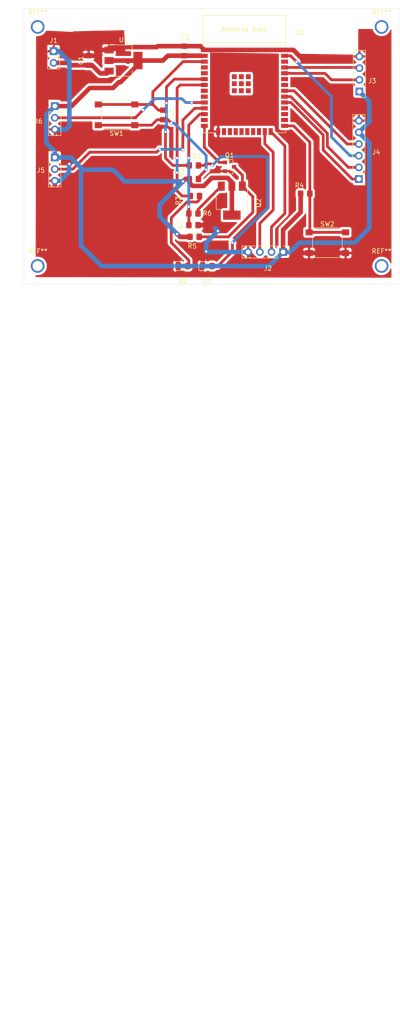
<source format=kicad_pcb>
(kicad_pcb (version 20171130) (host pcbnew 5.99.0+really5.1.12+dfsg1-1)

  (general
    (thickness 1.6)
    (drawings 8)
    (tracks 274)
    (zones 0)
    (modules 30)
    (nets 44)
  )

  (page A4)
  (layers
    (0 F.Cu signal)
    (31 B.Cu signal)
    (32 B.Adhes user)
    (33 F.Adhes user)
    (34 B.Paste user)
    (35 F.Paste user)
    (36 B.SilkS user)
    (37 F.SilkS user)
    (38 B.Mask user)
    (39 F.Mask user)
    (40 Dwgs.User user)
    (41 Cmts.User user)
    (42 Eco1.User user)
    (43 Eco2.User user)
    (44 Edge.Cuts user)
    (45 Margin user)
    (46 B.CrtYd user)
    (47 F.CrtYd user)
    (48 B.Fab user)
    (49 F.Fab user hide)
  )

  (setup
    (last_trace_width 0.25)
    (user_trace_width 0.6)
    (trace_clearance 0.2)
    (zone_clearance 0.508)
    (zone_45_only no)
    (trace_min 0.2)
    (via_size 0.8)
    (via_drill 0.4)
    (via_min_size 0.4)
    (via_min_drill 0.3)
    (user_via 0.7 0.4)
    (blind_buried_vias_allowed yes)
    (uvia_size 0.3)
    (uvia_drill 0.1)
    (uvias_allowed no)
    (uvia_min_size 0.2)
    (uvia_min_drill 0.1)
    (edge_width 0.05)
    (segment_width 0.2)
    (pcb_text_width 0.3)
    (pcb_text_size 1.5 1.5)
    (mod_edge_width 0.12)
    (mod_text_size 1 1)
    (mod_text_width 0.15)
    (pad_size 2 3.8)
    (pad_drill 0)
    (pad_to_mask_clearance 0)
    (aux_axis_origin 0 0)
    (visible_elements 7FFFF7FF)
    (pcbplotparams
      (layerselection 0x010fc_ffffffff)
      (usegerberextensions false)
      (usegerberattributes true)
      (usegerberadvancedattributes true)
      (creategerberjobfile true)
      (excludeedgelayer true)
      (linewidth 0.100000)
      (plotframeref false)
      (viasonmask false)
      (mode 1)
      (useauxorigin false)
      (hpglpennumber 1)
      (hpglpenspeed 20)
      (hpglpendiameter 15.000000)
      (psnegative false)
      (psa4output false)
      (plotreference true)
      (plotvalue true)
      (plotinvisibletext false)
      (padsonsilk false)
      (subtractmaskfromsilk false)
      (outputformat 1)
      (mirror false)
      (drillshape 1)
      (scaleselection 1)
      (outputdirectory ""))
  )

  (net 0 "")
  (net 1 /GND)
  (net 2 /Vbat)
  (net 3 /Vin)
  (net 4 /esp32/EN)
  (net 5 "Net-(C3-Pad2)")
  (net 6 "Net-(D1-Pad2)")
  (net 7 "Net-(D2-Pad2)")
  (net 8 /esp32/CLK_SENSOR)
  (net 9 /esp32/DATA_OUT_DTH22_SENSOR)
  (net 10 /esp32/TX)
  (net 11 /esp32/RX)
  (net 12 /esp32/CS)
  (net 13 /esp32/CLK)
  (net 14 /esp32/MOSI)
  (net 15 /esp32/MISO)
  (net 16 /esp32/GNRL_PURPOSE_2)
  (net 17 /esp32/GNRL_PURPOSE_1)
  (net 18 /esp32/READ_BATT_V)
  (net 19 "Net-(Q1-Pad3)")
  (net 20 "Net-(Q2-Pad3)")
  (net 21 /esp32/WIFI_CONNECTION)
  (net 22 /esp32/NO_WIFI_CONNECTION)
  (net 23 /esp32/BOOT)
  (net 24 /esp32/BATT_V)
  (net 25 "Net-(U2-Pad13)")
  (net 26 "Net-(U2-Pad9)")
  (net 27 "Net-(U2-Pad8)")
  (net 28 "Net-(U2-Pad5)")
  (net 29 "Net-(U2-Pad4)")
  (net 30 "Net-(U2-Pad16)")
  (net 31 "Net-(U2-Pad17)")
  (net 32 "Net-(U2-Pad18)")
  (net 33 "Net-(U2-Pad19)")
  (net 34 "Net-(U2-Pad20)")
  (net 35 "Net-(U2-Pad21)")
  (net 36 "Net-(U2-Pad22)")
  (net 37 "Net-(U2-Pad26)")
  (net 38 "Net-(U2-Pad28)")
  (net 39 "Net-(U2-Pad32)")
  (net 40 "Net-(U2-Pad33)")
  (net 41 "Net-(U2-Pad36)")
  (net 42 "Net-(U2-Pad39)")
  (net 43 "Net-(U2-Pad27)")

  (net_class Default "This is the default net class."
    (clearance 0.2)
    (trace_width 0.25)
    (via_dia 0.8)
    (via_drill 0.4)
    (uvia_dia 0.3)
    (uvia_drill 0.1)
  )

  (net_class info ""
    (clearance 0.3)
    (trace_width 0.6)
    (via_dia 0.7)
    (via_drill 0.5)
    (uvia_dia 0.3)
    (uvia_drill 0.1)
    (add_net /esp32/BATT_V)
    (add_net /esp32/BOOT)
    (add_net /esp32/CLK)
    (add_net /esp32/CLK_SENSOR)
    (add_net /esp32/CS)
    (add_net /esp32/DATA_OUT_DTH22_SENSOR)
    (add_net /esp32/EN)
    (add_net /esp32/GNRL_PURPOSE_1)
    (add_net /esp32/GNRL_PURPOSE_2)
    (add_net /esp32/MISO)
    (add_net /esp32/MOSI)
    (add_net /esp32/NO_WIFI_CONNECTION)
    (add_net /esp32/READ_BATT_V)
    (add_net /esp32/RX)
    (add_net /esp32/TX)
    (add_net /esp32/WIFI_CONNECTION)
    (add_net "Net-(C3-Pad2)")
    (add_net "Net-(D1-Pad2)")
    (add_net "Net-(D2-Pad2)")
    (add_net "Net-(Q1-Pad3)")
    (add_net "Net-(Q2-Pad3)")
    (add_net "Net-(U2-Pad13)")
    (add_net "Net-(U2-Pad16)")
    (add_net "Net-(U2-Pad17)")
    (add_net "Net-(U2-Pad18)")
    (add_net "Net-(U2-Pad19)")
    (add_net "Net-(U2-Pad20)")
    (add_net "Net-(U2-Pad21)")
    (add_net "Net-(U2-Pad22)")
    (add_net "Net-(U2-Pad26)")
    (add_net "Net-(U2-Pad27)")
    (add_net "Net-(U2-Pad28)")
    (add_net "Net-(U2-Pad32)")
    (add_net "Net-(U2-Pad33)")
    (add_net "Net-(U2-Pad36)")
    (add_net "Net-(U2-Pad39)")
    (add_net "Net-(U2-Pad4)")
    (add_net "Net-(U2-Pad5)")
    (add_net "Net-(U2-Pad8)")
    (add_net "Net-(U2-Pad9)")
  )

  (net_class power ""
    (clearance 0.3)
    (trace_width 1)
    (via_dia 1.1)
    (via_drill 0.5)
    (uvia_dia 0.3)
    (uvia_drill 0.1)
    (add_net /GND)
    (add_net /Vbat)
    (add_net /Vin)
  )

  (module Package_TO_SOT_SMD:SOT-223 (layer F.Cu) (tedit 61F21112) (tstamp 61F20C6D)
    (at 117.348 145.796 270)
    (descr "module CMS SOT223 4 pins")
    (tags "CMS SOT")
    (path /61E40B33/61EAA0D0)
    (attr smd)
    (fp_text reference Q2 (at 0.508 -5.842 90) (layer F.SilkS)
      (effects (font (size 1 1) (thickness 0.15)))
    )
    (fp_text value IRFL9014 (at 0 4.5 90) (layer F.Fab)
      (effects (font (size 1 1) (thickness 0.15)))
    )
    (fp_line (start 1.85 -3.35) (end 1.85 3.35) (layer F.Fab) (width 0.1))
    (fp_line (start -1.85 3.35) (end 1.85 3.35) (layer F.Fab) (width 0.1))
    (fp_line (start -4.1 -3.41) (end 1.91 -3.41) (layer F.SilkS) (width 0.12))
    (fp_line (start -0.8 -3.35) (end 1.85 -3.35) (layer F.Fab) (width 0.1))
    (fp_line (start -1.85 3.41) (end 1.91 3.41) (layer F.SilkS) (width 0.12))
    (fp_line (start -1.85 -2.3) (end -1.85 3.35) (layer F.Fab) (width 0.1))
    (fp_line (start -4.4 -3.6) (end -4.4 3.6) (layer F.CrtYd) (width 0.05))
    (fp_line (start -4.4 3.6) (end 4.4 3.6) (layer F.CrtYd) (width 0.05))
    (fp_line (start 4.4 3.6) (end 4.4 -3.6) (layer F.CrtYd) (width 0.05))
    (fp_line (start 4.4 -3.6) (end -4.4 -3.6) (layer F.CrtYd) (width 0.05))
    (fp_line (start 1.91 -3.41) (end 1.91 -2.15) (layer F.SilkS) (width 0.12))
    (fp_line (start 1.91 3.41) (end 1.91 2.15) (layer F.SilkS) (width 0.12))
    (fp_line (start -1.85 -2.3) (end -0.8 -3.35) (layer F.Fab) (width 0.1))
    (fp_text user %R (at 0 0) (layer F.Fab)
      (effects (font (size 0.8 0.8) (thickness 0.12)))
    )
    (pad 2 smd rect (at 3.15 0 270) (size 2 3.8) (layers F.Cu F.Paste F.Mask)
      (net 3 /Vin))
    (pad 2 smd rect (at -3.15 0 270) (size 2 1.5) (layers F.Cu F.Paste F.Mask)
      (net 3 /Vin))
    (pad 3 smd rect (at -3.15 2.3 270) (size 2 1.5) (layers F.Cu F.Paste F.Mask)
      (net 20 "Net-(Q2-Pad3)"))
    (pad 1 smd rect (at -3.15 -2.3 270) (size 2 1.5) (layers F.Cu F.Paste F.Mask)
      (net 19 "Net-(Q1-Pad3)"))
    (model ${KISYS3DMOD}/Package_TO_SOT_SMD.3dshapes/SOT-223.wrl
      (at (xyz 0 0 0))
      (scale (xyz 1 1 1))
      (rotate (xyz 0 0 0))
    )
  )

  (module Mounting_Holes:MountingHole_2.2mm_M2 (layer F.Cu) (tedit 61EFFE24) (tstamp 61F00517)
    (at 150 160)
    (descr "Mounting Hole 2.2mm, no annular, M2")
    (tags "mounting hole 2.2mm no annular m2")
    (attr virtual)
    (fp_text reference REF** (at 0 -3.2) (layer F.SilkS)
      (effects (font (size 1 1) (thickness 0.15)))
    )
    (fp_text value MountingHole_2.2mm_M2 (at 0 3.2) (layer F.Fab)
      (effects (font (size 1 1) (thickness 0.15)))
    )
    (fp_circle (center 0 0) (end 2.2 0) (layer Cmts.User) (width 0.15))
    (fp_circle (center 0 0) (end 2.45 0) (layer F.CrtYd) (width 0.05))
    (fp_text user %R (at 0.3 0) (layer F.Fab)
      (effects (font (size 1 1) (thickness 0.15)))
    )
    (pad "" np_thru_hole circle (at 0 0) (size 3 3) (drill 2.2) (layers *.Cu *.Mask))
  )

  (module Mounting_Holes:MountingHole_2.2mm_M2 (layer F.Cu) (tedit 61EFFE1B) (tstamp 61F00509)
    (at 150 108)
    (descr "Mounting Hole 2.2mm, no annular, M2")
    (tags "mounting hole 2.2mm no annular m2")
    (attr virtual)
    (fp_text reference REF** (at 0 -3.2) (layer F.SilkS)
      (effects (font (size 1 1) (thickness 0.15)))
    )
    (fp_text value MountingHole_2.2mm_M2 (at 0 3.2) (layer F.Fab)
      (effects (font (size 1 1) (thickness 0.15)))
    )
    (fp_circle (center 0 0) (end 2.45 0) (layer F.CrtYd) (width 0.05))
    (fp_circle (center 0 0) (end 2.2 0) (layer Cmts.User) (width 0.15))
    (fp_text user %R (at 0.3 0) (layer F.Fab)
      (effects (font (size 1 1) (thickness 0.15)))
    )
    (pad "" np_thru_hole circle (at 0 0) (size 3 3) (drill 2.2) (layers *.Cu *.Mask))
  )

  (module Mounting_Holes:MountingHole_2.2mm_M2 (layer F.Cu) (tedit 61EFFE0E) (tstamp 61F004F8)
    (at 75 108)
    (descr "Mounting Hole 2.2mm, no annular, M2")
    (tags "mounting hole 2.2mm no annular m2")
    (attr virtual)
    (fp_text reference REF** (at 0 -3.2) (layer F.SilkS)
      (effects (font (size 1 1) (thickness 0.15)))
    )
    (fp_text value MountingHole_2.2mm_M2 (at 0 3.2) (layer F.Fab)
      (effects (font (size 1 1) (thickness 0.15)))
    )
    (fp_circle (center 0 0) (end 2.2 0) (layer Cmts.User) (width 0.15))
    (fp_circle (center 0 0) (end 2.45 0) (layer F.CrtYd) (width 0.05))
    (fp_text user %R (at 0.3 0) (layer F.Fab)
      (effects (font (size 1 1) (thickness 0.15)))
    )
    (pad "" np_thru_hole circle (at 0 0) (size 3 3) (drill 2.2) (layers *.Cu *.Mask))
  )

  (module "" (layer F.Cu) (tedit 0) (tstamp 0)
    (at 77.49032 165.09492)
    (fp_text reference "" (at 75.31608 159.56788) (layer F.SilkS)
      (effects (font (size 1.27 1.27) (thickness 0.15)))
    )
    (fp_text value "" (at 75.31608 159.56788) (layer F.SilkS)
      (effects (font (size 1.27 1.27) (thickness 0.15)))
    )
    (fp_text user %R (at 75.8142 158.97352) (layer F.Fab)
      (effects (font (size 1 1) (thickness 0.15)))
    )
  )

  (module "" (layer F.Cu) (tedit 0) (tstamp 0)
    (at 71.9582 112.17656)
    (fp_text reference "" (at 75.31608 159.56788) (layer F.SilkS)
      (effects (font (size 1.27 1.27) (thickness 0.15)))
    )
    (fp_text value "" (at 75.31608 159.56788) (layer F.SilkS)
      (effects (font (size 1.27 1.27) (thickness 0.15)))
    )
    (fp_text user %R (at 75.8142 158.97352) (layer F.Fab)
      (effects (font (size 1 1) (thickness 0.15)))
    )
  )

  (module Mounting_Holes:MountingHole_2.2mm_M2 (layer F.Cu) (tedit 61EFFE16) (tstamp 61F004E6)
    (at 75 160)
    (descr "Mounting Hole 2.2mm, no annular, M2")
    (tags "mounting hole 2.2mm no annular m2")
    (attr virtual)
    (fp_text reference REF** (at 0 -3.2) (layer F.SilkS)
      (effects (font (size 1 1) (thickness 0.15)))
    )
    (fp_text value MountingHole_2.2mm_M2 (at 3.65364 10.80484) (layer F.Fab)
      (effects (font (size 1 1) (thickness 0.15)))
    )
    (fp_circle (center 0 0) (end 2.45 0) (layer F.CrtYd) (width 0.05))
    (fp_circle (center 0 0) (end 2.2 0) (layer Cmts.User) (width 0.15))
    (fp_text user %R (at 0.3 0) (layer F.Fab)
      (effects (font (size 1 1) (thickness 0.15)))
    )
    (pad "" np_thru_hole circle (at 0 0) (size 3 3) (drill 2.2) (layers *.Cu *.Mask))
  )

  (module Resistor_SMD:R_0805_2012Metric_Pad1.20x1.40mm_HandSolder (layer F.Cu) (tedit 5F68FEEE) (tstamp 61EB1590)
    (at 109.22 153.67)
    (descr "Resistor SMD 0805 (2012 Metric), square (rectangular) end terminal, IPC_7351 nominal with elongated pad for handsoldering. (Body size source: IPC-SM-782 page 72, https://www.pcb-3d.com/wordpress/wp-content/uploads/ipc-sm-782a_amendment_1_and_2.pdf), generated with kicad-footprint-generator")
    (tags "resistor handsolder")
    (path /61E40B33/61EAEEEE)
    (attr smd)
    (fp_text reference R5 (at -0.508 2.032) (layer F.SilkS)
      (effects (font (size 1 1) (thickness 0.15)))
    )
    (fp_text value 100k (at 0 1.65) (layer F.Fab)
      (effects (font (size 1 1) (thickness 0.15)))
    )
    (fp_line (start -1 0.625) (end -1 -0.625) (layer F.Fab) (width 0.1))
    (fp_line (start -1 -0.625) (end 1 -0.625) (layer F.Fab) (width 0.1))
    (fp_line (start 1 -0.625) (end 1 0.625) (layer F.Fab) (width 0.1))
    (fp_line (start 1 0.625) (end -1 0.625) (layer F.Fab) (width 0.1))
    (fp_line (start -0.227064 -0.735) (end 0.227064 -0.735) (layer F.SilkS) (width 0.12))
    (fp_line (start -0.227064 0.735) (end 0.227064 0.735) (layer F.SilkS) (width 0.12))
    (fp_line (start -1.85 0.95) (end -1.85 -0.95) (layer F.CrtYd) (width 0.05))
    (fp_line (start -1.85 -0.95) (end 1.85 -0.95) (layer F.CrtYd) (width 0.05))
    (fp_line (start 1.85 -0.95) (end 1.85 0.95) (layer F.CrtYd) (width 0.05))
    (fp_line (start 1.85 0.95) (end -1.85 0.95) (layer F.CrtYd) (width 0.05))
    (fp_text user %R (at 0 0) (layer F.Fab)
      (effects (font (size 0.5 0.5) (thickness 0.08)))
    )
    (pad 1 smd roundrect (at -1 0) (size 1.2 1.4) (layers F.Cu F.Paste F.Mask) (roundrect_rratio 0.208333)
      (net 3 /Vin))
    (pad 2 smd roundrect (at 1 0) (size 1.2 1.4) (layers F.Cu F.Paste F.Mask) (roundrect_rratio 0.208333)
      (net 19 "Net-(Q1-Pad3)"))
    (model ${KISYS3DMOD}/Resistor_SMD.3dshapes/R_0805_2012Metric.wrl
      (at (xyz 0 0 0))
      (scale (xyz 1 1 1))
      (rotate (xyz 0 0 0))
    )
  )

  (module Resistor_SMD:R_0805_2012Metric_Pad1.20x1.40mm_HandSolder (layer F.Cu) (tedit 5F68FEEE) (tstamp 61EFF685)
    (at 108.97108 148.58492 180)
    (descr "Resistor SMD 0805 (2012 Metric), square (rectangular) end terminal, IPC_7351 nominal with elongated pad for handsoldering. (Body size source: IPC-SM-782 page 72, https://www.pcb-3d.com/wordpress/wp-content/uploads/ipc-sm-782a_amendment_1_and_2.pdf), generated with kicad-footprint-generator")
    (tags "resistor handsolder")
    (path /61E40B33/61EB1A16)
    (attr smd)
    (fp_text reference R6 (at -2.9972 0.05588) (layer F.SilkS)
      (effects (font (size 1 1) (thickness 0.15)))
    )
    (fp_text value 10k (at 0 1.65) (layer F.Fab)
      (effects (font (size 1 1) (thickness 0.15)))
    )
    (fp_line (start -1 0.625) (end -1 -0.625) (layer F.Fab) (width 0.1))
    (fp_line (start -1 -0.625) (end 1 -0.625) (layer F.Fab) (width 0.1))
    (fp_line (start 1 -0.625) (end 1 0.625) (layer F.Fab) (width 0.1))
    (fp_line (start 1 0.625) (end -1 0.625) (layer F.Fab) (width 0.1))
    (fp_line (start -0.227064 -0.735) (end 0.227064 -0.735) (layer F.SilkS) (width 0.12))
    (fp_line (start -0.227064 0.735) (end 0.227064 0.735) (layer F.SilkS) (width 0.12))
    (fp_line (start -1.85 0.95) (end -1.85 -0.95) (layer F.CrtYd) (width 0.05))
    (fp_line (start -1.85 -0.95) (end 1.85 -0.95) (layer F.CrtYd) (width 0.05))
    (fp_line (start 1.85 -0.95) (end 1.85 0.95) (layer F.CrtYd) (width 0.05))
    (fp_line (start 1.85 0.95) (end -1.85 0.95) (layer F.CrtYd) (width 0.05))
    (fp_text user %R (at 0 0 180) (layer F.Fab)
      (effects (font (size 0.5 0.5) (thickness 0.08)))
    )
    (pad 1 smd roundrect (at -1 0 180) (size 1.2 1.4) (layers F.Cu F.Paste F.Mask) (roundrect_rratio 0.208333)
      (net 20 "Net-(Q2-Pad3)"))
    (pad 2 smd roundrect (at 1 0 180) (size 1.2 1.4) (layers F.Cu F.Paste F.Mask) (roundrect_rratio 0.208333)
      (net 24 /esp32/BATT_V))
    (model ${KISYS3DMOD}/Resistor_SMD.3dshapes/R_0805_2012Metric.wrl
      (at (xyz 0 0 0))
      (scale (xyz 1 1 1))
      (rotate (xyz 0 0 0))
    )
  )

  (module Resistor_SMD:R_0805_2012Metric_Pad1.20x1.40mm_HandSolder (layer F.Cu) (tedit 5F68FEEE) (tstamp 61EFF718)
    (at 108.98124 151.13)
    (descr "Resistor SMD 0805 (2012 Metric), square (rectangular) end terminal, IPC_7351 nominal with elongated pad for handsoldering. (Body size source: IPC-SM-782 page 72, https://www.pcb-3d.com/wordpress/wp-content/uploads/ipc-sm-782a_amendment_1_and_2.pdf), generated with kicad-footprint-generator")
    (tags "resistor handsolder")
    (path /61E40B33/61EB2E00)
    (attr smd)
    (fp_text reference R7 (at -2.80924 0 90) (layer F.SilkS)
      (effects (font (size 1 1) (thickness 0.15)))
    )
    (fp_text value 10k (at 0 1.65) (layer F.Fab)
      (effects (font (size 1 1) (thickness 0.15)))
    )
    (fp_line (start 1.85 0.95) (end -1.85 0.95) (layer F.CrtYd) (width 0.05))
    (fp_line (start 1.85 -0.95) (end 1.85 0.95) (layer F.CrtYd) (width 0.05))
    (fp_line (start -1.85 -0.95) (end 1.85 -0.95) (layer F.CrtYd) (width 0.05))
    (fp_line (start -1.85 0.95) (end -1.85 -0.95) (layer F.CrtYd) (width 0.05))
    (fp_line (start -0.227064 0.735) (end 0.227064 0.735) (layer F.SilkS) (width 0.12))
    (fp_line (start -0.227064 -0.735) (end 0.227064 -0.735) (layer F.SilkS) (width 0.12))
    (fp_line (start 1 0.625) (end -1 0.625) (layer F.Fab) (width 0.1))
    (fp_line (start 1 -0.625) (end 1 0.625) (layer F.Fab) (width 0.1))
    (fp_line (start -1 -0.625) (end 1 -0.625) (layer F.Fab) (width 0.1))
    (fp_line (start -1 0.625) (end -1 -0.625) (layer F.Fab) (width 0.1))
    (fp_text user %R (at 0 0) (layer F.Fab)
      (effects (font (size 0.5 0.5) (thickness 0.08)))
    )
    (pad 2 smd roundrect (at 1 0) (size 1.2 1.4) (layers F.Cu F.Paste F.Mask) (roundrect_rratio 0.208333)
      (net 1 /GND))
    (pad 1 smd roundrect (at -1 0) (size 1.2 1.4) (layers F.Cu F.Paste F.Mask) (roundrect_rratio 0.208333)
      (net 24 /esp32/BATT_V))
    (model ${KISYS3DMOD}/Resistor_SMD.3dshapes/R_0805_2012Metric.wrl
      (at (xyz 0 0 0))
      (scale (xyz 1 1 1))
      (rotate (xyz 0 0 0))
    )
  )

  (module Button_Switch_SMD:SW_Push_1P1T_NO_6x6mm_H9.5mm (layer F.Cu) (tedit 5CA1CA7F) (tstamp 61EB15CC)
    (at 92.202 127.127 180)
    (descr "tactile push button, 6x6mm e.g. PTS645xx series, height=9.5mm")
    (tags "tact sw push 6mm smd")
    (path /61E40B33/61E7FFD2)
    (attr smd)
    (fp_text reference SW1 (at 0 -4.05) (layer F.SilkS)
      (effects (font (size 1 1) (thickness 0.15)))
    )
    (fp_text value SW_MEC_5E (at 0 4.15) (layer F.Fab)
      (effects (font (size 1 1) (thickness 0.15)))
    )
    (fp_line (start -3 -3) (end -3 3) (layer F.Fab) (width 0.1))
    (fp_line (start -3 3) (end 3 3) (layer F.Fab) (width 0.1))
    (fp_line (start 3 3) (end 3 -3) (layer F.Fab) (width 0.1))
    (fp_line (start 3 -3) (end -3 -3) (layer F.Fab) (width 0.1))
    (fp_line (start 5 3.25) (end 5 -3.25) (layer F.CrtYd) (width 0.05))
    (fp_line (start -5 -3.25) (end -5 3.25) (layer F.CrtYd) (width 0.05))
    (fp_line (start -5 3.25) (end 5 3.25) (layer F.CrtYd) (width 0.05))
    (fp_line (start -5 -3.25) (end 5 -3.25) (layer F.CrtYd) (width 0.05))
    (fp_line (start 3.23 -3.23) (end 3.23 -3.2) (layer F.SilkS) (width 0.12))
    (fp_line (start 3.23 3.23) (end 3.23 3.2) (layer F.SilkS) (width 0.12))
    (fp_line (start -3.23 3.23) (end -3.23 3.2) (layer F.SilkS) (width 0.12))
    (fp_line (start -3.23 -3.2) (end -3.23 -3.23) (layer F.SilkS) (width 0.12))
    (fp_line (start 3.23 -1.3) (end 3.23 1.3) (layer F.SilkS) (width 0.12))
    (fp_line (start -3.23 -3.23) (end 3.23 -3.23) (layer F.SilkS) (width 0.12))
    (fp_line (start -3.23 -1.3) (end -3.23 1.3) (layer F.SilkS) (width 0.12))
    (fp_line (start -3.23 3.23) (end 3.23 3.23) (layer F.SilkS) (width 0.12))
    (fp_circle (center 0 0) (end 1.75 -0.05) (layer F.Fab) (width 0.1))
    (fp_text user %R (at 0 -4.05) (layer F.Fab)
      (effects (font (size 1 1) (thickness 0.15)))
    )
    (pad 2 smd rect (at -3.975 2.25 180) (size 1.55 1.3) (layers F.Cu F.Paste F.Mask)
      (net 4 /esp32/EN))
    (pad 1 smd rect (at -3.975 -2.25 180) (size 1.55 1.3) (layers F.Cu F.Paste F.Mask)
      (net 5 "Net-(C3-Pad2)"))
    (pad 1 smd rect (at 3.975 -2.25 180) (size 1.55 1.3) (layers F.Cu F.Paste F.Mask)
      (net 5 "Net-(C3-Pad2)"))
    (pad 2 smd rect (at 3.975 2.25 180) (size 1.55 1.3) (layers F.Cu F.Paste F.Mask)
      (net 4 /esp32/EN))
    (model ${KISYS3DMOD}/Button_Switch_SMD.3dshapes/SW_PUSH_6mm_H9.5mm.wrl
      (at (xyz 0 0 0))
      (scale (xyz 1 1 1))
      (rotate (xyz 0 0 0))
    )
  )

  (module Button_Switch_SMD:SW_Push_1P1T_NO_6x6mm_H9.5mm (layer F.Cu) (tedit 5CA1CA7F) (tstamp 61EB15E6)
    (at 138.176 154.94)
    (descr "tactile push button, 6x6mm e.g. PTS645xx series, height=9.5mm")
    (tags "tact sw push 6mm smd")
    (path /61E40B33/61E8AAE5)
    (attr smd)
    (fp_text reference SW2 (at 0 -4.05) (layer F.SilkS)
      (effects (font (size 1 1) (thickness 0.15)))
    )
    (fp_text value SW_MEC_5E (at 0 4.15) (layer F.Fab)
      (effects (font (size 1 1) (thickness 0.15)))
    )
    (fp_circle (center 0 0) (end 1.75 -0.05) (layer F.Fab) (width 0.1))
    (fp_line (start -3.23 3.23) (end 3.23 3.23) (layer F.SilkS) (width 0.12))
    (fp_line (start -3.23 -1.3) (end -3.23 1.3) (layer F.SilkS) (width 0.12))
    (fp_line (start -3.23 -3.23) (end 3.23 -3.23) (layer F.SilkS) (width 0.12))
    (fp_line (start 3.23 -1.3) (end 3.23 1.3) (layer F.SilkS) (width 0.12))
    (fp_line (start -3.23 -3.2) (end -3.23 -3.23) (layer F.SilkS) (width 0.12))
    (fp_line (start -3.23 3.23) (end -3.23 3.2) (layer F.SilkS) (width 0.12))
    (fp_line (start 3.23 3.23) (end 3.23 3.2) (layer F.SilkS) (width 0.12))
    (fp_line (start 3.23 -3.23) (end 3.23 -3.2) (layer F.SilkS) (width 0.12))
    (fp_line (start -5 -3.25) (end 5 -3.25) (layer F.CrtYd) (width 0.05))
    (fp_line (start -5 3.25) (end 5 3.25) (layer F.CrtYd) (width 0.05))
    (fp_line (start -5 -3.25) (end -5 3.25) (layer F.CrtYd) (width 0.05))
    (fp_line (start 5 3.25) (end 5 -3.25) (layer F.CrtYd) (width 0.05))
    (fp_line (start 3 -3) (end -3 -3) (layer F.Fab) (width 0.1))
    (fp_line (start 3 3) (end 3 -3) (layer F.Fab) (width 0.1))
    (fp_line (start -3 3) (end 3 3) (layer F.Fab) (width 0.1))
    (fp_line (start -3 -3) (end -3 3) (layer F.Fab) (width 0.1))
    (fp_text user %R (at 0 -4.05) (layer F.Fab)
      (effects (font (size 1 1) (thickness 0.15)))
    )
    (pad 2 smd rect (at 3.975 2.25) (size 1.55 1.3) (layers F.Cu F.Paste F.Mask)
      (net 1 /GND))
    (pad 1 smd rect (at 3.975 -2.25) (size 1.55 1.3) (layers F.Cu F.Paste F.Mask)
      (net 23 /esp32/BOOT))
    (pad 1 smd rect (at -3.975 -2.25) (size 1.55 1.3) (layers F.Cu F.Paste F.Mask)
      (net 23 /esp32/BOOT))
    (pad 2 smd rect (at -3.975 2.25) (size 1.55 1.3) (layers F.Cu F.Paste F.Mask)
      (net 1 /GND))
    (model ${KISYS3DMOD}/Button_Switch_SMD.3dshapes/SW_PUSH_6mm_H9.5mm.wrl
      (at (xyz 0 0 0))
      (scale (xyz 1 1 1))
      (rotate (xyz 0 0 0))
    )
  )

  (module Package_TO_SOT_SMD:SOT-223-3_TabPin2 (layer F.Cu) (tedit 5A02FF57) (tstamp 61EB15FC)
    (at 93.726 115.316)
    (descr "module CMS SOT223 4 pins")
    (tags "CMS SOT")
    (path /61E89E66)
    (attr smd)
    (fp_text reference U1 (at 0 -4.5) (layer F.SilkS)
      (effects (font (size 1 1) (thickness 0.15)))
    )
    (fp_text value LDL1117-3.3 (at 0 4.5) (layer F.Fab)
      (effects (font (size 1 1) (thickness 0.15)))
    )
    (fp_line (start 1.91 3.41) (end 1.91 2.15) (layer F.SilkS) (width 0.12))
    (fp_line (start 1.91 -3.41) (end 1.91 -2.15) (layer F.SilkS) (width 0.12))
    (fp_line (start 4.4 -3.6) (end -4.4 -3.6) (layer F.CrtYd) (width 0.05))
    (fp_line (start 4.4 3.6) (end 4.4 -3.6) (layer F.CrtYd) (width 0.05))
    (fp_line (start -4.4 3.6) (end 4.4 3.6) (layer F.CrtYd) (width 0.05))
    (fp_line (start -4.4 -3.6) (end -4.4 3.6) (layer F.CrtYd) (width 0.05))
    (fp_line (start -1.85 -2.35) (end -0.85 -3.35) (layer F.Fab) (width 0.1))
    (fp_line (start -1.85 -2.35) (end -1.85 3.35) (layer F.Fab) (width 0.1))
    (fp_line (start -1.85 3.41) (end 1.91 3.41) (layer F.SilkS) (width 0.12))
    (fp_line (start -0.85 -3.35) (end 1.85 -3.35) (layer F.Fab) (width 0.1))
    (fp_line (start -4.1 -3.41) (end 1.91 -3.41) (layer F.SilkS) (width 0.12))
    (fp_line (start -1.85 3.35) (end 1.85 3.35) (layer F.Fab) (width 0.1))
    (fp_line (start 1.85 -3.35) (end 1.85 3.35) (layer F.Fab) (width 0.1))
    (fp_text user %R (at 0 0 90) (layer F.Fab)
      (effects (font (size 0.8 0.8) (thickness 0.12)))
    )
    (pad 2 smd rect (at 3.15 0) (size 2 3.8) (layers F.Cu F.Paste F.Mask)
      (net 3 /Vin))
    (pad 2 smd rect (at -3.15 0) (size 2 1.5) (layers F.Cu F.Paste F.Mask)
      (net 3 /Vin))
    (pad 3 smd rect (at -3.15 2.3) (size 2 1.5) (layers F.Cu F.Paste F.Mask)
      (net 2 /Vbat))
    (pad 1 smd rect (at -3.15 -2.3) (size 2 1.5) (layers F.Cu F.Paste F.Mask)
      (net 1 /GND))
    (model ${KISYS3DMOD}/Package_TO_SOT_SMD.3dshapes/SOT-223.wrl
      (at (xyz 0 0 0))
      (scale (xyz 1 1 1))
      (rotate (xyz 0 0 0))
    )
  )

  (module Connector_PinHeader_2.54mm:PinHeader_1x03_P2.54mm_Vertical (layer F.Cu) (tedit 59FED5CC) (tstamp 61EB1511)
    (at 78.74 125.222)
    (descr "Through hole straight pin header, 1x03, 2.54mm pitch, single row")
    (tags "Through hole pin header THT 1x03 2.54mm single row")
    (path /61E40B33/61EFF9BF)
    (fp_text reference J6 (at -3.556 3.302) (layer F.SilkS)
      (effects (font (size 1 1) (thickness 0.15)))
    )
    (fp_text value Conn_01x03 (at 0 7.41) (layer F.Fab)
      (effects (font (size 1 1) (thickness 0.15)))
    )
    (fp_line (start -0.635 -1.27) (end 1.27 -1.27) (layer F.Fab) (width 0.1))
    (fp_line (start 1.27 -1.27) (end 1.27 6.35) (layer F.Fab) (width 0.1))
    (fp_line (start 1.27 6.35) (end -1.27 6.35) (layer F.Fab) (width 0.1))
    (fp_line (start -1.27 6.35) (end -1.27 -0.635) (layer F.Fab) (width 0.1))
    (fp_line (start -1.27 -0.635) (end -0.635 -1.27) (layer F.Fab) (width 0.1))
    (fp_line (start -1.33 6.41) (end 1.33 6.41) (layer F.SilkS) (width 0.12))
    (fp_line (start -1.33 1.27) (end -1.33 6.41) (layer F.SilkS) (width 0.12))
    (fp_line (start 1.33 1.27) (end 1.33 6.41) (layer F.SilkS) (width 0.12))
    (fp_line (start -1.33 1.27) (end 1.33 1.27) (layer F.SilkS) (width 0.12))
    (fp_line (start -1.33 0) (end -1.33 -1.33) (layer F.SilkS) (width 0.12))
    (fp_line (start -1.33 -1.33) (end 0 -1.33) (layer F.SilkS) (width 0.12))
    (fp_line (start -1.8 -1.8) (end -1.8 6.85) (layer F.CrtYd) (width 0.05))
    (fp_line (start -1.8 6.85) (end 1.8 6.85) (layer F.CrtYd) (width 0.05))
    (fp_line (start 1.8 6.85) (end 1.8 -1.8) (layer F.CrtYd) (width 0.05))
    (fp_line (start 1.8 -1.8) (end -1.8 -1.8) (layer F.CrtYd) (width 0.05))
    (fp_text user %R (at 0 2.54 90) (layer F.Fab)
      (effects (font (size 1 1) (thickness 0.15)))
    )
    (pad 1 thru_hole rect (at 0 0) (size 1.7 1.7) (drill 1) (layers *.Cu *.Mask)
      (net 3 /Vin))
    (pad 2 thru_hole oval (at 0 2.54) (size 1.7 1.7) (drill 1) (layers *.Cu *.Mask)
      (net 17 /esp32/GNRL_PURPOSE_1))
    (pad 3 thru_hole oval (at 0 5.08) (size 1.7 1.7) (drill 1) (layers *.Cu *.Mask)
      (net 1 /GND))
    (model ${KISYS3DMOD}/Connector_PinHeader_2.54mm.3dshapes/PinHeader_1x03_P2.54mm_Vertical.wrl
      (at (xyz 0 0 0))
      (scale (xyz 1 1 1))
      (rotate (xyz 0 0 0))
    )
  )

  (module Package_TO_SOT_SMD:SOT-23 (layer F.Cu) (tedit 5A02FF57) (tstamp 61EB1526)
    (at 116.84 138.43)
    (descr "SOT-23, Standard")
    (tags SOT-23)
    (path /61E40B33/61EA4A0C)
    (attr smd)
    (fp_text reference Q1 (at 0 -2.5) (layer F.SilkS)
      (effects (font (size 1 1) (thickness 0.15)))
    )
    (fp_text value BSS138 (at 0 2.5) (layer F.Fab)
      (effects (font (size 1 1) (thickness 0.15)))
    )
    (fp_line (start -0.7 -0.95) (end -0.7 1.5) (layer F.Fab) (width 0.1))
    (fp_line (start -0.15 -1.52) (end 0.7 -1.52) (layer F.Fab) (width 0.1))
    (fp_line (start -0.7 -0.95) (end -0.15 -1.52) (layer F.Fab) (width 0.1))
    (fp_line (start 0.7 -1.52) (end 0.7 1.52) (layer F.Fab) (width 0.1))
    (fp_line (start -0.7 1.52) (end 0.7 1.52) (layer F.Fab) (width 0.1))
    (fp_line (start 0.76 1.58) (end 0.76 0.65) (layer F.SilkS) (width 0.12))
    (fp_line (start 0.76 -1.58) (end 0.76 -0.65) (layer F.SilkS) (width 0.12))
    (fp_line (start -1.7 -1.75) (end 1.7 -1.75) (layer F.CrtYd) (width 0.05))
    (fp_line (start 1.7 -1.75) (end 1.7 1.75) (layer F.CrtYd) (width 0.05))
    (fp_line (start 1.7 1.75) (end -1.7 1.75) (layer F.CrtYd) (width 0.05))
    (fp_line (start -1.7 1.75) (end -1.7 -1.75) (layer F.CrtYd) (width 0.05))
    (fp_line (start 0.76 -1.58) (end -1.4 -1.58) (layer F.SilkS) (width 0.12))
    (fp_line (start 0.76 1.58) (end -0.7 1.58) (layer F.SilkS) (width 0.12))
    (fp_text user %R (at 0 0 90) (layer F.Fab)
      (effects (font (size 0.5 0.5) (thickness 0.075)))
    )
    (pad 1 smd rect (at -1 -0.95) (size 0.9 0.8) (layers F.Cu F.Paste F.Mask)
      (net 18 /esp32/READ_BATT_V))
    (pad 2 smd rect (at -1 0.95) (size 0.9 0.8) (layers F.Cu F.Paste F.Mask)
      (net 1 /GND))
    (pad 3 smd rect (at 1 0) (size 0.9 0.8) (layers F.Cu F.Paste F.Mask)
      (net 19 "Net-(Q1-Pad3)"))
    (model ${KISYS3DMOD}/Package_TO_SOT_SMD.3dshapes/SOT-23.wrl
      (at (xyz 0 0 0))
      (scale (xyz 1 1 1))
      (rotate (xyz 0 0 0))
    )
  )

  (module Resistor_SMD:R_0805_2012Metric_Pad1.20x1.40mm_HandSolder (layer F.Cu) (tedit 5F68FEEE) (tstamp 61EB154C)
    (at 109.063001 138.135001)
    (descr "Resistor SMD 0805 (2012 Metric), square (rectangular) end terminal, IPC_7351 nominal with elongated pad for handsoldering. (Body size source: IPC-SM-782 page 72, https://www.pcb-3d.com/wordpress/wp-content/uploads/ipc-sm-782a_amendment_1_and_2.pdf), generated with kicad-footprint-generator")
    (tags "resistor handsolder")
    (path /61E40B33/61E794A9)
    (attr smd)
    (fp_text reference R1 (at 0.664999 -1.991001) (layer F.SilkS)
      (effects (font (size 1 1) (thickness 0.15)))
    )
    (fp_text value 1k (at 0 1.65) (layer F.Fab)
      (effects (font (size 1 1) (thickness 0.15)))
    )
    (fp_line (start 1.85 0.95) (end -1.85 0.95) (layer F.CrtYd) (width 0.05))
    (fp_line (start 1.85 -0.95) (end 1.85 0.95) (layer F.CrtYd) (width 0.05))
    (fp_line (start -1.85 -0.95) (end 1.85 -0.95) (layer F.CrtYd) (width 0.05))
    (fp_line (start -1.85 0.95) (end -1.85 -0.95) (layer F.CrtYd) (width 0.05))
    (fp_line (start -0.227064 0.735) (end 0.227064 0.735) (layer F.SilkS) (width 0.12))
    (fp_line (start -0.227064 -0.735) (end 0.227064 -0.735) (layer F.SilkS) (width 0.12))
    (fp_line (start 1 0.625) (end -1 0.625) (layer F.Fab) (width 0.1))
    (fp_line (start 1 -0.625) (end 1 0.625) (layer F.Fab) (width 0.1))
    (fp_line (start -1 -0.625) (end 1 -0.625) (layer F.Fab) (width 0.1))
    (fp_line (start -1 0.625) (end -1 -0.625) (layer F.Fab) (width 0.1))
    (fp_text user %R (at 0 0) (layer F.Fab)
      (effects (font (size 0.5 0.5) (thickness 0.08)))
    )
    (pad 2 smd roundrect (at 1 0) (size 1.2 1.4) (layers F.Cu F.Paste F.Mask) (roundrect_rratio 0.208333)
      (net 6 "Net-(D1-Pad2)"))
    (pad 1 smd roundrect (at -1 0) (size 1.2 1.4) (layers F.Cu F.Paste F.Mask) (roundrect_rratio 0.208333)
      (net 21 /esp32/WIFI_CONNECTION))
    (model ${KISYS3DMOD}/Resistor_SMD.3dshapes/R_0805_2012Metric.wrl
      (at (xyz 0 0 0))
      (scale (xyz 1 1 1))
      (rotate (xyz 0 0 0))
    )
  )

  (module Resistor_SMD:R_0805_2012Metric_Pad1.20x1.40mm_HandSolder (layer F.Cu) (tedit 5F68FEEE) (tstamp 61F2753F)
    (at 109.063001 141.085001)
    (descr "Resistor SMD 0805 (2012 Metric), square (rectangular) end terminal, IPC_7351 nominal with elongated pad for handsoldering. (Body size source: IPC-SM-782 page 72, https://www.pcb-3d.com/wordpress/wp-content/uploads/ipc-sm-782a_amendment_1_and_2.pdf), generated with kicad-footprint-generator")
    (tags "resistor handsolder")
    (path /61E40B33/61E794F6)
    (attr smd)
    (fp_text reference R2 (at -2.637001 -1.385001 90) (layer F.SilkS)
      (effects (font (size 1 1) (thickness 0.15)))
    )
    (fp_text value 10k (at 0 1.65) (layer F.Fab)
      (effects (font (size 1 1) (thickness 0.15)))
    )
    (fp_line (start -1 0.625) (end -1 -0.625) (layer F.Fab) (width 0.1))
    (fp_line (start -1 -0.625) (end 1 -0.625) (layer F.Fab) (width 0.1))
    (fp_line (start 1 -0.625) (end 1 0.625) (layer F.Fab) (width 0.1))
    (fp_line (start 1 0.625) (end -1 0.625) (layer F.Fab) (width 0.1))
    (fp_line (start -0.227064 -0.735) (end 0.227064 -0.735) (layer F.SilkS) (width 0.12))
    (fp_line (start -0.227064 0.735) (end 0.227064 0.735) (layer F.SilkS) (width 0.12))
    (fp_line (start -1.85 0.95) (end -1.85 -0.95) (layer F.CrtYd) (width 0.05))
    (fp_line (start -1.85 -0.95) (end 1.85 -0.95) (layer F.CrtYd) (width 0.05))
    (fp_line (start 1.85 -0.95) (end 1.85 0.95) (layer F.CrtYd) (width 0.05))
    (fp_line (start 1.85 0.95) (end -1.85 0.95) (layer F.CrtYd) (width 0.05))
    (fp_text user %R (at 0 0) (layer F.Fab)
      (effects (font (size 0.5 0.5) (thickness 0.08)))
    )
    (pad 1 smd roundrect (at -1 0) (size 1.2 1.4) (layers F.Cu F.Paste F.Mask) (roundrect_rratio 0.208333)
      (net 3 /Vin))
    (pad 2 smd roundrect (at 1 0) (size 1.2 1.4) (layers F.Cu F.Paste F.Mask) (roundrect_rratio 0.208333)
      (net 5 "Net-(C3-Pad2)"))
    (model ${KISYS3DMOD}/Resistor_SMD.3dshapes/R_0805_2012Metric.wrl
      (at (xyz 0 0 0))
      (scale (xyz 1 1 1))
      (rotate (xyz 0 0 0))
    )
  )

  (module Resistor_SMD:R_0805_2012Metric_Pad1.20x1.40mm_HandSolder (layer F.Cu) (tedit 5F68FEEE) (tstamp 61EB156E)
    (at 109.2962 144.78508)
    (descr "Resistor SMD 0805 (2012 Metric), square (rectangular) end terminal, IPC_7351 nominal with elongated pad for handsoldering. (Body size source: IPC-SM-782 page 72, https://www.pcb-3d.com/wordpress/wp-content/uploads/ipc-sm-782a_amendment_1_and_2.pdf), generated with kicad-footprint-generator")
    (tags "resistor handsolder")
    (path /61E40B33/61E794A3)
    (attr smd)
    (fp_text reference R3 (at -3.6322 1.01092 90) (layer F.SilkS)
      (effects (font (size 1 1) (thickness 0.15)))
    )
    (fp_text value 1k (at 0 1.65) (layer F.Fab)
      (effects (font (size 1 1) (thickness 0.15)))
    )
    (fp_line (start -1 0.625) (end -1 -0.625) (layer F.Fab) (width 0.1))
    (fp_line (start -1 -0.625) (end 1 -0.625) (layer F.Fab) (width 0.1))
    (fp_line (start 1 -0.625) (end 1 0.625) (layer F.Fab) (width 0.1))
    (fp_line (start 1 0.625) (end -1 0.625) (layer F.Fab) (width 0.1))
    (fp_line (start -0.227064 -0.735) (end 0.227064 -0.735) (layer F.SilkS) (width 0.12))
    (fp_line (start -0.227064 0.735) (end 0.227064 0.735) (layer F.SilkS) (width 0.12))
    (fp_line (start -1.85 0.95) (end -1.85 -0.95) (layer F.CrtYd) (width 0.05))
    (fp_line (start -1.85 -0.95) (end 1.85 -0.95) (layer F.CrtYd) (width 0.05))
    (fp_line (start 1.85 -0.95) (end 1.85 0.95) (layer F.CrtYd) (width 0.05))
    (fp_line (start 1.85 0.95) (end -1.85 0.95) (layer F.CrtYd) (width 0.05))
    (fp_text user %R (at 0 0) (layer F.Fab)
      (effects (font (size 0.5 0.5) (thickness 0.08)))
    )
    (pad 1 smd roundrect (at -1 0) (size 1.2 1.4) (layers F.Cu F.Paste F.Mask) (roundrect_rratio 0.208333)
      (net 22 /esp32/NO_WIFI_CONNECTION))
    (pad 2 smd roundrect (at 1 0) (size 1.2 1.4) (layers F.Cu F.Paste F.Mask) (roundrect_rratio 0.208333)
      (net 7 "Net-(D2-Pad2)"))
    (model ${KISYS3DMOD}/Resistor_SMD.3dshapes/R_0805_2012Metric.wrl
      (at (xyz 0 0 0))
      (scale (xyz 1 1 1))
      (rotate (xyz 0 0 0))
    )
  )

  (module Resistor_SMD:R_0805_2012Metric_Pad1.20x1.40mm_HandSolder (layer F.Cu) (tedit 5F68FEEE) (tstamp 61EB157F)
    (at 133.35 144.272)
    (descr "Resistor SMD 0805 (2012 Metric), square (rectangular) end terminal, IPC_7351 nominal with elongated pad for handsoldering. (Body size source: IPC-SM-782 page 72, https://www.pcb-3d.com/wordpress/wp-content/uploads/ipc-sm-782a_amendment_1_and_2.pdf), generated with kicad-footprint-generator")
    (tags "resistor handsolder")
    (path /61E40B33/61E794EA)
    (attr smd)
    (fp_text reference R4 (at -1.27 -1.778) (layer F.SilkS)
      (effects (font (size 1 1) (thickness 0.15)))
    )
    (fp_text value 10k (at 0 1.65) (layer F.Fab)
      (effects (font (size 1 1) (thickness 0.15)))
    )
    (fp_line (start 1.85 0.95) (end -1.85 0.95) (layer F.CrtYd) (width 0.05))
    (fp_line (start 1.85 -0.95) (end 1.85 0.95) (layer F.CrtYd) (width 0.05))
    (fp_line (start -1.85 -0.95) (end 1.85 -0.95) (layer F.CrtYd) (width 0.05))
    (fp_line (start -1.85 0.95) (end -1.85 -0.95) (layer F.CrtYd) (width 0.05))
    (fp_line (start -0.227064 0.735) (end 0.227064 0.735) (layer F.SilkS) (width 0.12))
    (fp_line (start -0.227064 -0.735) (end 0.227064 -0.735) (layer F.SilkS) (width 0.12))
    (fp_line (start 1 0.625) (end -1 0.625) (layer F.Fab) (width 0.1))
    (fp_line (start 1 -0.625) (end 1 0.625) (layer F.Fab) (width 0.1))
    (fp_line (start -1 -0.625) (end 1 -0.625) (layer F.Fab) (width 0.1))
    (fp_line (start -1 0.625) (end -1 -0.625) (layer F.Fab) (width 0.1))
    (fp_text user %R (at 0 0) (layer F.Fab)
      (effects (font (size 0.5 0.5) (thickness 0.08)))
    )
    (pad 2 smd roundrect (at 1 0) (size 1.2 1.4) (layers F.Cu F.Paste F.Mask) (roundrect_rratio 0.208333)
      (net 23 /esp32/BOOT))
    (pad 1 smd roundrect (at -1 0) (size 1.2 1.4) (layers F.Cu F.Paste F.Mask) (roundrect_rratio 0.208333)
      (net 3 /Vin))
    (model ${KISYS3DMOD}/Resistor_SMD.3dshapes/R_0805_2012Metric.wrl
      (at (xyz 0 0 0))
      (scale (xyz 1 1 1))
      (rotate (xyz 0 0 0))
    )
  )

  (module Capacitor_SMD:C_0805_2012Metric_Pad1.18x1.45mm_HandSolder (layer F.Cu) (tedit 5F68FEEF) (tstamp 61EB144C)
    (at 106.96448 113.22304 90)
    (descr "Capacitor SMD 0805 (2012 Metric), square (rectangular) end terminal, IPC_7351 nominal with elongated pad for handsoldering. (Body size source: IPC-SM-782 page 76, https://www.pcb-3d.com/wordpress/wp-content/uploads/ipc-sm-782a_amendment_1_and_2.pdf, https://docs.google.com/spreadsheets/d/1BsfQQcO9C6DZCsRaXUlFlo91Tg2WpOkGARC1WS5S8t0/edit?usp=sharing), generated with kicad-footprint-generator")
    (tags "capacitor handsolder")
    (path /61E8C7B9)
    (attr smd)
    (fp_text reference C2 (at 2.98704 0.22352 180) (layer F.SilkS)
      (effects (font (size 1 1) (thickness 0.15)))
    )
    (fp_text value 4.7uF (at 0 1.68 90) (layer F.Fab)
      (effects (font (size 1 1) (thickness 0.15)))
    )
    (fp_line (start 1.88 0.98) (end -1.88 0.98) (layer F.CrtYd) (width 0.05))
    (fp_line (start 1.88 -0.98) (end 1.88 0.98) (layer F.CrtYd) (width 0.05))
    (fp_line (start -1.88 -0.98) (end 1.88 -0.98) (layer F.CrtYd) (width 0.05))
    (fp_line (start -1.88 0.98) (end -1.88 -0.98) (layer F.CrtYd) (width 0.05))
    (fp_line (start -0.261252 0.735) (end 0.261252 0.735) (layer F.SilkS) (width 0.12))
    (fp_line (start -0.261252 -0.735) (end 0.261252 -0.735) (layer F.SilkS) (width 0.12))
    (fp_line (start 1 0.625) (end -1 0.625) (layer F.Fab) (width 0.1))
    (fp_line (start 1 -0.625) (end 1 0.625) (layer F.Fab) (width 0.1))
    (fp_line (start -1 -0.625) (end 1 -0.625) (layer F.Fab) (width 0.1))
    (fp_line (start -1 0.625) (end -1 -0.625) (layer F.Fab) (width 0.1))
    (fp_text user %R (at 0 0 90) (layer F.Fab)
      (effects (font (size 0.5 0.5) (thickness 0.08)))
    )
    (pad 2 smd roundrect (at 1.0375 0 90) (size 1.175 1.45) (layers F.Cu F.Paste F.Mask) (roundrect_rratio 0.212766)
      (net 1 /GND))
    (pad 1 smd roundrect (at -1.0375 0 90) (size 1.175 1.45) (layers F.Cu F.Paste F.Mask) (roundrect_rratio 0.212766)
      (net 3 /Vin))
    (model ${KISYS3DMOD}/Capacitor_SMD.3dshapes/C_0805_2012Metric.wrl
      (at (xyz 0 0 0))
      (scale (xyz 1 1 1))
      (rotate (xyz 0 0 0))
    )
  )

  (module Connector_PinHeader_2.54mm:PinHeader_1x04_P2.54mm_Vertical (layer F.Cu) (tedit 59FED5CC) (tstamp 61EB14C9)
    (at 145.161 122.047 180)
    (descr "Through hole straight pin header, 1x04, 2.54mm pitch, single row")
    (tags "Through hole pin header THT 1x04 2.54mm single row")
    (path /61E40B33/61E7E219)
    (fp_text reference J3 (at -2.794 2.286) (layer F.SilkS)
      (effects (font (size 1 1) (thickness 0.15)))
    )
    (fp_text value Conn_01x04 (at 0 9.95) (layer F.Fab)
      (effects (font (size 1 1) (thickness 0.15)))
    )
    (fp_line (start -0.635 -1.27) (end 1.27 -1.27) (layer F.Fab) (width 0.1))
    (fp_line (start 1.27 -1.27) (end 1.27 8.89) (layer F.Fab) (width 0.1))
    (fp_line (start 1.27 8.89) (end -1.27 8.89) (layer F.Fab) (width 0.1))
    (fp_line (start -1.27 8.89) (end -1.27 -0.635) (layer F.Fab) (width 0.1))
    (fp_line (start -1.27 -0.635) (end -0.635 -1.27) (layer F.Fab) (width 0.1))
    (fp_line (start -1.33 8.95) (end 1.33 8.95) (layer F.SilkS) (width 0.12))
    (fp_line (start -1.33 1.27) (end -1.33 8.95) (layer F.SilkS) (width 0.12))
    (fp_line (start 1.33 1.27) (end 1.33 8.95) (layer F.SilkS) (width 0.12))
    (fp_line (start -1.33 1.27) (end 1.33 1.27) (layer F.SilkS) (width 0.12))
    (fp_line (start -1.33 0) (end -1.33 -1.33) (layer F.SilkS) (width 0.12))
    (fp_line (start -1.33 -1.33) (end 0 -1.33) (layer F.SilkS) (width 0.12))
    (fp_line (start -1.8 -1.8) (end -1.8 9.4) (layer F.CrtYd) (width 0.05))
    (fp_line (start -1.8 9.4) (end 1.8 9.4) (layer F.CrtYd) (width 0.05))
    (fp_line (start 1.8 9.4) (end 1.8 -1.8) (layer F.CrtYd) (width 0.05))
    (fp_line (start 1.8 -1.8) (end -1.8 -1.8) (layer F.CrtYd) (width 0.05))
    (fp_text user %R (at 0 3.81 90) (layer F.Fab)
      (effects (font (size 1 1) (thickness 0.15)))
    )
    (pad 1 thru_hole rect (at 0 0 180) (size 1.7 1.7) (drill 1) (layers *.Cu *.Mask)
      (net 3 /Vin))
    (pad 2 thru_hole oval (at 0 2.54 180) (size 1.7 1.7) (drill 1) (layers *.Cu *.Mask)
      (net 10 /esp32/TX))
    (pad 3 thru_hole oval (at 0 5.08 180) (size 1.7 1.7) (drill 1) (layers *.Cu *.Mask)
      (net 11 /esp32/RX))
    (pad 4 thru_hole oval (at 0 7.62 180) (size 1.7 1.7) (drill 1) (layers *.Cu *.Mask)
      (net 1 /GND))
    (model ${KISYS3DMOD}/Connector_PinHeader_2.54mm.3dshapes/PinHeader_1x04_P2.54mm_Vertical.wrl
      (at (xyz 0 0 0))
      (scale (xyz 1 1 1))
      (rotate (xyz 0 0 0))
    )
  )

  (module LED_SMD:LED_0805_2012Metric_Pad1.15x1.40mm_HandSolder (layer F.Cu) (tedit 5F68FEF1) (tstamp 61EB1483)
    (at 106.68 160.02)
    (descr "LED SMD 0805 (2012 Metric), square (rectangular) end terminal, IPC_7351 nominal, (Body size source: https://docs.google.com/spreadsheets/d/1BsfQQcO9C6DZCsRaXUlFlo91Tg2WpOkGARC1WS5S8t0/edit?usp=sharing), generated with kicad-footprint-generator")
    (tags "LED handsolder")
    (path /61E40B33/61E794AF)
    (attr smd)
    (fp_text reference D2 (at 0 3.302) (layer F.SilkS)
      (effects (font (size 1 1) (thickness 0.15)))
    )
    (fp_text value LED (at 0 1.65) (layer F.Fab)
      (effects (font (size 1 1) (thickness 0.15)))
    )
    (fp_line (start 1 -0.6) (end -0.7 -0.6) (layer F.Fab) (width 0.1))
    (fp_line (start -0.7 -0.6) (end -1 -0.3) (layer F.Fab) (width 0.1))
    (fp_line (start -1 -0.3) (end -1 0.6) (layer F.Fab) (width 0.1))
    (fp_line (start -1 0.6) (end 1 0.6) (layer F.Fab) (width 0.1))
    (fp_line (start 1 0.6) (end 1 -0.6) (layer F.Fab) (width 0.1))
    (fp_line (start 1 -0.96) (end -1.86 -0.96) (layer F.SilkS) (width 0.12))
    (fp_line (start -1.86 -0.96) (end -1.86 0.96) (layer F.SilkS) (width 0.12))
    (fp_line (start -1.86 0.96) (end 1 0.96) (layer F.SilkS) (width 0.12))
    (fp_line (start -1.85 0.95) (end -1.85 -0.95) (layer F.CrtYd) (width 0.05))
    (fp_line (start -1.85 -0.95) (end 1.85 -0.95) (layer F.CrtYd) (width 0.05))
    (fp_line (start 1.85 -0.95) (end 1.85 0.95) (layer F.CrtYd) (width 0.05))
    (fp_line (start 1.85 0.95) (end -1.85 0.95) (layer F.CrtYd) (width 0.05))
    (fp_text user %R (at 0 0) (layer F.Fab)
      (effects (font (size 0.5 0.5) (thickness 0.08)))
    )
    (pad 1 smd roundrect (at -1.025 0) (size 1.15 1.4) (layers F.Cu F.Paste F.Mask) (roundrect_rratio 0.217391)
      (net 1 /GND))
    (pad 2 smd roundrect (at 1.025 0) (size 1.15 1.4) (layers F.Cu F.Paste F.Mask) (roundrect_rratio 0.217391)
      (net 7 "Net-(D2-Pad2)"))
    (model ${KISYS3DMOD}/LED_SMD.3dshapes/LED_0805_2012Metric.wrl
      (at (xyz 0 0 0))
      (scale (xyz 1 1 1))
      (rotate (xyz 0 0 0))
    )
  )

  (module Capacitor_SMD:C_0805_2012Metric_Pad1.18x1.45mm_HandSolder (layer F.Cu) (tedit 5F68FEEF) (tstamp 61EA3718)
    (at 102.362 127.1485 270)
    (descr "Capacitor SMD 0805 (2012 Metric), square (rectangular) end terminal, IPC_7351 nominal with elongated pad for handsoldering. (Body size source: IPC-SM-782 page 76, https://www.pcb-3d.com/wordpress/wp-content/uploads/ipc-sm-782a_amendment_1_and_2.pdf, https://docs.google.com/spreadsheets/d/1BsfQQcO9C6DZCsRaXUlFlo91Tg2WpOkGARC1WS5S8t0/edit?usp=sharing), generated with kicad-footprint-generator")
    (tags "capacitor handsolder")
    (path /61E40B33/61E794DD)
    (attr smd)
    (fp_text reference C3 (at -0.1485 -1.778 90) (layer F.SilkS)
      (effects (font (size 1 1) (thickness 0.15)))
    )
    (fp_text value 100nF (at 0 1.68 90) (layer F.Fab)
      (effects (font (size 1 1) (thickness 0.15)))
    )
    (fp_line (start -1 0.625) (end -1 -0.625) (layer F.Fab) (width 0.1))
    (fp_line (start -1 -0.625) (end 1 -0.625) (layer F.Fab) (width 0.1))
    (fp_line (start 1 -0.625) (end 1 0.625) (layer F.Fab) (width 0.1))
    (fp_line (start 1 0.625) (end -1 0.625) (layer F.Fab) (width 0.1))
    (fp_line (start -0.261252 -0.735) (end 0.261252 -0.735) (layer F.SilkS) (width 0.12))
    (fp_line (start -0.261252 0.735) (end 0.261252 0.735) (layer F.SilkS) (width 0.12))
    (fp_line (start -1.88 0.98) (end -1.88 -0.98) (layer F.CrtYd) (width 0.05))
    (fp_line (start -1.88 -0.98) (end 1.88 -0.98) (layer F.CrtYd) (width 0.05))
    (fp_line (start 1.88 -0.98) (end 1.88 0.98) (layer F.CrtYd) (width 0.05))
    (fp_line (start 1.88 0.98) (end -1.88 0.98) (layer F.CrtYd) (width 0.05))
    (fp_text user %R (at 0 0 90) (layer F.Fab)
      (effects (font (size 0.5 0.5) (thickness 0.08)))
    )
    (pad 1 smd roundrect (at -1.0375 0 270) (size 1.175 1.45) (layers F.Cu F.Paste F.Mask) (roundrect_rratio 0.212766)
      (net 4 /esp32/EN))
    (pad 2 smd roundrect (at 1.0375 0 270) (size 1.175 1.45) (layers F.Cu F.Paste F.Mask) (roundrect_rratio 0.212766)
      (net 5 "Net-(C3-Pad2)"))
    (model ${KISYS3DMOD}/Capacitor_SMD.3dshapes/C_0805_2012Metric.wrl
      (at (xyz 0 0 0))
      (scale (xyz 1 1 1))
      (rotate (xyz 0 0 0))
    )
  )

  (module Capacitor_SMD:C_0805_2012Metric_Pad1.18x1.45mm_HandSolder (layer F.Cu) (tedit 5F68FEEF) (tstamp 61EB143B)
    (at 86.106 115.2945 90)
    (descr "Capacitor SMD 0805 (2012 Metric), square (rectangular) end terminal, IPC_7351 nominal with elongated pad for handsoldering. (Body size source: IPC-SM-782 page 76, https://www.pcb-3d.com/wordpress/wp-content/uploads/ipc-sm-782a_amendment_1_and_2.pdf, https://docs.google.com/spreadsheets/d/1BsfQQcO9C6DZCsRaXUlFlo91Tg2WpOkGARC1WS5S8t0/edit?usp=sharing), generated with kicad-footprint-generator")
    (tags "capacitor handsolder")
    (path /61E8BCF6)
    (attr smd)
    (fp_text reference C1 (at 0 -1.68 90) (layer F.SilkS)
      (effects (font (size 1 1) (thickness 0.15)))
    )
    (fp_text value 1uF (at 0 1.68 90) (layer F.Fab)
      (effects (font (size 1 1) (thickness 0.15)))
    )
    (fp_line (start 1.88 0.98) (end -1.88 0.98) (layer F.CrtYd) (width 0.05))
    (fp_line (start 1.88 -0.98) (end 1.88 0.98) (layer F.CrtYd) (width 0.05))
    (fp_line (start -1.88 -0.98) (end 1.88 -0.98) (layer F.CrtYd) (width 0.05))
    (fp_line (start -1.88 0.98) (end -1.88 -0.98) (layer F.CrtYd) (width 0.05))
    (fp_line (start -0.261252 0.735) (end 0.261252 0.735) (layer F.SilkS) (width 0.12))
    (fp_line (start -0.261252 -0.735) (end 0.261252 -0.735) (layer F.SilkS) (width 0.12))
    (fp_line (start 1 0.625) (end -1 0.625) (layer F.Fab) (width 0.1))
    (fp_line (start 1 -0.625) (end 1 0.625) (layer F.Fab) (width 0.1))
    (fp_line (start -1 -0.625) (end 1 -0.625) (layer F.Fab) (width 0.1))
    (fp_line (start -1 0.625) (end -1 -0.625) (layer F.Fab) (width 0.1))
    (fp_text user %R (at 0 0 90) (layer F.Fab)
      (effects (font (size 0.5 0.5) (thickness 0.08)))
    )
    (pad 2 smd roundrect (at 1.0375 0 90) (size 1.175 1.45) (layers F.Cu F.Paste F.Mask) (roundrect_rratio 0.212766)
      (net 1 /GND))
    (pad 1 smd roundrect (at -1.0375 0 90) (size 1.175 1.45) (layers F.Cu F.Paste F.Mask) (roundrect_rratio 0.212766)
      (net 2 /Vbat))
    (model ${KISYS3DMOD}/Capacitor_SMD.3dshapes/C_0805_2012Metric.wrl
      (at (xyz 0 0 0))
      (scale (xyz 1 1 1))
      (rotate (xyz 0 0 0))
    )
  )

  (module ESPRESSIF_3DMODELS:ESP32-WROOM-32E (layer F.Cu) (tedit 60F56BFF) (tstamp 61EB1645)
    (at 120.096001 120.016001)
    (descr "ESP32-WROOM-32E and ESP32-WROOM-32UE: https://www.espressif.com/sites/default/files/documentation/esp32-wroom-32e_esp32-wroom-32ue_datasheet_en.pdf")
    (tags ESP32)
    (path /61E40B33/61E7E1DF)
    (attr smd)
    (fp_text reference U2 (at 11.983999 -10.796001) (layer F.SilkS)
      (effects (font (size 1 1) (thickness 0.15)))
    )
    (fp_text value ESP32-WROOM (at 0 13.4) (layer F.Fab)
      (effects (font (size 1 1) (thickness 0.15)))
    )
    (fp_line (start -9 -14.5) (end -9 -7.75) (layer F.SilkS) (width 0.12))
    (fp_line (start 9 -14.5) (end 9 -7.75) (layer F.SilkS) (width 0.12))
    (fp_line (start -9 11) (end -8.25 11) (layer F.SilkS) (width 0.12))
    (fp_line (start -9 10.25) (end -9 11) (layer F.SilkS) (width 0.12))
    (fp_line (start 9 11) (end 8.25 11) (layer F.SilkS) (width 0.12))
    (fp_line (start 9 10.25) (end 9 11) (layer F.SilkS) (width 0.12))
    (fp_line (start 9.8 -14.8) (end -9.8 -14.8) (layer F.CrtYd) (width 0.12))
    (fp_line (start -9.8 11.8) (end 9.8 11.8) (layer F.CrtYd) (width 0.12))
    (fp_line (start -9.8 -14.8) (end -9.8 11.8) (layer F.CrtYd) (width 0.12))
    (fp_line (start 9.8 -14.8) (end 9.8 11.8) (layer F.CrtYd) (width 0.12))
    (fp_line (start 9 -8.56) (end -9 -8.56) (layer F.SilkS) (width 0.12))
    (fp_line (start -9 -14.5) (end 9 -14.5) (layer F.SilkS) (width 0.12))
    (fp_line (start -9 -8.56) (end 9 -8.56) (layer Eco2.User) (width 0.12))
    (fp_line (start 9 11) (end -9 11) (layer Eco2.User) (width 0.12))
    (fp_line (start 9 -14.5) (end 9 11) (layer Eco2.User) (width 0.12))
    (fp_line (start -9 -14.5) (end 9 -14.5) (layer Eco2.User) (width 0.12))
    (fp_line (start -9 11) (end -9 -14.5) (layer Eco2.User) (width 0.12))
    (fp_line (start -8.25 11) (end -6.5 11) (layer F.SilkS) (width 0.12))
    (fp_line (start 8.25 11) (end 6.5 11) (layer F.SilkS) (width 0.12))
    (fp_text user REF** (at 0 0) (layer F.Fab)
      (effects (font (size 1 1) (thickness 0.15)))
    )
    (fp_text user "Antenna Area" (at 0 -11.5) (layer Eco2.User)
      (effects (font (size 1 1) (thickness 0.15)))
    )
    (fp_text user "Antenna Area" (at 0 -11.5) (layer F.SilkS)
      (effects (font (size 1 1) (thickness 0.15)))
    )
    (pad 14 smd rect (at -8.75 9.5) (size 1.5 0.9) (layers F.Cu F.Paste F.Mask)
      (net 18 /esp32/READ_BATT_V))
    (pad 13 smd rect (at -8.75 8.23) (size 1.5 0.9) (layers F.Cu F.Paste F.Mask)
      (net 25 "Net-(U2-Pad13)"))
    (pad 12 smd rect (at -8.75 6.96) (size 1.5 0.9) (layers F.Cu F.Paste F.Mask)
      (net 24 /esp32/BATT_V))
    (pad 11 smd rect (at -8.75 5.69) (size 1.5 0.9) (layers F.Cu F.Paste F.Mask)
      (net 16 /esp32/GNRL_PURPOSE_2))
    (pad 10 smd rect (at -8.75 4.42) (size 1.5 0.9) (layers F.Cu F.Paste F.Mask)
      (net 17 /esp32/GNRL_PURPOSE_1))
    (pad 9 smd rect (at -8.75 3.15) (size 1.5 0.9) (layers F.Cu F.Paste F.Mask)
      (net 26 "Net-(U2-Pad9)"))
    (pad 8 smd rect (at -8.75 1.88) (size 1.5 0.9) (layers F.Cu F.Paste F.Mask)
      (net 27 "Net-(U2-Pad8)"))
    (pad 7 smd rect (at -8.75 0.61) (size 1.5 0.9) (layers F.Cu F.Paste F.Mask)
      (net 22 /esp32/NO_WIFI_CONNECTION))
    (pad 6 smd rect (at -8.75 -0.66) (size 1.5 0.9) (layers F.Cu F.Paste F.Mask)
      (net 21 /esp32/WIFI_CONNECTION))
    (pad 5 smd rect (at -8.75 -1.93) (size 1.5 0.9) (layers F.Cu F.Paste F.Mask)
      (net 28 "Net-(U2-Pad5)"))
    (pad 4 smd rect (at -8.75 -3.2) (size 1.5 0.9) (layers F.Cu F.Paste F.Mask)
      (net 29 "Net-(U2-Pad4)"))
    (pad 3 smd rect (at -8.75 -4.47) (size 1.5 0.9) (layers F.Cu F.Paste F.Mask)
      (net 4 /esp32/EN))
    (pad 2 smd rect (at -8.75 -5.74) (size 1.5 0.9) (layers F.Cu F.Paste F.Mask)
      (net 3 /Vin))
    (pad 1 smd rect (at -8.75 -7.01) (size 1.5 0.9) (layers F.Cu F.Paste F.Mask)
      (net 1 /GND))
    (pad 15 smd rect (at -5.72 10.75 90) (size 1.5 0.9) (layers F.Cu F.Paste F.Mask)
      (net 1 /GND))
    (pad 16 smd rect (at -4.45 10.75 90) (size 1.5 0.9) (layers F.Cu F.Paste F.Mask)
      (net 30 "Net-(U2-Pad16)"))
    (pad 17 smd rect (at -3.18 10.75 90) (size 1.5 0.9) (layers F.Cu F.Paste F.Mask)
      (net 31 "Net-(U2-Pad17)"))
    (pad 18 smd rect (at -1.91 10.75 90) (size 1.5 0.9) (layers F.Cu F.Paste F.Mask)
      (net 32 "Net-(U2-Pad18)"))
    (pad 19 smd rect (at -0.64 10.75 90) (size 1.5 0.9) (layers F.Cu F.Paste F.Mask)
      (net 33 "Net-(U2-Pad19)"))
    (pad 20 smd rect (at 0.63 10.75 90) (size 1.5 0.9) (layers F.Cu F.Paste F.Mask)
      (net 34 "Net-(U2-Pad20)"))
    (pad 21 smd rect (at 1.9 10.75 90) (size 1.5 0.9) (layers F.Cu F.Paste F.Mask)
      (net 35 "Net-(U2-Pad21)"))
    (pad 22 smd rect (at 3.17 10.75 90) (size 1.5 0.9) (layers F.Cu F.Paste F.Mask)
      (net 36 "Net-(U2-Pad22)"))
    (pad 23 smd rect (at 4.44 10.75 90) (size 1.5 0.9) (layers F.Cu F.Paste F.Mask)
      (net 8 /esp32/CLK_SENSOR))
    (pad 24 smd rect (at 5.71 10.75 90) (size 1.5 0.9) (layers F.Cu F.Paste F.Mask)
      (net 9 /esp32/DATA_OUT_DTH22_SENSOR))
    (pad 25 smd rect (at 8.75 9.5 180) (size 1.5 0.9) (layers F.Cu F.Paste F.Mask)
      (net 23 /esp32/BOOT))
    (pad 26 smd rect (at 8.75 8.23 180) (size 1.5 0.9) (layers F.Cu F.Paste F.Mask)
      (net 37 "Net-(U2-Pad26)"))
    (pad 27 smd rect (at 8.75 6.96 180) (size 1.5 0.9) (layers F.Cu F.Paste F.Mask)
      (net 43 "Net-(U2-Pad27)"))
    (pad 28 smd rect (at 8.75 5.69 180) (size 1.5 0.9) (layers F.Cu F.Paste F.Mask)
      (net 38 "Net-(U2-Pad28)"))
    (pad 29 smd rect (at 8.75 4.42 180) (size 1.5 0.9) (layers F.Cu F.Paste F.Mask)
      (net 12 /esp32/CS))
    (pad 30 smd rect (at 8.75 3.15 180) (size 1.5 0.9) (layers F.Cu F.Paste F.Mask)
      (net 13 /esp32/CLK))
    (pad 31 smd rect (at 8.75 1.88 180) (size 1.5 0.9) (layers F.Cu F.Paste F.Mask)
      (net 15 /esp32/MISO))
    (pad 32 smd rect (at 8.75 0.61 180) (size 1.5 0.9) (layers F.Cu F.Paste F.Mask)
      (net 39 "Net-(U2-Pad32)"))
    (pad 33 smd rect (at 8.75 -0.66 180) (size 1.5 0.9) (layers F.Cu F.Paste F.Mask)
      (net 40 "Net-(U2-Pad33)"))
    (pad 34 smd rect (at 8.75 -1.93 180) (size 1.5 0.9) (layers F.Cu F.Paste F.Mask)
      (net 10 /esp32/TX))
    (pad 35 smd rect (at 8.75 -3.2 180) (size 1.5 0.9) (layers F.Cu F.Paste F.Mask)
      (net 11 /esp32/RX))
    (pad 36 smd rect (at 8.75 -4.47 180) (size 1.5 0.9) (layers F.Cu F.Paste F.Mask)
      (net 41 "Net-(U2-Pad36)"))
    (pad 37 smd rect (at 8.75 -5.74 180) (size 1.5 0.9) (layers F.Cu F.Paste F.Mask)
      (net 14 /esp32/MOSI))
    (pad 38 smd rect (at 8.75 -7.01 180) (size 1.5 0.9) (layers F.Cu F.Paste F.Mask)
      (net 1 /GND))
    (pad 39 smd rect (at -0.68 0.33 180) (size 1.05 1.05) (layers F.Cu F.Paste F.Mask)
      (net 42 "Net-(U2-Pad39)"))
    (pad 39 smd rect (at 0.845 0.33 180) (size 1.05 1.05) (layers F.Cu F.Paste F.Mask)
      (net 42 "Net-(U2-Pad39)"))
    (pad 39 smd rect (at -2.205 0.33 180) (size 1.05 1.05) (layers F.Cu F.Paste F.Mask)
      (net 42 "Net-(U2-Pad39)"))
    (pad 39 smd rect (at -2.205 1.855 180) (size 1.05 1.05) (layers F.Cu F.Paste F.Mask)
      (net 42 "Net-(U2-Pad39)"))
    (pad 39 smd rect (at -0.68 1.855 180) (size 1.05 1.05) (layers F.Cu F.Paste F.Mask)
      (net 42 "Net-(U2-Pad39)"))
    (pad 39 smd rect (at 0.845 1.855 180) (size 1.05 1.05) (layers F.Cu F.Paste F.Mask)
      (net 42 "Net-(U2-Pad39)"))
    (pad 39 smd rect (at 0.845 -1.195 180) (size 1.05 1.05) (layers F.Cu F.Paste F.Mask)
      (net 42 "Net-(U2-Pad39)"))
    (pad 39 smd rect (at -0.68 -1.195 180) (size 1.05 1.05) (layers F.Cu F.Paste F.Mask)
      (net 42 "Net-(U2-Pad39)"))
    (pad 39 smd rect (at -2.205 -1.195 180) (size 1.05 1.05) (layers F.Cu F.Paste F.Mask)
      (net 42 "Net-(U2-Pad39)"))
    (model ${ESPRESSIF_3DMODELS}/ESP32-WROOM-32E.STEP
      (offset (xyz -9.01 -9.6 0))
      (scale (xyz 1 1 1))
      (rotate (xyz 0 0 0))
    )
  )

  (module Connector_PinHeader_2.54mm:PinHeader_1x03_P2.54mm_Vertical (layer F.Cu) (tedit 59FED5CC) (tstamp 61EB14FA)
    (at 78.74 136.398)
    (descr "Through hole straight pin header, 1x03, 2.54mm pitch, single row")
    (tags "Through hole pin header THT 1x03 2.54mm single row")
    (path /61E40B33/61F01DCC)
    (fp_text reference J5 (at -3.048 2.794) (layer F.SilkS)
      (effects (font (size 1 1) (thickness 0.15)))
    )
    (fp_text value Conn_01x03 (at 0 7.41) (layer F.Fab)
      (effects (font (size 1 1) (thickness 0.15)))
    )
    (fp_line (start 1.8 -1.8) (end -1.8 -1.8) (layer F.CrtYd) (width 0.05))
    (fp_line (start 1.8 6.85) (end 1.8 -1.8) (layer F.CrtYd) (width 0.05))
    (fp_line (start -1.8 6.85) (end 1.8 6.85) (layer F.CrtYd) (width 0.05))
    (fp_line (start -1.8 -1.8) (end -1.8 6.85) (layer F.CrtYd) (width 0.05))
    (fp_line (start -1.33 -1.33) (end 0 -1.33) (layer F.SilkS) (width 0.12))
    (fp_line (start -1.33 0) (end -1.33 -1.33) (layer F.SilkS) (width 0.12))
    (fp_line (start -1.33 1.27) (end 1.33 1.27) (layer F.SilkS) (width 0.12))
    (fp_line (start 1.33 1.27) (end 1.33 6.41) (layer F.SilkS) (width 0.12))
    (fp_line (start -1.33 1.27) (end -1.33 6.41) (layer F.SilkS) (width 0.12))
    (fp_line (start -1.33 6.41) (end 1.33 6.41) (layer F.SilkS) (width 0.12))
    (fp_line (start -1.27 -0.635) (end -0.635 -1.27) (layer F.Fab) (width 0.1))
    (fp_line (start -1.27 6.35) (end -1.27 -0.635) (layer F.Fab) (width 0.1))
    (fp_line (start 1.27 6.35) (end -1.27 6.35) (layer F.Fab) (width 0.1))
    (fp_line (start 1.27 -1.27) (end 1.27 6.35) (layer F.Fab) (width 0.1))
    (fp_line (start -0.635 -1.27) (end 1.27 -1.27) (layer F.Fab) (width 0.1))
    (fp_text user %R (at 0 2.54 90) (layer F.Fab)
      (effects (font (size 1 1) (thickness 0.15)))
    )
    (pad 3 thru_hole oval (at 0 5.08) (size 1.7 1.7) (drill 1) (layers *.Cu *.Mask)
      (net 1 /GND))
    (pad 2 thru_hole oval (at 0 2.54) (size 1.7 1.7) (drill 1) (layers *.Cu *.Mask)
      (net 16 /esp32/GNRL_PURPOSE_2))
    (pad 1 thru_hole rect (at 0 0) (size 1.7 1.7) (drill 1) (layers *.Cu *.Mask)
      (net 3 /Vin))
    (model ${KISYS3DMOD}/Connector_PinHeader_2.54mm.3dshapes/PinHeader_1x03_P2.54mm_Vertical.wrl
      (at (xyz 0 0 0))
      (scale (xyz 1 1 1))
      (rotate (xyz 0 0 0))
    )
  )

  (module Connector_PinHeader_2.54mm:PinHeader_1x06_P2.54mm_Vertical (layer F.Cu) (tedit 59FED5CC) (tstamp 61EA35EE)
    (at 145.034 141.097 180)
    (descr "Through hole straight pin header, 1x06, 2.54mm pitch, single row")
    (tags "Through hole pin header THT 1x06 2.54mm single row")
    (path /61E40B33/61E7E206)
    (fp_text reference J4 (at -3.81 5.842) (layer F.SilkS)
      (effects (font (size 1 1) (thickness 0.15)))
    )
    (fp_text value Conn_01x06 (at 0 15.03) (layer F.Fab)
      (effects (font (size 1 1) (thickness 0.15)))
    )
    (fp_line (start -0.635 -1.27) (end 1.27 -1.27) (layer F.Fab) (width 0.1))
    (fp_line (start 1.27 -1.27) (end 1.27 13.97) (layer F.Fab) (width 0.1))
    (fp_line (start 1.27 13.97) (end -1.27 13.97) (layer F.Fab) (width 0.1))
    (fp_line (start -1.27 13.97) (end -1.27 -0.635) (layer F.Fab) (width 0.1))
    (fp_line (start -1.27 -0.635) (end -0.635 -1.27) (layer F.Fab) (width 0.1))
    (fp_line (start -1.33 14.03) (end 1.33 14.03) (layer F.SilkS) (width 0.12))
    (fp_line (start -1.33 1.27) (end -1.33 14.03) (layer F.SilkS) (width 0.12))
    (fp_line (start 1.33 1.27) (end 1.33 14.03) (layer F.SilkS) (width 0.12))
    (fp_line (start -1.33 1.27) (end 1.33 1.27) (layer F.SilkS) (width 0.12))
    (fp_line (start -1.33 0) (end -1.33 -1.33) (layer F.SilkS) (width 0.12))
    (fp_line (start -1.33 -1.33) (end 0 -1.33) (layer F.SilkS) (width 0.12))
    (fp_line (start -1.8 -1.8) (end -1.8 14.5) (layer F.CrtYd) (width 0.05))
    (fp_line (start -1.8 14.5) (end 1.8 14.5) (layer F.CrtYd) (width 0.05))
    (fp_line (start 1.8 14.5) (end 1.8 -1.8) (layer F.CrtYd) (width 0.05))
    (fp_line (start 1.8 -1.8) (end -1.8 -1.8) (layer F.CrtYd) (width 0.05))
    (fp_text user %R (at 0 6.35 90) (layer F.Fab)
      (effects (font (size 1 1) (thickness 0.15)))
    )
    (pad 1 thru_hole rect (at 0 0 180) (size 1.7 1.7) (drill 1) (layers *.Cu *.Mask)
      (net 12 /esp32/CS))
    (pad 2 thru_hole oval (at 0 2.54 180) (size 1.7 1.7) (drill 1) (layers *.Cu *.Mask)
      (net 13 /esp32/CLK))
    (pad 3 thru_hole oval (at 0 5.08 180) (size 1.7 1.7) (drill 1) (layers *.Cu *.Mask)
      (net 14 /esp32/MOSI))
    (pad 4 thru_hole oval (at 0 7.62 180) (size 1.7 1.7) (drill 1) (layers *.Cu *.Mask)
      (net 15 /esp32/MISO))
    (pad 5 thru_hole oval (at 0 10.16 180) (size 1.7 1.7) (drill 1) (layers *.Cu *.Mask)
      (net 3 /Vin))
    (pad 6 thru_hole oval (at 0 12.7 180) (size 1.7 1.7) (drill 1) (layers *.Cu *.Mask)
      (net 1 /GND))
    (model ${KISYS3DMOD}/Connector_PinHeader_2.54mm.3dshapes/PinHeader_1x06_P2.54mm_Vertical.wrl
      (at (xyz 0 0 0))
      (scale (xyz 1 1 1))
      (rotate (xyz 0 0 0))
    )
  )

  (module Connector_PinHeader_2.54mm:PinHeader_1x02_P2.54mm_Vertical (layer F.Cu) (tedit 59FED5CC) (tstamp 61EB1499)
    (at 78.486 113.284)
    (descr "Through hole straight pin header, 1x02, 2.54mm pitch, single row")
    (tags "Through hole pin header THT 1x02 2.54mm single row")
    (path /61E97A8A)
    (fp_text reference J1 (at 0 -2.33) (layer F.SilkS)
      (effects (font (size 1 1) (thickness 0.15)))
    )
    (fp_text value Conn_01x02 (at 0 4.87) (layer F.Fab)
      (effects (font (size 1 1) (thickness 0.15)))
    )
    (fp_line (start -0.635 -1.27) (end 1.27 -1.27) (layer F.Fab) (width 0.1))
    (fp_line (start 1.27 -1.27) (end 1.27 3.81) (layer F.Fab) (width 0.1))
    (fp_line (start 1.27 3.81) (end -1.27 3.81) (layer F.Fab) (width 0.1))
    (fp_line (start -1.27 3.81) (end -1.27 -0.635) (layer F.Fab) (width 0.1))
    (fp_line (start -1.27 -0.635) (end -0.635 -1.27) (layer F.Fab) (width 0.1))
    (fp_line (start -1.33 3.87) (end 1.33 3.87) (layer F.SilkS) (width 0.12))
    (fp_line (start -1.33 1.27) (end -1.33 3.87) (layer F.SilkS) (width 0.12))
    (fp_line (start 1.33 1.27) (end 1.33 3.87) (layer F.SilkS) (width 0.12))
    (fp_line (start -1.33 1.27) (end 1.33 1.27) (layer F.SilkS) (width 0.12))
    (fp_line (start -1.33 0) (end -1.33 -1.33) (layer F.SilkS) (width 0.12))
    (fp_line (start -1.33 -1.33) (end 0 -1.33) (layer F.SilkS) (width 0.12))
    (fp_line (start -1.8 -1.8) (end -1.8 4.35) (layer F.CrtYd) (width 0.05))
    (fp_line (start -1.8 4.35) (end 1.8 4.35) (layer F.CrtYd) (width 0.05))
    (fp_line (start 1.8 4.35) (end 1.8 -1.8) (layer F.CrtYd) (width 0.05))
    (fp_line (start 1.8 -1.8) (end -1.8 -1.8) (layer F.CrtYd) (width 0.05))
    (fp_text user %R (at 0 1.27 90) (layer F.Fab)
      (effects (font (size 1 1) (thickness 0.15)))
    )
    (pad 1 thru_hole rect (at 0 0) (size 1.7 1.7) (drill 1) (layers *.Cu *.Mask)
      (net 1 /GND))
    (pad 2 thru_hole oval (at 0 2.54) (size 1.7 1.7) (drill 1) (layers *.Cu *.Mask)
      (net 2 /Vbat))
    (model ${KISYS3DMOD}/Connector_PinHeader_2.54mm.3dshapes/PinHeader_1x02_P2.54mm_Vertical.wrl
      (at (xyz 0 0 0))
      (scale (xyz 1 1 1))
      (rotate (xyz 0 0 0))
    )
  )

  (module Connector_PinHeader_2.54mm:PinHeader_1x04_P2.54mm_Vertical (layer F.Cu) (tedit 59FED5CC) (tstamp 61EB14B1)
    (at 128.524 156.972 270)
    (descr "Through hole straight pin header, 1x04, 2.54mm pitch, single row")
    (tags "Through hole pin header THT 1x04 2.54mm single row")
    (path /61E40B33/61E7E1EF)
    (fp_text reference J2 (at 3.556 3.302 180) (layer F.SilkS)
      (effects (font (size 1 1) (thickness 0.15)))
    )
    (fp_text value Conn_01x03 (at 0 9.95 90) (layer F.Fab)
      (effects (font (size 1 1) (thickness 0.15)))
    )
    (fp_line (start 1.8 -1.8) (end -1.8 -1.8) (layer F.CrtYd) (width 0.05))
    (fp_line (start 1.8 9.4) (end 1.8 -1.8) (layer F.CrtYd) (width 0.05))
    (fp_line (start -1.8 9.4) (end 1.8 9.4) (layer F.CrtYd) (width 0.05))
    (fp_line (start -1.8 -1.8) (end -1.8 9.4) (layer F.CrtYd) (width 0.05))
    (fp_line (start -1.33 -1.33) (end 0 -1.33) (layer F.SilkS) (width 0.12))
    (fp_line (start -1.33 0) (end -1.33 -1.33) (layer F.SilkS) (width 0.12))
    (fp_line (start -1.33 1.27) (end 1.33 1.27) (layer F.SilkS) (width 0.12))
    (fp_line (start 1.33 1.27) (end 1.33 8.95) (layer F.SilkS) (width 0.12))
    (fp_line (start -1.33 1.27) (end -1.33 8.95) (layer F.SilkS) (width 0.12))
    (fp_line (start -1.33 8.95) (end 1.33 8.95) (layer F.SilkS) (width 0.12))
    (fp_line (start -1.27 -0.635) (end -0.635 -1.27) (layer F.Fab) (width 0.1))
    (fp_line (start -1.27 8.89) (end -1.27 -0.635) (layer F.Fab) (width 0.1))
    (fp_line (start 1.27 8.89) (end -1.27 8.89) (layer F.Fab) (width 0.1))
    (fp_line (start 1.27 -1.27) (end 1.27 8.89) (layer F.Fab) (width 0.1))
    (fp_line (start -0.635 -1.27) (end 1.27 -1.27) (layer F.Fab) (width 0.1))
    (fp_text user %R (at 0 3.81) (layer F.Fab)
      (effects (font (size 1 1) (thickness 0.15)))
    )
    (pad 4 thru_hole oval (at 0 7.62 270) (size 1.7 1.7) (drill 1) (layers *.Cu *.Mask)
      (net 1 /GND))
    (pad 3 thru_hole oval (at 0 5.08 270) (size 1.7 1.7) (drill 1) (layers *.Cu *.Mask)
      (net 8 /esp32/CLK_SENSOR))
    (pad 2 thru_hole oval (at 0 2.54 270) (size 1.7 1.7) (drill 1) (layers *.Cu *.Mask)
      (net 9 /esp32/DATA_OUT_DTH22_SENSOR))
    (pad 1 thru_hole rect (at 0 0 270) (size 1.7 1.7) (drill 1) (layers *.Cu *.Mask)
      (net 3 /Vin))
    (model ${KISYS3DMOD}/Connector_PinHeader_2.54mm.3dshapes/PinHeader_1x04_P2.54mm_Vertical.wrl
      (at (xyz 0 0 0))
      (scale (xyz 1 1 1))
      (rotate (xyz 0 0 0))
    )
  )

  (module LED_SMD:LED_0805_2012Metric_Pad1.15x1.40mm_HandSolder (layer F.Cu) (tedit 5F68FEF1) (tstamp 61EB1470)
    (at 112.005 160.02)
    (descr "LED SMD 0805 (2012 Metric), square (rectangular) end terminal, IPC_7351 nominal, (Body size source: https://docs.google.com/spreadsheets/d/1BsfQQcO9C6DZCsRaXUlFlo91Tg2WpOkGARC1WS5S8t0/edit?usp=sharing), generated with kicad-footprint-generator")
    (tags "LED handsolder")
    (path /61E40B33/61E794B5)
    (attr smd)
    (fp_text reference D1 (at 0.009 3.302) (layer F.SilkS)
      (effects (font (size 1 1) (thickness 0.15)))
    )
    (fp_text value LED (at 0 1.65) (layer F.Fab)
      (effects (font (size 1 1) (thickness 0.15)))
    )
    (fp_line (start 1.85 0.95) (end -1.85 0.95) (layer F.CrtYd) (width 0.05))
    (fp_line (start 1.85 -0.95) (end 1.85 0.95) (layer F.CrtYd) (width 0.05))
    (fp_line (start -1.85 -0.95) (end 1.85 -0.95) (layer F.CrtYd) (width 0.05))
    (fp_line (start -1.85 0.95) (end -1.85 -0.95) (layer F.CrtYd) (width 0.05))
    (fp_line (start -1.86 0.96) (end 1 0.96) (layer F.SilkS) (width 0.12))
    (fp_line (start -1.86 -0.96) (end -1.86 0.96) (layer F.SilkS) (width 0.12))
    (fp_line (start 1 -0.96) (end -1.86 -0.96) (layer F.SilkS) (width 0.12))
    (fp_line (start 1 0.6) (end 1 -0.6) (layer F.Fab) (width 0.1))
    (fp_line (start -1 0.6) (end 1 0.6) (layer F.Fab) (width 0.1))
    (fp_line (start -1 -0.3) (end -1 0.6) (layer F.Fab) (width 0.1))
    (fp_line (start -0.7 -0.6) (end -1 -0.3) (layer F.Fab) (width 0.1))
    (fp_line (start 1 -0.6) (end -0.7 -0.6) (layer F.Fab) (width 0.1))
    (fp_text user %R (at 0 0) (layer F.Fab)
      (effects (font (size 0.5 0.5) (thickness 0.08)))
    )
    (pad 2 smd roundrect (at 1.025 0) (size 1.15 1.4) (layers F.Cu F.Paste F.Mask) (roundrect_rratio 0.217391)
      (net 6 "Net-(D1-Pad2)"))
    (pad 1 smd roundrect (at -1.025 0) (size 1.15 1.4) (layers F.Cu F.Paste F.Mask) (roundrect_rratio 0.217391)
      (net 1 /GND))
    (model ${KISYS3DMOD}/LED_SMD.3dshapes/LED_0805_2012Metric.wrl
      (at (xyz 0 0 0))
      (scale (xyz 1 1 1))
      (rotate (xyz 0 0 0))
    )
  )

  (dimension 14.986 (width 0.15) (layer Dwgs.User)
    (gr_text "14.986 mm" (at 137.414 108.741999) (layer Dwgs.User)
      (effects (font (size 1 1) (thickness 0.15)))
    )
    (feature1 (pts (xy 144.907 107.188) (xy 144.907 108.02842)))
    (feature2 (pts (xy 129.921 107.188) (xy 129.921 108.02842)))
    (crossbar (pts (xy 129.921 107.441999) (xy 144.907 107.441999)))
    (arrow1a (pts (xy 144.907 107.441999) (xy 143.780496 108.02842)))
    (arrow1b (pts (xy 144.907 107.441999) (xy 143.780496 106.855578)))
    (arrow2a (pts (xy 129.921 107.441999) (xy 131.047504 108.02842)))
    (arrow2b (pts (xy 129.921 107.441999) (xy 131.047504 106.855578)))
  )
  (dimension 15.113 (width 0.15) (layer Dwgs.User)
    (gr_text "15.113 mm" (at 102.6795 108.107) (layer Dwgs.User)
      (effects (font (size 1 1) (thickness 0.15)))
    )
    (feature1 (pts (xy 95.123 106.68) (xy 95.123 107.393421)))
    (feature2 (pts (xy 110.236 106.68) (xy 110.236 107.393421)))
    (crossbar (pts (xy 110.236 106.807) (xy 95.123 106.807)))
    (arrow1a (pts (xy 95.123 106.807) (xy 96.249504 106.220579)))
    (arrow1b (pts (xy 95.123 106.807) (xy 96.249504 107.393421)))
    (arrow2a (pts (xy 110.236 106.807) (xy 109.109496 106.220579)))
    (arrow2b (pts (xy 110.236 106.807) (xy 109.109496 107.393421)))
  )
  (gr_line (start 72 104) (end 154 104) (layer Edge.Cuts) (width 0.05))
  (gr_line (start 72 104) (end 72 164) (layer Edge.Cuts) (width 0.05))
  (gr_line (start 72 164) (end 154 164) (layer Edge.Cuts) (width 0.05))
  (gr_line (start 154 104) (end 154 164) (layer Edge.Cuts) (width 0.05))
  (dimension 59.055 (width 0.15) (layer Dwgs.User)
    (gr_text "59.055 mm" (at 70.455 133.6675 270) (layer Dwgs.User)
      (effects (font (size 1 1) (thickness 0.15)))
    )
    (feature1 (pts (xy 151.13 163.195) (xy 71.168579 163.195)))
    (feature2 (pts (xy 151.13 104.14) (xy 71.168579 104.14)))
    (crossbar (pts (xy 71.755 104.14) (xy 71.755 163.195)))
    (arrow1a (pts (xy 71.755 163.195) (xy 71.168579 162.068496)))
    (arrow1b (pts (xy 71.755 163.195) (xy 72.341421 162.068496)))
    (arrow2a (pts (xy 71.755 104.14) (xy 71.168579 105.266504)))
    (arrow2b (pts (xy 71.755 104.14) (xy 72.341421 105.266504)))
  )
  (dimension 76.2 (width 0.15) (layer Dwgs.User)
    (gr_text "76.200 mm" (at 111.125 102.84) (layer Dwgs.User)
      (effects (font (size 1 1) (thickness 0.15)))
    )
    (feature1 (pts (xy 149.225 161.29) (xy 149.225 103.553579)))
    (feature2 (pts (xy 73.025 161.29) (xy 73.025 103.553579)))
    (crossbar (pts (xy 73.025 104.14) (xy 149.225 104.14)))
    (arrow1a (pts (xy 149.225 104.14) (xy 148.098496 104.726421)))
    (arrow1b (pts (xy 149.225 104.14) (xy 148.098496 103.553579)))
    (arrow2a (pts (xy 73.025 104.14) (xy 74.151504 104.726421)))
    (arrow2b (pts (xy 73.025 104.14) (xy 74.151504 103.553579)))
  )

  (segment (start 113.665 151.765) (end 114.3 152.4) (width 1) (layer B.Cu) (net 1))
  (segment (start 111.346001 113.006001) (end 128.846001 113.006001) (width 1) (layer F.Cu) (net 1))
  (segment (start 111.76 154.94) (end 111.76 156.845) (width 1) (layer B.Cu) (net 1))
  (segment (start 114.3 152.4) (end 111.76 154.94) (width 1) (layer B.Cu) (net 1))
  (via (at 114.3 152.4) (size 1.1) (drill 0.5) (layers F.Cu B.Cu) (net 1))
  (segment (start 110.22 151.13) (end 113.03 151.13) (width 1) (layer F.Cu) (net 1))
  (segment (start 113.03 151.13) (end 114.3 152.4) (width 1) (layer F.Cu) (net 1))
  (segment (start 120.904 156.972) (end 112.268 156.972) (width 1) (layer B.Cu) (net 1))
  (segment (start 112.268 156.972) (end 111.887 156.972) (width 1) (layer B.Cu) (net 1))
  (segment (start 106.68 161.925) (end 109.075 161.925) (width 1) (layer F.Cu) (net 1))
  (segment (start 109.075 161.925) (end 110.98 160.02) (width 1) (layer F.Cu) (net 1))
  (segment (start 105.655 160.9) (end 106.68 161.925) (width 1) (layer F.Cu) (net 1))
  (segment (start 105.655 160.02) (end 105.655 160.9) (width 1) (layer F.Cu) (net 1))
  (segment (start 83.185 154.94) (end 78.74 150.495) (width 1) (layer F.Cu) (net 1))
  (segment (start 78.74 150.495) (end 78.74 141.478) (width 1) (layer F.Cu) (net 1))
  (segment (start 101.6 154.94) (end 83.185 154.94) (width 1) (layer F.Cu) (net 1))
  (segment (start 105.655 158.995) (end 101.6 154.94) (width 1) (layer F.Cu) (net 1))
  (segment (start 105.655 160.02) (end 105.655 158.995) (width 1) (layer F.Cu) (net 1))
  (segment (start 81.915 133.477) (end 81.915 137.795) (width 1) (layer F.Cu) (net 1))
  (via (at 81.915 137.795) (size 0.7) (drill 0.5) (layers F.Cu B.Cu) (net 1))
  (segment (start 78.74 130.302) (end 81.915 133.477) (width 1) (layer F.Cu) (net 1))
  (segment (start 111.76 156.845) (end 110.98 157.625) (width 1) (layer F.Cu) (net 1))
  (segment (start 111.346001 113.006001) (end 110.52554 112.18554) (width 1) (layer F.Cu) (net 1))
  (segment (start 79.942081 141.478) (end 81.846756 139.573325) (width 1) (layer B.Cu) (net 1))
  (segment (start 81.846756 139.573325) (end 81.846756 137.863244) (width 1) (layer B.Cu) (net 1))
  (segment (start 100.965 112.395) (end 101.17446 112.18554) (width 1) (layer F.Cu) (net 1))
  (segment (start 101.17446 112.18554) (end 106.96448 112.18554) (width 1) (layer F.Cu) (net 1))
  (segment (start 81.153 130.302) (end 81.915 129.54) (width 1) (layer B.Cu) (net 1))
  (segment (start 78.74 130.302) (end 81.153 130.302) (width 1) (layer B.Cu) (net 1))
  (segment (start 122.682 158.75) (end 120.904 156.972) (width 1) (layer F.Cu) (net 1))
  (segment (start 132.37 157.19) (end 130.81 158.75) (width 1) (layer F.Cu) (net 1))
  (segment (start 134.201 157.19) (end 132.37 157.19) (width 1) (layer F.Cu) (net 1))
  (segment (start 134.201 157.19) (end 142.151 157.19) (width 1) (layer F.Cu) (net 1))
  (segment (start 132.715 114.935) (end 130.786001 113.006001) (width 1) (layer F.Cu) (net 1))
  (segment (start 130.786001 113.006001) (end 128.846001 113.006001) (width 1) (layer F.Cu) (net 1))
  (segment (start 81.915 115.57) (end 79.629 113.284) (width 1) (layer B.Cu) (net 1))
  (segment (start 79.629 113.284) (end 78.486 113.284) (width 1) (layer B.Cu) (net 1))
  (segment (start 81.915 129.54) (end 81.915 115.57) (width 1) (layer B.Cu) (net 1))
  (segment (start 110.98 157.625) (end 110.98 160.02) (width 1) (layer F.Cu) (net 1))
  (segment (start 111.887 156.972) (end 111.76 156.845) (width 1) (layer B.Cu) (net 1))
  (via (at 111.76 156.845) (size 1.1) (drill 0.5) (layers F.Cu B.Cu) (net 1))
  (segment (start 130.81 158.75) (end 122.682 158.75) (width 1) (layer F.Cu) (net 1))
  (segment (start 100.965 112.395) (end 91.197 112.395) (width 1) (layer F.Cu) (net 1))
  (segment (start 91.197 112.395) (end 90.576 113.016) (width 1) (layer F.Cu) (net 1))
  (segment (start 87.673 114.257) (end 88.914 113.016) (width 1) (layer F.Cu) (net 1))
  (segment (start 88.914 113.016) (end 90.576 113.016) (width 1) (layer F.Cu) (net 1))
  (segment (start 86.106 114.257) (end 87.673 114.257) (width 1) (layer F.Cu) (net 1))
  (segment (start 82.804 113.284) (end 83.777 114.257) (width 1) (layer F.Cu) (net 1))
  (segment (start 83.777 114.257) (end 86.106 114.257) (width 1) (layer F.Cu) (net 1))
  (segment (start 78.486 113.284) (end 82.804 113.284) (width 1) (layer F.Cu) (net 1))
  (segment (start 110.52554 112.18554) (end 106.96448 112.18554) (width 1) (layer F.Cu) (net 1))
  (segment (start 78.74 141.478) (end 79.942081 141.478) (width 1) (layer B.Cu) (net 1))
  (segment (start 86.106 116.332) (end 86.868 116.332) (width 1) (layer F.Cu) (net 2))
  (segment (start 81.534 115.824) (end 82.042 116.332) (width 1) (layer F.Cu) (net 2))
  (segment (start 82.042 116.332) (end 86.106 116.332) (width 1) (layer F.Cu) (net 2))
  (segment (start 78.486 115.824) (end 81.534 115.824) (width 1) (layer F.Cu) (net 2))
  (segment (start 88.646 118.11) (end 90.082 118.11) (width 1) (layer F.Cu) (net 2))
  (segment (start 90.082 118.11) (end 90.576 117.616) (width 1) (layer F.Cu) (net 2))
  (segment (start 86.868 116.332) (end 88.646 118.11) (width 1) (layer F.Cu) (net 2))
  (segment (start 90.576 115.316) (end 96.876 115.316) (width 1) (layer F.Cu) (net 3))
  (segment (start 103.37446 114.26054) (end 106.96448 114.26054) (width 1) (layer F.Cu) (net 3))
  (segment (start 108.063001 141.085001) (end 108.063001 141.885001) (width 1) (layer F.Cu) (net 3))
  (segment (start 96.876 115.316) (end 102.319 115.316) (width 1) (layer F.Cu) (net 3))
  (segment (start 106.96448 114.26054) (end 110.762049 114.26054) (width 1) (layer F.Cu) (net 3))
  (segment (start 110.762049 114.26054) (end 110.797509 114.296) (width 1) (layer F.Cu) (net 3))
  (segment (start 102.319 115.316) (end 103.37446 114.26054) (width 1) (layer F.Cu) (net 3))
  (segment (start 108.763011 142.585011) (end 111.245011 142.585011) (width 1) (layer F.Cu) (net 3))
  (segment (start 96.876 116.216) (end 96.876 115.316) (width 1) (layer F.Cu) (net 3))
  (segment (start 92.71 120.015) (end 93.077 120.015) (width 1) (layer F.Cu) (net 3))
  (segment (start 93.077 120.015) (end 96.876 116.216) (width 1) (layer F.Cu) (net 3))
  (segment (start 84.455 138.632998) (end 84.455 139.065) (width 1) (layer B.Cu) (net 3))
  (segment (start 82.220002 136.398) (end 84.455 138.632998) (width 1) (layer B.Cu) (net 3))
  (segment (start 101.6 149.225) (end 101.6 146.685) (width 1) (layer B.Cu) (net 3))
  (segment (start 101.6 146.685) (end 106.68 141.605) (width 1) (layer B.Cu) (net 3))
  (segment (start 106.68 141.605) (end 93.98 141.605) (width 1) (layer B.Cu) (net 3))
  (segment (start 105.41 153.035) (end 101.6 149.225) (width 1) (layer B.Cu) (net 3))
  (segment (start 108.22 153.67) (end 106.045 153.67) (width 1) (layer F.Cu) (net 3))
  (segment (start 106.045 153.67) (end 105.41 153.035) (width 1) (layer F.Cu) (net 3))
  (via (at 105.41 153.035) (size 1.1) (drill 0.5) (layers F.Cu B.Cu) (net 3))
  (segment (start 93.98 141.605) (end 91.44 139.065) (width 1) (layer B.Cu) (net 3))
  (segment (start 91.44 139.065) (end 84.455 139.065) (width 1) (layer B.Cu) (net 3))
  (segment (start 108.063001 141.085001) (end 107.199999 141.085001) (width 1) (layer F.Cu) (net 3))
  (via (at 106.68 141.605) (size 1.1) (drill 0.5) (layers F.Cu B.Cu) (net 3))
  (segment (start 107.199999 141.085001) (end 106.68 141.605) (width 1) (layer F.Cu) (net 3))
  (segment (start 132.35 148.32) (end 128.524 152.146) (width 1) (layer F.Cu) (net 3))
  (segment (start 128.524 152.146) (end 128.524 156.972) (width 1) (layer F.Cu) (net 3))
  (segment (start 132.35 144.272) (end 132.35 148.32) (width 1) (layer F.Cu) (net 3))
  (segment (start 144.145 154.94) (end 147.32 151.765) (width 1) (layer B.Cu) (net 3))
  (segment (start 132.08 154.94) (end 144.145 154.94) (width 1) (layer B.Cu) (net 3))
  (segment (start 130.048 156.972) (end 132.08 154.94) (width 1) (layer B.Cu) (net 3))
  (segment (start 128.524 156.972) (end 130.048 156.972) (width 1) (layer B.Cu) (net 3))
  (segment (start 88.9 160.02) (end 125.476 160.02) (width 1) (layer B.Cu) (net 3))
  (segment (start 125.476 160.02) (end 128.524 156.972) (width 1) (layer B.Cu) (net 3))
  (segment (start 84.455 155.575) (end 88.9 160.02) (width 1) (layer B.Cu) (net 3))
  (segment (start 84.455 139.065) (end 84.455 155.575) (width 1) (layer B.Cu) (net 3))
  (segment (start 76.8985 133.2865) (end 78.74 135.128) (width 1) (layer B.Cu) (net 3))
  (segment (start 78.74 135.128) (end 78.74 136.398) (width 1) (layer B.Cu) (net 3))
  (segment (start 76.8985 127.0635) (end 76.835 127.127) (width 1) (layer B.Cu) (net 3))
  (segment (start 76.8985 127.0635) (end 76.8985 133.2865) (width 1) (layer B.Cu) (net 3))
  (segment (start 78.74 125.222) (end 76.8985 127.0635) (width 1) (layer B.Cu) (net 3))
  (segment (start 94.959 115.316) (end 94.705 115.57) (width 1) (layer F.Cu) (net 3))
  (segment (start 78.74 125.222) (end 82.423 125.222) (width 1) (layer F.Cu) (net 3))
  (segment (start 91.44 121.285) (end 92.71 120.015) (width 1) (layer F.Cu) (net 3))
  (segment (start 82.423 125.222) (end 86.36 121.285) (width 1) (layer F.Cu) (net 3))
  (segment (start 86.36 121.285) (end 91.44 121.285) (width 1) (layer F.Cu) (net 3))
  (segment (start 108.063001 141.885001) (end 108.763011 142.585011) (width 1) (layer F.Cu) (net 3))
  (segment (start 78.74 136.398) (end 82.220002 136.398) (width 1) (layer B.Cu) (net 3))
  (segment (start 117.348 141.755998) (end 117.348 142.646) (width 1) (layer F.Cu) (net 3))
  (segment (start 116.438001 140.845999) (end 117.348 141.755998) (width 1) (layer F.Cu) (net 3))
  (segment (start 112.984023 140.845999) (end 116.438001 140.845999) (width 1) (layer F.Cu) (net 3))
  (segment (start 111.245011 142.585011) (end 112.984023 140.845999) (width 1) (layer F.Cu) (net 3))
  (segment (start 117.348 142.646) (end 117.348 148.946) (width 1) (layer F.Cu) (net 3))
  (segment (start 147.32 133.223) (end 145.034 130.937) (width 1) (layer B.Cu) (net 3))
  (segment (start 147.32 151.765) (end 147.32 133.223) (width 1) (layer B.Cu) (net 3))
  (segment (start 145.034 130.937) (end 147.32 128.651) (width 1) (layer B.Cu) (net 3))
  (segment (start 147.32 124.206) (end 145.161 122.047) (width 1) (layer B.Cu) (net 3))
  (segment (start 147.32 128.651) (end 147.32 124.206) (width 1) (layer B.Cu) (net 3))
  (segment (start 111.346001 115.546001) (end 106.703999 115.546001) (width 0.6) (layer F.Cu) (net 4))
  (segment (start 100.112 122.138) (end 100.112 124.877) (width 0.6) (layer F.Cu) (net 4))
  (segment (start 106.703999 115.546001) (end 100.112 122.138) (width 0.6) (layer F.Cu) (net 4))
  (segment (start 88.227 124.877) (end 96.177 124.877) (width 0.6) (layer F.Cu) (net 4))
  (segment (start 100.112 124.877) (end 101.346 126.111) (width 0.6) (layer F.Cu) (net 4))
  (segment (start 101.346 126.111) (end 102.362 126.111) (width 0.6) (layer F.Cu) (net 4))
  (segment (start 96.177 124.877) (end 100.112 124.877) (width 0.6) (layer F.Cu) (net 4))
  (segment (start 111.76 135.959315) (end 111.76 139.065) (width 0.6) (layer B.Cu) (net 5))
  (segment (start 111.76 139.065) (end 110.063001 140.761999) (width 0.6) (layer F.Cu) (net 5))
  (segment (start 110.063001 140.761999) (end 110.063001 141.085001) (width 0.6) (layer F.Cu) (net 5))
  (segment (start 104.14 128.905) (end 104.705685 128.905) (width 0.6) (layer B.Cu) (net 5))
  (segment (start 104.705685 128.905) (end 111.76 135.959315) (width 0.6) (layer B.Cu) (net 5))
  (via (at 111.76 139.065) (size 0.7) (drill 0.5) (layers F.Cu B.Cu) (net 5))
  (segment (start 103.421 128.186) (end 104.14 128.905) (width 0.6) (layer F.Cu) (net 5))
  (via (at 104.14 128.905) (size 0.7) (drill 0.5) (layers F.Cu B.Cu) (net 5))
  (segment (start 102.362 128.186) (end 103.421 128.186) (width 0.6) (layer F.Cu) (net 5))
  (segment (start 88.227 129.377) (end 96.177 129.377) (width 0.6) (layer F.Cu) (net 5))
  (segment (start 99.858 129.377) (end 101.049 128.186) (width 0.6) (layer F.Cu) (net 5))
  (segment (start 101.049 128.186) (end 102.362 128.186) (width 0.6) (layer F.Cu) (net 5))
  (segment (start 96.177 129.377) (end 99.858 129.377) (width 0.6) (layer F.Cu) (net 5))
  (segment (start 125.095 147.32) (end 125.095 136.525) (width 0.6) (layer B.Cu) (net 6))
  (segment (start 111.638717 137.780281) (end 112.725721 137.780281) (width 0.6) (layer F.Cu) (net 6))
  (segment (start 112.725721 137.780281) (end 113.07572 138.13028) (width 0.6) (layer F.Cu) (net 6))
  (segment (start 124.7648 136.1948) (end 125.095 136.525) (width 0.6) (layer B.Cu) (net 6))
  (segment (start 115.0112 136.1948) (end 113.07572 138.13028) (width 0.6) (layer B.Cu) (net 6))
  (segment (start 117.475 154.94) (end 125.095 147.32) (width 0.6) (layer B.Cu) (net 6))
  (segment (start 110.063001 138.135001) (end 111.283997 138.135001) (width 0.6) (layer F.Cu) (net 6))
  (segment (start 115.0112 136.1948) (end 124.7648 136.1948) (width 0.6) (layer B.Cu) (net 6))
  (segment (start 111.283997 138.135001) (end 111.638717 137.780281) (width 0.6) (layer F.Cu) (net 6))
  (segment (start 114.3 160.02) (end 117.475 156.845) (width 0.6) (layer F.Cu) (net 6))
  (segment (start 117.475 156.845) (end 117.475 154.94) (width 0.6) (layer F.Cu) (net 6))
  (segment (start 113.03 160.02) (end 114.3 160.02) (width 0.6) (layer F.Cu) (net 6))
  (via (at 117.475 154.94) (size 0.7) (drill 0.5) (layers F.Cu B.Cu) (net 6))
  (via (at 113.07572 138.13028) (size 0.7) (drill 0.5) (layers F.Cu B.Cu) (net 6) (tstamp 61EFFD97))
  (segment (start 110.063001 138.135001) (end 110.149999 138.135001) (width 0.6) (layer F.Cu) (net 6))
  (segment (start 110.2962 145.58508) (end 110.2962 144.78508) (width 0.6) (layer F.Cu) (net 7))
  (segment (start 107.575708 146.08509) (end 109.79619 146.08509) (width 0.6) (layer F.Cu) (net 7))
  (segment (start 104.14 149.520798) (end 107.575708 146.08509) (width 0.6) (layer F.Cu) (net 7))
  (segment (start 109.79619 146.08509) (end 110.2962 145.58508) (width 0.6) (layer F.Cu) (net 7))
  (segment (start 104.14 154.94) (end 104.14 149.520798) (width 0.6) (layer F.Cu) (net 7))
  (segment (start 107.95 158.75) (end 107.95 159.775) (width 0.6) (layer F.Cu) (net 7))
  (segment (start 107.95 159.775) (end 107.705 160.02) (width 0.6) (layer F.Cu) (net 7))
  (segment (start 104.14 154.94) (end 107.95 158.75) (width 0.6) (layer F.Cu) (net 7))
  (segment (start 126.365 135.255) (end 124.536001 133.426001) (width 0.6) (layer F.Cu) (net 8))
  (segment (start 124.536001 133.426001) (end 124.536001 130.766001) (width 0.6) (layer F.Cu) (net 8))
  (segment (start 126.365 147.828) (end 126.365 135.255) (width 0.6) (layer F.Cu) (net 8))
  (segment (start 123.444 150.749) (end 126.365 147.828) (width 0.6) (layer F.Cu) (net 8))
  (segment (start 123.444 156.972) (end 123.444 150.749) (width 0.6) (layer F.Cu) (net 8))
  (segment (start 128.905 148.59) (end 128.905 133.865) (width 0.6) (layer F.Cu) (net 9))
  (segment (start 128.905 133.865) (end 125.806001 130.766001) (width 0.6) (layer F.Cu) (net 9))
  (segment (start 125.984 151.511) (end 128.905 148.59) (width 0.6) (layer F.Cu) (net 9))
  (segment (start 125.984 156.972) (end 125.984 151.511) (width 0.6) (layer F.Cu) (net 9))
  (segment (start 130.05308 118.11) (end 130.029081 118.086001) (width 0.6) (layer F.Cu) (net 10))
  (segment (start 137.16 118.11) (end 137.136001 118.086001) (width 0.6) (layer F.Cu) (net 10))
  (segment (start 130.029081 118.086001) (end 128.846001 118.086001) (width 0.6) (layer F.Cu) (net 10))
  (segment (start 137.16 118.11) (end 130.05308 118.11) (width 0.6) (layer F.Cu) (net 10))
  (segment (start 137.16 118.11) (end 137.668 118.11) (width 0.6) (layer F.Cu) (net 10))
  (segment (start 139.065 119.507) (end 145.161 119.507) (width 0.6) (layer F.Cu) (net 10))
  (segment (start 137.668 118.11) (end 139.065 119.507) (width 0.6) (layer F.Cu) (net 10))
  (segment (start 145.010001 116.816001) (end 145.161 116.967) (width 0.6) (layer F.Cu) (net 11))
  (segment (start 128.846001 116.816001) (end 145.010001 116.816001) (width 0.6) (layer F.Cu) (net 11))
  (segment (start 128.846001 124.436001) (end 130.193195 124.436001) (width 0.6) (layer F.Cu) (net 12))
  (segment (start 130.193195 124.436001) (end 137.275989 131.518795) (width 0.6) (layer F.Cu) (net 12))
  (segment (start 137.275989 131.518795) (end 137.275989 134.788989) (width 0.6) (layer F.Cu) (net 12))
  (segment (start 137.275989 134.788989) (end 143.584 141.097) (width 0.6) (layer F.Cu) (net 12))
  (segment (start 143.584 141.097) (end 145.034 141.097) (width 0.6) (layer F.Cu) (net 12))
  (segment (start 130.196001 123.166001) (end 138.176 131.146) (width 0.6) (layer F.Cu) (net 13))
  (segment (start 128.846001 123.166001) (end 130.196001 123.166001) (width 0.6) (layer F.Cu) (net 13))
  (segment (start 138.176 131.146) (end 138.176 133.985) (width 0.6) (layer F.Cu) (net 13))
  (segment (start 142.748 138.557) (end 145.034 138.557) (width 0.6) (layer F.Cu) (net 13))
  (segment (start 138.176 133.985) (end 142.748 138.557) (width 0.6) (layer F.Cu) (net 13))
  (segment (start 131.445 115.57) (end 130.151001 114.276001) (width 0.6) (layer F.Cu) (net 14))
  (segment (start 130.151001 114.276001) (end 128.846001 114.276001) (width 0.6) (layer F.Cu) (net 14))
  (via (at 131.445 115.57) (size 0.7) (drill 0.5) (layers F.Cu B.Cu) (net 14))
  (segment (start 131.445 115.57) (end 139.065 123.19) (width 0.6) (layer B.Cu) (net 14))
  (segment (start 139.065 123.19) (end 139.065 131.953) (width 0.6) (layer B.Cu) (net 14))
  (segment (start 143.129 136.017) (end 145.034 136.017) (width 0.6) (layer B.Cu) (net 14))
  (segment (start 139.065 131.953) (end 143.129 136.017) (width 0.6) (layer B.Cu) (net 14))
  (segment (start 128.846001 121.896001) (end 130.913001 121.896001) (width 0.6) (layer F.Cu) (net 15))
  (segment (start 142.494 133.477) (end 145.034 133.477) (width 0.6) (layer F.Cu) (net 15))
  (segment (start 130.913001 121.896001) (end 142.494 133.477) (width 0.6) (layer F.Cu) (net 15))
  (segment (start 106.55808 134.62) (end 106.64952 134.71144) (width 0.6) (layer B.Cu) (net 16))
  (segment (start 101.6 134.62) (end 106.55808 134.62) (width 0.6) (layer B.Cu) (net 16))
  (segment (start 106.68 132.08) (end 106.64952 132.11048) (width 0.6) (layer F.Cu) (net 16))
  (segment (start 86.36 135.255) (end 82.677 138.938) (width 0.6) (layer F.Cu) (net 16))
  (segment (start 82.677 138.938) (end 78.74 138.938) (width 0.6) (layer F.Cu) (net 16))
  (segment (start 100.965 135.255) (end 86.36 135.255) (width 0.6) (layer F.Cu) (net 16))
  (segment (start 101.6 134.62) (end 100.965 135.255) (width 0.6) (layer F.Cu) (net 16))
  (via (at 101.6 134.62) (size 0.7) (drill 0.5) (layers F.Cu B.Cu) (net 16))
  (segment (start 106.68 128.27) (end 106.68 132.08) (width 0.6) (layer F.Cu) (net 16))
  (via (at 106.64952 134.71144) (size 0.7) (drill 0.5) (layers F.Cu B.Cu) (net 16))
  (segment (start 109.243999 125.706001) (end 106.68 128.27) (width 0.6) (layer F.Cu) (net 16))
  (segment (start 111.346001 125.706001) (end 109.243999 125.706001) (width 0.6) (layer F.Cu) (net 16))
  (segment (start 106.64952 132.11048) (end 106.64952 134.71144) (width 0.6) (layer F.Cu) (net 16))
  (segment (start 100.3554 123.825) (end 100.580401 123.599999) (width 0.6) (layer B.Cu) (net 17))
  (segment (start 100.580401 123.599999) (end 106.454999 123.599999) (width 0.6) (layer B.Cu) (net 17))
  (segment (start 100.33 123.825) (end 100.3554 123.825) (width 0.6) (layer B.Cu) (net 17))
  (segment (start 107.315 124.46) (end 108.585 124.46) (width 0.6) (layer B.Cu) (net 17))
  (segment (start 100.473721 123.599999) (end 100.580401 123.599999) (width 0.6) (layer B.Cu) (net 17))
  (segment (start 97.97796 126.09576) (end 100.473721 123.599999) (width 0.6) (layer B.Cu) (net 17))
  (segment (start 108.585 124.46) (end 111.322002 124.46) (width 0.6) (layer F.Cu) (net 17))
  (segment (start 111.322002 124.46) (end 111.346001 124.436001) (width 0.6) (layer F.Cu) (net 17))
  (via (at 108.585 124.46) (size 0.7) (drill 0.5) (layers F.Cu B.Cu) (net 17))
  (segment (start 78.74 127.762) (end 96.393 127.762) (width 0.6) (layer F.Cu) (net 17))
  (via (at 97.97796 126.09576) (size 0.7) (drill 0.5) (layers F.Cu B.Cu) (net 17))
  (segment (start 106.454999 123.599999) (end 107.315 124.46) (width 0.6) (layer B.Cu) (net 17))
  (segment (start 97.97796 126.09576) (end 96.393 127.68072) (width 0.6) (layer F.Cu) (net 17))
  (segment (start 96.393 127.68072) (end 96.393 127.762) (width 0.6) (layer F.Cu) (net 17))
  (segment (start 111.346001 134.206001) (end 114.62 137.48) (width 0.6) (layer F.Cu) (net 18))
  (segment (start 114.62 137.48) (end 115.84 137.48) (width 0.6) (layer F.Cu) (net 18))
  (segment (start 111.346001 129.516001) (end 111.346001 134.206001) (width 0.6) (layer F.Cu) (net 18))
  (segment (start 116.604002 153.67) (end 121.92 148.354002) (width 0.6) (layer F.Cu) (net 19))
  (segment (start 110.22 153.67) (end 116.604002 153.67) (width 0.6) (layer F.Cu) (net 19))
  (segment (start 121.92 144.918) (end 119.648 142.646) (width 0.6) (layer F.Cu) (net 19))
  (segment (start 121.92 148.354002) (end 121.92 144.918) (width 0.6) (layer F.Cu) (net 19))
  (segment (start 119.648 140.238) (end 119.648 142.646) (width 0.6) (layer F.Cu) (net 19))
  (segment (start 117.84 138.43) (end 119.648 140.238) (width 0.6) (layer F.Cu) (net 19))
  (segment (start 109.97108 147.72292) (end 115.048 142.646) (width 0.6) (layer F.Cu) (net 20))
  (segment (start 109.97108 148.58492) (end 109.97108 147.72292) (width 0.6) (layer F.Cu) (net 20))
  (segment (start 104.798999 119.356001) (end 103.087 121.068) (width 0.6) (layer F.Cu) (net 21))
  (segment (start 103.087 121.068) (end 103.087 124.55) (width 0.6) (layer F.Cu) (net 21))
  (segment (start 102.87 136.525) (end 104.480001 138.135001) (width 0.6) (layer F.Cu) (net 21))
  (segment (start 104.480001 138.135001) (end 108.063001 138.135001) (width 0.6) (layer F.Cu) (net 21))
  (segment (start 102.87 130.81) (end 102.87 136.525) (width 0.6) (layer F.Cu) (net 21))
  (segment (start 102.87 129.54) (end 102.87 130.81) (width 0.6) (layer B.Cu) (net 21))
  (via (at 102.87 130.81) (size 0.7) (drill 0.5) (layers F.Cu B.Cu) (net 21))
  (segment (start 103.087 129.323) (end 102.87 129.54) (width 0.6) (layer B.Cu) (net 21))
  (segment (start 103.087 124.55) (end 103.087 129.323) (width 0.6) (layer B.Cu) (net 21))
  (via (at 103.087 124.55) (size 0.7) (drill 0.5) (layers F.Cu B.Cu) (net 21))
  (segment (start 103.07518 124.53818) (end 103.087 124.55) (width 0.25) (layer F.Cu) (net 21))
  (segment (start 111.346001 119.356001) (end 104.798999 119.356001) (width 0.6) (layer F.Cu) (net 21))
  (segment (start 105.41 139.7) (end 105.41 143.69288) (width 0.6) (layer F.Cu) (net 22))
  (segment (start 105.41 143.69288) (end 106.5022 144.78508) (width 0.6) (layer F.Cu) (net 22))
  (segment (start 106.5022 144.78508) (end 108.2962 144.78508) (width 0.6) (layer F.Cu) (net 22))
  (via (at 105.41 139.7) (size 0.7) (drill 0.5) (layers F.Cu B.Cu) (net 22))
  (segment (start 105.41 136.525) (end 105.41 139.7) (width 0.6) (layer B.Cu) (net 22))
  (segment (start 105.41 121.285) (end 105.41 136.525) (width 0.6) (layer F.Cu) (net 22))
  (via (at 105.41 136.525) (size 0.7) (drill 0.5) (layers F.Cu B.Cu) (net 22))
  (segment (start 106.068999 120.626001) (end 105.41 121.285) (width 0.6) (layer F.Cu) (net 22))
  (segment (start 111.346001 120.626001) (end 106.068999 120.626001) (width 0.6) (layer F.Cu) (net 22))
  (segment (start 134.35 144.272) (end 134.35 152.541) (width 0.6) (layer F.Cu) (net 23))
  (segment (start 134.35 152.541) (end 134.201 152.69) (width 0.6) (layer F.Cu) (net 23))
  (segment (start 130.786001 129.516001) (end 134.35 133.08) (width 0.6) (layer F.Cu) (net 23))
  (segment (start 134.35 133.08) (end 134.35 144.272) (width 0.6) (layer F.Cu) (net 23))
  (segment (start 128.846001 129.516001) (end 130.786001 129.516001) (width 0.6) (layer F.Cu) (net 23))
  (segment (start 134.201 152.69) (end 142.151 152.69) (width 0.6) (layer F.Cu) (net 23))
  (segment (start 107.96016 146.06016) (end 107.96016 147.10664) (width 0.6) (layer B.Cu) (net 24))
  (segment (start 107.97108 148.58492) (end 107.97108 151.11984) (width 0.6) (layer F.Cu) (net 24))
  (segment (start 107.96016 147.10664) (end 107.96016 148.33016) (width 0.6) (layer F.Cu) (net 24))
  (segment (start 107.95 136.525) (end 107.95 146.05) (width 0.6) (layer B.Cu) (net 24))
  (via (at 107.96016 147.10664) (size 0.7) (drill 0.5) (layers F.Cu B.Cu) (net 24))
  (segment (start 107.95 129.372002) (end 107.95 136.525) (width 0.6) (layer F.Cu) (net 24))
  (via (at 107.95 136.525) (size 0.7) (drill 0.5) (layers F.Cu B.Cu) (net 24))
  (segment (start 111.346001 126.976001) (end 110.346001 126.976001) (width 0.6) (layer F.Cu) (net 24))
  (segment (start 110.346001 126.976001) (end 107.95 129.372002) (width 0.6) (layer F.Cu) (net 24))
  (segment (start 107.97108 151.11984) (end 107.98124 151.13) (width 0.6) (layer F.Cu) (net 24))
  (segment (start 107.95 146.05) (end 107.96016 146.06016) (width 0.6) (layer B.Cu) (net 24))

  (zone (net 1) (net_name /GND) (layer F.Cu) (tstamp 61F27A08) (hatch edge 0.508)
    (connect_pads (clearance 0.508))
    (min_thickness 0.254)
    (fill yes (arc_segments 32) (thermal_gap 0.508) (thermal_bridge_width 0.508))
    (polygon
      (pts
        (xy 152.146 162.56) (xy 74.549 162.433) (xy 74.676 108.712) (xy 82.677 109.093) (xy 82.423 108.966)
        (xy 82.677 108.966) (xy 93.853 108.712) (xy 94.107 113.284) (xy 144.907 114.046) (xy 144.907 108.458)
        (xy 152.146 108.458)
      )
    )
    (filled_polygon
      (pts
        (xy 147.947047 108.622756) (xy 148.107988 109.011302) (xy 148.341637 109.360983) (xy 148.639017 109.658363) (xy 148.988698 109.892012)
        (xy 149.377244 110.052953) (xy 149.789721 110.135) (xy 150.210279 110.135) (xy 150.622756 110.052953) (xy 151.011302 109.892012)
        (xy 151.360983 109.658363) (xy 151.658363 109.360983) (xy 151.892012 109.011302) (xy 152.019 108.704726) (xy 152.019 159.295274)
        (xy 151.892012 158.988698) (xy 151.658363 158.639017) (xy 151.360983 158.341637) (xy 151.011302 158.107988) (xy 150.622756 157.947047)
        (xy 150.210279 157.865) (xy 149.789721 157.865) (xy 149.377244 157.947047) (xy 148.988698 158.107988) (xy 148.639017 158.341637)
        (xy 148.341637 158.639017) (xy 148.107988 158.988698) (xy 147.947047 159.377244) (xy 147.865 159.789721) (xy 147.865 160.210279)
        (xy 147.947047 160.622756) (xy 148.107988 161.011302) (xy 148.341637 161.360983) (xy 148.639017 161.658363) (xy 148.988698 161.892012)
        (xy 149.377244 162.052953) (xy 149.789721 162.135) (xy 150.210279 162.135) (xy 150.622756 162.052953) (xy 151.011302 161.892012)
        (xy 151.360983 161.658363) (xy 151.658363 161.360983) (xy 151.892012 161.011302) (xy 152.019 160.704726) (xy 152.019 162.432792)
        (xy 74.6763 162.306208) (xy 74.676758 162.11253) (xy 74.789721 162.135) (xy 75.210279 162.135) (xy 75.622756 162.052953)
        (xy 76.011302 161.892012) (xy 76.360983 161.658363) (xy 76.658363 161.360983) (xy 76.892012 161.011302) (xy 77.012673 160.72)
        (xy 104.441928 160.72) (xy 104.454188 160.844482) (xy 104.490498 160.96418) (xy 104.549463 161.074494) (xy 104.628815 161.171185)
        (xy 104.725506 161.250537) (xy 104.83582 161.309502) (xy 104.955518 161.345812) (xy 105.08 161.358072) (xy 105.36925 161.355)
        (xy 105.528 161.19625) (xy 105.528 160.147) (xy 104.60375 160.147) (xy 104.445 160.30575) (xy 104.441928 160.72)
        (xy 77.012673 160.72) (xy 77.052953 160.622756) (xy 77.135 160.210279) (xy 77.135 159.789721) (xy 77.052953 159.377244)
        (xy 77.029242 159.32) (xy 104.441928 159.32) (xy 104.445 159.73425) (xy 104.60375 159.893) (xy 105.528 159.893)
        (xy 105.528 158.84375) (xy 105.36925 158.685) (xy 105.08 158.681928) (xy 104.955518 158.694188) (xy 104.83582 158.730498)
        (xy 104.725506 158.789463) (xy 104.628815 158.868815) (xy 104.549463 158.965506) (xy 104.490498 159.07582) (xy 104.454188 159.195518)
        (xy 104.441928 159.32) (xy 77.029242 159.32) (xy 76.892012 158.988698) (xy 76.658363 158.639017) (xy 76.360983 158.341637)
        (xy 76.011302 158.107988) (xy 75.622756 157.947047) (xy 75.210279 157.865) (xy 74.789721 157.865) (xy 74.686751 157.885482)
        (xy 74.724695 141.83489) (xy 77.298524 141.83489) (xy 77.343175 141.982099) (xy 77.468359 142.24492) (xy 77.642412 142.478269)
        (xy 77.858645 142.673178) (xy 78.108748 142.822157) (xy 78.383109 142.919481) (xy 78.613 142.798814) (xy 78.613 141.605)
        (xy 78.867 141.605) (xy 78.867 142.798814) (xy 79.096891 142.919481) (xy 79.371252 142.822157) (xy 79.621355 142.673178)
        (xy 79.837588 142.478269) (xy 80.011641 142.24492) (xy 80.136825 141.982099) (xy 80.181476 141.83489) (xy 80.060155 141.605)
        (xy 78.867 141.605) (xy 78.613 141.605) (xy 77.419845 141.605) (xy 77.298524 141.83489) (xy 74.724695 141.83489)
        (xy 74.751115 130.65889) (xy 77.298524 130.65889) (xy 77.343175 130.806099) (xy 77.468359 131.06892) (xy 77.642412 131.302269)
        (xy 77.858645 131.497178) (xy 78.108748 131.646157) (xy 78.383109 131.743481) (xy 78.613 131.622814) (xy 78.613 130.429)
        (xy 78.867 130.429) (xy 78.867 131.622814) (xy 79.096891 131.743481) (xy 79.371252 131.646157) (xy 79.621355 131.497178)
        (xy 79.837588 131.302269) (xy 80.011641 131.06892) (xy 80.136825 130.806099) (xy 80.181476 130.65889) (xy 80.060155 130.429)
        (xy 78.867 130.429) (xy 78.613 130.429) (xy 77.419845 130.429) (xy 77.298524 130.65889) (xy 74.751115 130.65889)
        (xy 74.794201 112.434) (xy 76.997928 112.434) (xy 77.001 112.99825) (xy 77.15975 113.157) (xy 78.359 113.157)
        (xy 78.359 111.95775) (xy 78.613 111.95775) (xy 78.613 113.157) (xy 79.81225 113.157) (xy 79.971 112.99825)
        (xy 79.974072 112.434) (xy 79.961812 112.309518) (xy 79.948611 112.266) (xy 88.937928 112.266) (xy 88.941 112.73025)
        (xy 89.09975 112.889) (xy 90.449 112.889) (xy 90.449 111.78975) (xy 90.703 111.78975) (xy 90.703 112.889)
        (xy 92.05225 112.889) (xy 92.211 112.73025) (xy 92.214072 112.266) (xy 92.201812 112.141518) (xy 92.165502 112.02182)
        (xy 92.106537 111.911506) (xy 92.027185 111.814815) (xy 91.930494 111.735463) (xy 91.82018 111.676498) (xy 91.700482 111.640188)
        (xy 91.576 111.627928) (xy 90.86175 111.631) (xy 90.703 111.78975) (xy 90.449 111.78975) (xy 90.29025 111.631)
        (xy 89.576 111.627928) (xy 89.451518 111.640188) (xy 89.33182 111.676498) (xy 89.221506 111.735463) (xy 89.124815 111.814815)
        (xy 89.045463 111.911506) (xy 88.986498 112.02182) (xy 88.950188 112.141518) (xy 88.937928 112.266) (xy 79.948611 112.266)
        (xy 79.925502 112.18982) (xy 79.866537 112.079506) (xy 79.787185 111.982815) (xy 79.690494 111.903463) (xy 79.58018 111.844498)
        (xy 79.460482 111.808188) (xy 79.336 111.795928) (xy 78.77175 111.799) (xy 78.613 111.95775) (xy 78.359 111.95775)
        (xy 78.20025 111.799) (xy 77.636 111.795928) (xy 77.511518 111.808188) (xy 77.39182 111.844498) (xy 77.281506 111.903463)
        (xy 77.184815 111.982815) (xy 77.105463 112.079506) (xy 77.046498 112.18982) (xy 77.010188 112.309518) (xy 76.997928 112.434)
        (xy 74.794201 112.434) (xy 74.799637 110.135) (xy 75.210279 110.135) (xy 75.622756 110.052953) (xy 76.011302 109.892012)
        (xy 76.360983 109.658363) (xy 76.658363 109.360983) (xy 76.892012 109.011302) (xy 76.919079 108.945957) (xy 82.670959 109.219856)
        (xy 82.695824 109.218597) (xy 82.719965 109.212512) (xy 82.742455 109.201833) (xy 82.762429 109.186972) (xy 82.779121 109.1685)
        (xy 82.791888 109.147127) (xy 82.80024 109.123673) (xy 82.803856 109.099041) (xy 82.803406 109.09016) (xy 93.733013 108.84176)
        (xy 93.980196 113.291045) (xy 93.984006 113.315648) (xy 93.992544 113.339034) (xy 94.00548 113.360306) (xy 94.022317 113.378646)
        (xy 94.042409 113.393348) (xy 94.064982 113.403848) (xy 94.089171 113.409742) (xy 94.105095 113.410986) (xy 95.237928 113.427978)
        (xy 95.237928 114.181) (xy 95.014741 114.181) (xy 94.958999 114.17551) (xy 94.903257 114.181) (xy 92.081501 114.181)
        (xy 92.069191 114.166) (xy 92.106537 114.120494) (xy 92.165502 114.01018) (xy 92.201812 113.890482) (xy 92.214072 113.766)
        (xy 92.211 113.30175) (xy 92.05225 113.143) (xy 90.703 113.143) (xy 90.703 113.163) (xy 90.449 113.163)
        (xy 90.449 113.143) (xy 89.09975 113.143) (xy 88.941 113.30175) (xy 88.937928 113.766) (xy 88.950188 113.890482)
        (xy 88.986498 114.01018) (xy 89.045463 114.120494) (xy 89.082809 114.166) (xy 89.045463 114.211506) (xy 88.986498 114.32182)
        (xy 88.950188 114.441518) (xy 88.937928 114.566) (xy 88.937928 116.066) (xy 88.950188 116.190482) (xy 88.986498 116.31018)
        (xy 89.045463 116.420494) (xy 89.082809 116.466) (xy 89.045463 116.511506) (xy 88.986498 116.62182) (xy 88.950188 116.741518)
        (xy 88.944133 116.803) (xy 87.709995 115.568864) (xy 87.674449 115.525551) (xy 87.501623 115.383716) (xy 87.304447 115.278324)
        (xy 87.29803 115.276377) (xy 87.361537 115.198994) (xy 87.420502 115.08868) (xy 87.456812 114.968982) (xy 87.469072 114.8445)
        (xy 87.466 114.54275) (xy 87.30725 114.384) (xy 86.233 114.384) (xy 86.233 114.404) (xy 85.979 114.404)
        (xy 85.979 114.384) (xy 84.90475 114.384) (xy 84.746 114.54275) (xy 84.742928 114.8445) (xy 84.755188 114.968982)
        (xy 84.791498 115.08868) (xy 84.849397 115.197) (xy 82.512131 115.197) (xy 82.375996 115.060865) (xy 82.340449 115.017551)
        (xy 82.167623 114.875716) (xy 81.970447 114.770324) (xy 81.756499 114.705423) (xy 81.589752 114.689) (xy 81.589751 114.689)
        (xy 81.534 114.683509) (xy 81.478249 114.689) (xy 79.644728 114.689) (xy 79.690494 114.664537) (xy 79.787185 114.585185)
        (xy 79.866537 114.488494) (xy 79.925502 114.37818) (xy 79.961812 114.258482) (xy 79.974072 114.134) (xy 79.971544 113.6695)
        (xy 84.742928 113.6695) (xy 84.746 113.97125) (xy 84.90475 114.13) (xy 85.979 114.13) (xy 85.979 113.19325)
        (xy 86.233 113.19325) (xy 86.233 114.13) (xy 87.30725 114.13) (xy 87.466 113.97125) (xy 87.469072 113.6695)
        (xy 87.456812 113.545018) (xy 87.420502 113.42532) (xy 87.361537 113.315006) (xy 87.282185 113.218315) (xy 87.185494 113.138963)
        (xy 87.07518 113.079998) (xy 86.955482 113.043688) (xy 86.831 113.031428) (xy 86.39175 113.0345) (xy 86.233 113.19325)
        (xy 85.979 113.19325) (xy 85.82025 113.0345) (xy 85.381 113.031428) (xy 85.256518 113.043688) (xy 85.13682 113.079998)
        (xy 85.026506 113.138963) (xy 84.929815 113.218315) (xy 84.850463 113.315006) (xy 84.791498 113.42532) (xy 84.755188 113.545018)
        (xy 84.742928 113.6695) (xy 79.971544 113.6695) (xy 79.971 113.56975) (xy 79.81225 113.411) (xy 78.613 113.411)
        (xy 78.613 113.431) (xy 78.359 113.431) (xy 78.359 113.411) (xy 77.15975 113.411) (xy 77.001 113.56975)
        (xy 76.997928 114.134) (xy 77.010188 114.258482) (xy 77.046498 114.37818) (xy 77.105463 114.488494) (xy 77.184815 114.585185)
        (xy 77.281506 114.664537) (xy 77.39182 114.723502) (xy 77.46438 114.745513) (xy 77.332525 114.877368) (xy 77.17001 115.120589)
        (xy 77.058068 115.390842) (xy 77.001 115.67774) (xy 77.001 115.97026) (xy 77.058068 116.257158) (xy 77.17001 116.527411)
        (xy 77.332525 116.770632) (xy 77.539368 116.977475) (xy 77.782589 117.13999) (xy 78.052842 117.251932) (xy 78.33974 117.309)
        (xy 78.63226 117.309) (xy 78.919158 117.251932) (xy 79.189411 117.13999) (xy 79.432632 116.977475) (xy 79.451107 116.959)
        (xy 81.063869 116.959) (xy 81.200004 117.095135) (xy 81.235551 117.138449) (xy 81.408377 117.280284) (xy 81.605553 117.385676)
        (xy 81.819501 117.450577) (xy 81.986248 117.467) (xy 81.986257 117.467) (xy 82.041999 117.47249) (xy 82.097741 117.467)
        (xy 85.248173 117.467) (xy 85.29115 117.489972) (xy 85.457746 117.540508) (xy 85.631 117.557572) (xy 86.488441 117.557572)
        (xy 87.804013 118.873146) (xy 87.839551 118.916449) (xy 87.882854 118.951987) (xy 87.882856 118.951989) (xy 88.012377 119.058284)
        (xy 88.209553 119.163676) (xy 88.423501 119.228577) (xy 88.646 119.250491) (xy 88.701752 119.245) (xy 90.026249 119.245)
        (xy 90.082 119.250491) (xy 90.137751 119.245) (xy 90.137752 119.245) (xy 90.304499 119.228577) (xy 90.518447 119.163676)
        (xy 90.715623 119.058284) (xy 90.78168 119.004072) (xy 91.576 119.004072) (xy 91.700482 118.991812) (xy 91.82018 118.955502)
        (xy 91.930494 118.896537) (xy 92.027185 118.817185) (xy 92.106537 118.720494) (xy 92.165502 118.61018) (xy 92.201812 118.490482)
        (xy 92.214072 118.366) (xy 92.214072 116.866) (xy 92.201812 116.741518) (xy 92.165502 116.62182) (xy 92.106537 116.511506)
        (xy 92.069191 116.466) (xy 92.081501 116.451) (xy 93.989394 116.451) (xy 94.071378 116.518283) (xy 94.268554 116.623676)
        (xy 94.482502 116.688577) (xy 94.705 116.710491) (xy 94.784175 116.702693) (xy 92.601693 118.885176) (xy 92.508493 118.894356)
        (xy 92.4875 118.896423) (xy 92.437705 118.911529) (xy 92.273553 118.961324) (xy 92.076377 119.066716) (xy 91.903551 119.208551)
        (xy 91.868011 119.251857) (xy 90.969869 120.15) (xy 86.415752 120.15) (xy 86.36 120.144509) (xy 86.304248 120.15)
        (xy 86.137501 120.166423) (xy 85.923553 120.231324) (xy 85.726377 120.336716) (xy 85.553551 120.478551) (xy 85.518011 120.521857)
        (xy 81.952869 124.087) (xy 80.157683 124.087) (xy 80.120537 124.017506) (xy 80.041185 123.920815) (xy 79.944494 123.841463)
        (xy 79.83418 123.782498) (xy 79.714482 123.746188) (xy 79.59 123.733928) (xy 77.89 123.733928) (xy 77.765518 123.746188)
        (xy 77.64582 123.782498) (xy 77.535506 123.841463) (xy 77.438815 123.920815) (xy 77.359463 124.017506) (xy 77.300498 124.12782)
        (xy 77.264188 124.247518) (xy 77.251928 124.372) (xy 77.251928 126.072) (xy 77.264188 126.196482) (xy 77.300498 126.31618)
        (xy 77.359463 126.426494) (xy 77.438815 126.523185) (xy 77.535506 126.602537) (xy 77.64582 126.661502) (xy 77.71838 126.683513)
        (xy 77.586525 126.815368) (xy 77.42401 127.058589) (xy 77.312068 127.328842) (xy 77.255 127.61574) (xy 77.255 127.90826)
        (xy 77.312068 128.195158) (xy 77.42401 128.465411) (xy 77.586525 128.708632) (xy 77.793368 128.915475) (xy 77.975534 129.037195)
        (xy 77.858645 129.106822) (xy 77.642412 129.301731) (xy 77.468359 129.53508) (xy 77.343175 129.797901) (xy 77.298524 129.94511)
        (xy 77.419845 130.175) (xy 78.613 130.175) (xy 78.613 130.155) (xy 78.867 130.155) (xy 78.867 130.175)
        (xy 80.060155 130.175) (xy 80.181476 129.94511) (xy 80.136825 129.797901) (xy 80.011641 129.53508) (xy 79.837588 129.301731)
        (xy 79.621355 129.106822) (xy 79.504466 129.037195) (xy 79.686632 128.915475) (xy 79.893475 128.708632) (xy 79.901247 128.697)
        (xy 86.816883 128.697) (xy 86.813928 128.727) (xy 86.813928 130.027) (xy 86.826188 130.151482) (xy 86.862498 130.27118)
        (xy 86.921463 130.381494) (xy 87.000815 130.478185) (xy 87.097506 130.557537) (xy 87.20782 130.616502) (xy 87.327518 130.652812)
        (xy 87.452 130.665072) (xy 89.002 130.665072) (xy 89.126482 130.652812) (xy 89.24618 130.616502) (xy 89.356494 130.557537)
        (xy 89.453185 130.478185) (xy 89.532537 130.381494) (xy 89.569683 130.312) (xy 94.834317 130.312) (xy 94.871463 130.381494)
        (xy 94.950815 130.478185) (xy 95.047506 130.557537) (xy 95.15782 130.616502) (xy 95.277518 130.652812) (xy 95.402 130.665072)
        (xy 96.952 130.665072) (xy 97.076482 130.652812) (xy 97.19618 130.616502) (xy 97.306494 130.557537) (xy 97.403185 130.478185)
        (xy 97.482537 130.381494) (xy 97.519683 130.312) (xy 99.812068 130.312) (xy 99.858 130.316524) (xy 99.903932 130.312)
        (xy 100.041292 130.298471) (xy 100.21754 130.245007) (xy 100.379972 130.158186) (xy 100.522344 130.041344) (xy 100.55163 130.005659)
        (xy 101.339662 129.217628) (xy 101.393614 129.261905) (xy 101.54715 129.343972) (xy 101.713746 129.394508) (xy 101.887 129.411572)
        (xy 102.837 129.411572) (xy 103.010254 129.394508) (xy 103.17685 129.343972) (xy 103.228875 129.316164) (xy 103.254957 129.342246)
        (xy 103.267104 129.371572) (xy 103.374901 129.532901) (xy 103.512099 129.670099) (xy 103.673428 129.777896) (xy 103.852686 129.852147)
        (xy 104.042986 129.89) (xy 104.237014 129.89) (xy 104.427314 129.852147) (xy 104.475001 129.832395) (xy 104.475001 136.208358)
        (xy 104.462853 136.237686) (xy 104.425 136.427986) (xy 104.425 136.622014) (xy 104.458694 136.791404) (xy 103.805 136.137711)
        (xy 103.805 131.126639) (xy 103.817147 131.097314) (xy 103.855 130.907014) (xy 103.855 130.712986) (xy 103.817147 130.522686)
        (xy 103.742896 130.343428) (xy 103.635099 130.182099) (xy 103.497901 130.044901) (xy 103.336572 129.937104) (xy 103.157314 129.862853)
        (xy 102.967014 129.825) (xy 102.772986 129.825) (xy 102.582686 129.862853) (xy 102.403428 129.937104) (xy 102.242099 130.044901)
        (xy 102.104901 130.182099) (xy 101.997104 130.343428) (xy 101.922853 130.522686) (xy 101.885 130.712986) (xy 101.885 130.907014)
        (xy 101.922853 131.097314) (xy 101.935 131.12664) (xy 101.935001 133.692605) (xy 101.887314 133.672853) (xy 101.697014 133.635)
        (xy 101.502986 133.635) (xy 101.312686 133.672853) (xy 101.133428 133.747104) (xy 100.972099 133.854901) (xy 100.834901 133.992099)
        (xy 100.727104 134.153428) (xy 100.714957 134.182754) (xy 100.577711 134.32) (xy 86.405935 134.32) (xy 86.36 134.315476)
        (xy 86.176708 134.333528) (xy 86.000459 134.386993) (xy 85.953675 134.412) (xy 85.838028 134.473814) (xy 85.695656 134.590656)
        (xy 85.66637 134.626341) (xy 82.289711 138.003) (xy 79.901247 138.003) (xy 79.893475 137.991368) (xy 79.76162 137.859513)
        (xy 79.83418 137.837502) (xy 79.944494 137.778537) (xy 80.041185 137.699185) (xy 80.120537 137.602494) (xy 80.179502 137.49218)
        (xy 80.215812 137.372482) (xy 80.228072 137.248) (xy 80.228072 135.548) (xy 80.215812 135.423518) (xy 80.179502 135.30382)
        (xy 80.120537 135.193506) (xy 80.041185 135.096815) (xy 79.944494 135.017463) (xy 79.83418 134.958498) (xy 79.714482 134.922188)
        (xy 79.59 134.909928) (xy 77.89 134.909928) (xy 77.765518 134.922188) (xy 77.64582 134.958498) (xy 77.535506 135.017463)
        (xy 77.438815 135.096815) (xy 77.359463 135.193506) (xy 77.300498 135.30382) (xy 77.264188 135.423518) (xy 77.251928 135.548)
        (xy 77.251928 137.248) (xy 77.264188 137.372482) (xy 77.300498 137.49218) (xy 77.359463 137.602494) (xy 77.438815 137.699185)
        (xy 77.535506 137.778537) (xy 77.64582 137.837502) (xy 77.71838 137.859513) (xy 77.586525 137.991368) (xy 77.42401 138.234589)
        (xy 77.312068 138.504842) (xy 77.255 138.79174) (xy 77.255 139.08426) (xy 77.312068 139.371158) (xy 77.42401 139.641411)
        (xy 77.586525 139.884632) (xy 77.793368 140.091475) (xy 77.975534 140.213195) (xy 77.858645 140.282822) (xy 77.642412 140.477731)
        (xy 77.468359 140.71108) (xy 77.343175 140.973901) (xy 77.298524 141.12111) (xy 77.419845 141.351) (xy 78.613 141.351)
        (xy 78.613 141.331) (xy 78.867 141.331) (xy 78.867 141.351) (xy 80.060155 141.351) (xy 80.181476 141.12111)
        (xy 80.136825 140.973901) (xy 80.011641 140.71108) (xy 79.837588 140.477731) (xy 79.621355 140.282822) (xy 79.504466 140.213195)
        (xy 79.686632 140.091475) (xy 79.893475 139.884632) (xy 79.901247 139.873) (xy 82.631068 139.873) (xy 82.677 139.877524)
        (xy 82.722932 139.873) (xy 82.860292 139.859471) (xy 83.03654 139.806007) (xy 83.198972 139.719186) (xy 83.341344 139.602344)
        (xy 83.37063 139.566659) (xy 86.747289 136.19) (xy 100.919068 136.19) (xy 100.965 136.194524) (xy 101.010932 136.19)
        (xy 101.148292 136.176471) (xy 101.32454 136.123007) (xy 101.486972 136.036186) (xy 101.629344 135.919344) (xy 101.65863 135.883659)
        (xy 101.935001 135.607288) (xy 101.935001 136.479058) (xy 101.930476 136.525) (xy 101.948529 136.708291) (xy 101.990085 136.845281)
        (xy 102.001994 136.88454) (xy 102.088815 137.046972) (xy 102.205657 137.189344) (xy 102.241336 137.218625) (xy 103.786375 138.763665)
        (xy 103.815657 138.799345) (xy 103.958029 138.916187) (xy 104.120461 139.003008) (xy 104.228088 139.035656) (xy 104.296708 139.056472)
        (xy 104.48 139.074525) (xy 104.525932 139.070001) (xy 104.646999 139.070001) (xy 104.644901 139.072099) (xy 104.537104 139.233428)
        (xy 104.462853 139.412686) (xy 104.425 139.602986) (xy 104.425 139.797014) (xy 104.462853 139.987314) (xy 104.475 140.01664)
        (xy 104.475001 143.646938) (xy 104.470476 143.69288) (xy 104.488529 143.876171) (xy 104.499538 143.912461) (xy 104.541994 144.05242)
        (xy 104.628815 144.214852) (xy 104.745657 144.357224) (xy 104.781336 144.386505) (xy 105.808574 145.413744) (xy 105.837856 145.449424)
        (xy 105.980228 145.566266) (xy 106.14266 145.653087) (xy 106.265443 145.690333) (xy 106.318907 145.706551) (xy 106.502199 145.724604)
        (xy 106.548131 145.72008) (xy 106.618429 145.72008) (xy 103.511336 148.827173) (xy 103.475657 148.856454) (xy 103.358815 148.998826)
        (xy 103.301054 149.106891) (xy 103.271994 149.161258) (xy 103.218529 149.337507) (xy 103.200476 149.520798) (xy 103.205001 149.56674)
        (xy 103.205 154.894068) (xy 103.200476 154.94) (xy 103.205 154.985931) (xy 103.218529 155.123291) (xy 103.271993 155.299539)
        (xy 103.358814 155.461971) (xy 103.475656 155.604344) (xy 103.511341 155.63363) (xy 106.789228 158.911517) (xy 106.752038 158.942038)
        (xy 106.746658 158.948594) (xy 106.681185 158.868815) (xy 106.584494 158.789463) (xy 106.47418 158.730498) (xy 106.354482 158.694188)
        (xy 106.23 158.681928) (xy 105.94075 158.685) (xy 105.782 158.84375) (xy 105.782 159.893) (xy 105.802 159.893)
        (xy 105.802 160.147) (xy 105.782 160.147) (xy 105.782 161.19625) (xy 105.94075 161.355) (xy 106.23 161.358072)
        (xy 106.354482 161.345812) (xy 106.47418 161.309502) (xy 106.584494 161.250537) (xy 106.681185 161.171185) (xy 106.746658 161.091406)
        (xy 106.752038 161.097962) (xy 106.886613 161.208405) (xy 107.040149 161.290472) (xy 107.206745 161.341008) (xy 107.379999 161.358072)
        (xy 108.030001 161.358072) (xy 108.203255 161.341008) (xy 108.369851 161.290472) (xy 108.523387 161.208405) (xy 108.657962 161.097962)
        (xy 108.768405 160.963387) (xy 108.850472 160.809851) (xy 108.877727 160.72) (xy 109.766928 160.72) (xy 109.779188 160.844482)
        (xy 109.815498 160.96418) (xy 109.874463 161.074494) (xy 109.953815 161.171185) (xy 110.050506 161.250537) (xy 110.16082 161.309502)
        (xy 110.280518 161.345812) (xy 110.405 161.358072) (xy 110.69425 161.355) (xy 110.853 161.19625) (xy 110.853 160.147)
        (xy 109.92875 160.147) (xy 109.77 160.30575) (xy 109.766928 160.72) (xy 108.877727 160.72) (xy 108.901008 160.643255)
        (xy 108.918072 160.470001) (xy 108.918072 159.569999) (xy 108.901008 159.396745) (xy 108.885 159.343973) (xy 108.885 159.32)
        (xy 109.766928 159.32) (xy 109.77 159.73425) (xy 109.92875 159.893) (xy 110.853 159.893) (xy 110.853 158.84375)
        (xy 110.69425 158.685) (xy 110.405 158.681928) (xy 110.280518 158.694188) (xy 110.16082 158.730498) (xy 110.050506 158.789463)
        (xy 109.953815 158.868815) (xy 109.874463 158.965506) (xy 109.815498 159.07582) (xy 109.779188 159.195518) (xy 109.766928 159.32)
        (xy 108.885 159.32) (xy 108.885 158.795935) (xy 108.889524 158.75) (xy 108.871472 158.566708) (xy 108.818007 158.390459)
        (xy 108.765462 158.292155) (xy 108.731186 158.228028) (xy 108.614344 158.085656) (xy 108.57866 158.056371) (xy 105.075 154.552711)
        (xy 105.075 154.305132) (xy 105.203008 154.43314) (xy 105.238551 154.476449) (xy 105.400703 154.609524) (xy 105.411377 154.618284)
        (xy 105.608553 154.723676) (xy 105.822501 154.788577) (xy 106.045 154.810491) (xy 106.100752 154.805) (xy 107.311539 154.805)
        (xy 107.376613 154.858405) (xy 107.530149 154.940472) (xy 107.696745 154.991008) (xy 107.869999 155.008072) (xy 108.570001 155.008072)
        (xy 108.743255 154.991008) (xy 108.909851 154.940472) (xy 109.063387 154.858405) (xy 109.197962 154.747962) (xy 109.22 154.721109)
        (xy 109.242038 154.747962) (xy 109.376613 154.858405) (xy 109.530149 154.940472) (xy 109.696745 154.991008) (xy 109.869999 155.008072)
        (xy 110.570001 155.008072) (xy 110.743255 154.991008) (xy 110.909851 154.940472) (xy 111.063387 154.858405) (xy 111.197962 154.747962)
        (xy 111.308405 154.613387) (xy 111.312888 154.605) (xy 116.547605 154.605) (xy 116.527853 154.652686) (xy 116.49 154.842986)
        (xy 116.49 155.037014) (xy 116.527853 155.227314) (xy 116.540001 155.256641) (xy 116.54 156.45771) (xy 114.015737 158.981974)
        (xy 113.982962 158.942038) (xy 113.848387 158.831595) (xy 113.694851 158.749528) (xy 113.528255 158.698992) (xy 113.355001 158.681928)
        (xy 112.704999 158.681928) (xy 112.531745 158.698992) (xy 112.365149 158.749528) (xy 112.211613 158.831595) (xy 112.077038 158.942038)
        (xy 112.071658 158.948594) (xy 112.006185 158.868815) (xy 111.909494 158.789463) (xy 111.79918 158.730498) (xy 111.679482 158.694188)
        (xy 111.555 158.681928) (xy 111.26575 158.685) (xy 111.107 158.84375) (xy 111.107 159.893) (xy 111.127 159.893)
        (xy 111.127 160.147) (xy 111.107 160.147) (xy 111.107 161.19625) (xy 111.26575 161.355) (xy 111.555 161.358072)
        (xy 111.679482 161.345812) (xy 111.79918 161.309502) (xy 111.909494 161.250537) (xy 112.006185 161.171185) (xy 112.071658 161.091406)
        (xy 112.077038 161.097962) (xy 112.211613 161.208405) (xy 112.365149 161.290472) (xy 112.531745 161.341008) (xy 112.704999 161.358072)
        (xy 113.355001 161.358072) (xy 113.528255 161.341008) (xy 113.694851 161.290472) (xy 113.848387 161.208405) (xy 113.982962 161.097962)
        (xy 114.093405 160.963387) (xy 114.097888 160.955) (xy 114.254068 160.955) (xy 114.3 160.959524) (xy 114.345932 160.955)
        (xy 114.483292 160.941471) (xy 114.65954 160.888007) (xy 114.821972 160.801186) (xy 114.964344 160.684344) (xy 114.99363 160.648659)
        (xy 118.103666 157.538624) (xy 118.139344 157.509344) (xy 118.256186 157.366972) (xy 118.27654 157.328891) (xy 119.462519 157.328891)
        (xy 119.559843 157.603252) (xy 119.708822 157.853355) (xy 119.903731 158.069588) (xy 120.13708 158.243641) (xy 120.399901 158.368825)
        (xy 120.54711 158.413476) (xy 120.777 158.292155) (xy 120.777 157.099) (xy 119.583186 157.099) (xy 119.462519 157.328891)
        (xy 118.27654 157.328891) (xy 118.343007 157.20454) (xy 118.380253 157.081757) (xy 118.396471 157.028293) (xy 118.414524 156.845001)
        (xy 118.41 156.799069) (xy 118.41 156.615109) (xy 119.462519 156.615109) (xy 119.583186 156.845) (xy 120.777 156.845)
        (xy 120.777 155.651845) (xy 120.54711 155.530524) (xy 120.399901 155.575175) (xy 120.13708 155.700359) (xy 119.903731 155.874412)
        (xy 119.708822 156.090645) (xy 119.559843 156.340748) (xy 119.462519 156.615109) (xy 118.41 156.615109) (xy 118.41 155.256639)
        (xy 118.422147 155.227314) (xy 118.46 155.037014) (xy 118.46 154.842986) (xy 118.422147 154.652686) (xy 118.347896 154.473428)
        (xy 118.240099 154.312099) (xy 118.102901 154.174901) (xy 117.941572 154.067104) (xy 117.762314 153.992853) (xy 117.629797 153.966494)
        (xy 122.548666 149.047626) (xy 122.584344 149.018346) (xy 122.701186 148.875974) (xy 122.788007 148.713542) (xy 122.841471 148.537294)
        (xy 122.855 148.399934) (xy 122.855 148.399928) (xy 122.859523 148.354003) (xy 122.855 148.308078) (xy 122.855 144.963931)
        (xy 122.859524 144.917999) (xy 122.841471 144.734707) (xy 122.814427 144.645556) (xy 122.788007 144.55846) (xy 122.701186 144.396028)
        (xy 122.584344 144.253656) (xy 122.548664 144.224374) (xy 121.036072 142.711783) (xy 121.036072 141.646) (xy 121.023812 141.521518)
        (xy 120.987502 141.40182) (xy 120.928537 141.291506) (xy 120.849185 141.194815) (xy 120.752494 141.115463) (xy 120.64218 141.056498)
        (xy 120.583 141.038546) (xy 120.583 140.283931) (xy 120.587524 140.237999) (xy 120.569471 140.054707) (xy 120.54269 139.966424)
        (xy 120.516007 139.87846) (xy 120.429186 139.716028) (xy 120.312344 139.573656) (xy 120.276666 139.544376) (xy 118.928072 138.195783)
        (xy 118.928072 138.03) (xy 118.915812 137.905518) (xy 118.879502 137.78582) (xy 118.820537 137.675506) (xy 118.741185 137.578815)
        (xy 118.644494 137.499463) (xy 118.53418 137.440498) (xy 118.414482 137.404188) (xy 118.29 137.391928) (xy 117.39 137.391928)
        (xy 117.265518 137.404188) (xy 117.14582 137.440498) (xy 117.035506 137.499463) (xy 116.938815 137.578815) (xy 116.928072 137.591905)
        (xy 116.928072 137.08) (xy 116.915812 136.955518) (xy 116.879502 136.83582) (xy 116.820537 136.725506) (xy 116.741185 136.628815)
        (xy 116.644494 136.549463) (xy 116.53418 136.490498) (xy 116.414482 136.454188) (xy 116.29 136.441928) (xy 115.39 136.441928)
        (xy 115.265518 136.454188) (xy 115.14582 136.490498) (xy 115.043856 136.545) (xy 115.007289 136.545) (xy 112.281001 133.818712)
        (xy 112.281001 131.516001) (xy 113.287929 131.516001) (xy 113.300189 131.640483) (xy 113.336499 131.760181) (xy 113.395464 131.870495)
        (xy 113.474816 131.967186) (xy 113.571507 132.046538) (xy 113.681821 132.105503) (xy 113.801519 132.141813) (xy 113.926001 132.154073)
        (xy 114.090251 132.151001) (xy 114.249001 131.992251) (xy 114.249001 130.893001) (xy 113.449751 130.893001) (xy 113.291001 131.051751)
        (xy 113.287929 131.516001) (xy 112.281001 131.516001) (xy 112.281001 130.573455) (xy 112.340181 130.555503) (xy 112.450495 130.496538)
        (xy 112.547186 130.417186) (xy 112.626538 130.320495) (xy 112.685503 130.210181) (xy 112.721813 130.090483) (xy 112.729148 130.016001)
        (xy 113.287929 130.016001) (xy 113.291001 130.480251) (xy 113.449751 130.639001) (xy 114.249001 130.639001) (xy 114.249001 129.539751)
        (xy 114.090251 129.381001) (xy 113.926001 129.377929) (xy 113.801519 129.390189) (xy 113.681821 129.426499) (xy 113.571507 129.485464)
        (xy 113.474816 129.564816) (xy 113.395464 129.661507) (xy 113.336499 129.771821) (xy 113.300189 129.891519) (xy 113.287929 130.016001)
        (xy 112.729148 130.016001) (xy 112.734073 129.966001) (xy 112.734073 129.066001) (xy 112.721813 128.941519) (xy 112.703455 128.881001)
        (xy 112.721813 128.820483) (xy 112.734073 128.696001) (xy 112.734073 127.796001) (xy 112.721813 127.671519) (xy 112.703455 127.611001)
        (xy 112.721813 127.550483) (xy 112.734073 127.426001) (xy 112.734073 126.526001) (xy 112.721813 126.401519) (xy 112.703455 126.341001)
        (xy 112.721813 126.280483) (xy 112.734073 126.156001) (xy 112.734073 125.256001) (xy 112.721813 125.131519) (xy 112.703455 125.071001)
        (xy 112.721813 125.010483) (xy 112.734073 124.886001) (xy 112.734073 123.986001) (xy 112.721813 123.861519) (xy 112.703455 123.801001)
        (xy 112.721813 123.740483) (xy 112.734073 123.616001) (xy 112.734073 122.716001) (xy 112.721813 122.591519) (xy 112.703455 122.531001)
        (xy 112.721813 122.470483) (xy 112.734073 122.346001) (xy 112.734073 121.446001) (xy 112.721813 121.321519) (xy 112.703455 121.261001)
        (xy 112.721813 121.200483) (xy 112.734073 121.076001) (xy 112.734073 120.176001) (xy 112.721813 120.051519) (xy 112.703455 119.991001)
        (xy 112.721813 119.930483) (xy 112.734073 119.806001) (xy 112.734073 118.906001) (xy 112.721813 118.781519) (xy 112.703455 118.721001)
        (xy 112.721813 118.660483) (xy 112.734073 118.536001) (xy 112.734073 118.296001) (xy 116.727929 118.296001) (xy 116.727929 119.346001)
        (xy 116.740189 119.470483) (xy 116.774473 119.583501) (xy 116.740189 119.696519) (xy 116.727929 119.821001) (xy 116.727929 120.871001)
        (xy 116.740189 120.995483) (xy 116.774473 121.108501) (xy 116.740189 121.221519) (xy 116.727929 121.346001) (xy 116.727929 122.396001)
        (xy 116.740189 122.520483) (xy 116.776499 122.640181) (xy 116.835464 122.750495) (xy 116.914816 122.847186) (xy 117.011507 122.926538)
        (xy 117.121821 122.985503) (xy 117.241519 123.021813) (xy 117.366001 123.034073) (xy 118.416001 123.034073) (xy 118.540483 123.021813)
        (xy 118.653501 122.987529) (xy 118.766519 123.021813) (xy 118.891001 123.034073) (xy 119.941001 123.034073) (xy 120.065483 123.021813)
        (xy 120.178501 122.987529) (xy 120.291519 123.021813) (xy 120.416001 123.034073) (xy 121.466001 123.034073) (xy 121.590483 123.021813)
        (xy 121.710181 122.985503) (xy 121.820495 122.926538) (xy 121.917186 122.847186) (xy 121.996538 122.750495) (xy 122.055503 122.640181)
        (xy 122.091813 122.520483) (xy 122.104073 122.396001) (xy 122.104073 121.346001) (xy 122.091813 121.221519) (xy 122.057529 121.108501)
        (xy 122.091813 120.995483) (xy 122.104073 120.871001) (xy 122.104073 119.821001) (xy 122.091813 119.696519) (xy 122.057529 119.583501)
        (xy 122.091813 119.470483) (xy 122.104073 119.346001) (xy 122.104073 118.296001) (xy 122.091813 118.171519) (xy 122.055503 118.051821)
        (xy 121.996538 117.941507) (xy 121.917186 117.844816) (xy 121.820495 117.765464) (xy 121.710181 117.706499) (xy 121.590483 117.670189)
        (xy 121.466001 117.657929) (xy 120.416001 117.657929) (xy 120.291519 117.670189) (xy 120.178501 117.704473) (xy 120.065483 117.670189)
        (xy 119.941001 117.657929) (xy 118.891001 117.657929) (xy 118.766519 117.670189) (xy 118.653501 117.704473) (xy 118.540483 117.670189)
        (xy 118.416001 117.657929) (xy 117.366001 117.657929) (xy 117.241519 117.670189) (xy 117.121821 117.706499) (xy 117.011507 117.765464)
        (xy 116.914816 117.844816) (xy 116.835464 117.941507) (xy 116.776499 118.051821) (xy 116.740189 118.171519) (xy 116.727929 118.296001)
        (xy 112.734073 118.296001) (xy 112.734073 117.636001) (xy 112.721813 117.511519) (xy 112.703455 117.451001) (xy 112.721813 117.390483)
        (xy 112.734073 117.266001) (xy 112.734073 116.366001) (xy 112.721813 116.241519) (xy 112.703455 116.181001) (xy 112.721813 116.120483)
        (xy 112.734073 115.996001) (xy 112.734073 115.096001) (xy 112.721813 114.971519) (xy 112.703455 114.911001) (xy 112.721813 114.850483)
        (xy 112.734073 114.726001) (xy 112.734073 113.826001) (xy 112.721813 113.701519) (xy 112.718375 113.690185) (xy 127.457929 113.911279)
        (xy 127.457929 114.726001) (xy 127.470189 114.850483) (xy 127.488547 114.911001) (xy 127.470189 114.971519) (xy 127.457929 115.096001)
        (xy 127.457929 115.996001) (xy 127.470189 116.120483) (xy 127.488547 116.181001) (xy 127.470189 116.241519) (xy 127.457929 116.366001)
        (xy 127.457929 117.266001) (xy 127.470189 117.390483) (xy 127.488547 117.451001) (xy 127.470189 117.511519) (xy 127.457929 117.636001)
        (xy 127.457929 118.536001) (xy 127.470189 118.660483) (xy 127.488547 118.721001) (xy 127.470189 118.781519) (xy 127.457929 118.906001)
        (xy 127.457929 119.806001) (xy 127.470189 119.930483) (xy 127.488547 119.991001) (xy 127.470189 120.051519) (xy 127.457929 120.176001)
        (xy 127.457929 121.076001) (xy 127.470189 121.200483) (xy 127.488547 121.261001) (xy 127.470189 121.321519) (xy 127.457929 121.446001)
        (xy 127.457929 122.346001) (xy 127.470189 122.470483) (xy 127.488547 122.531001) (xy 127.470189 122.591519) (xy 127.457929 122.716001)
        (xy 127.457929 123.616001) (xy 127.470189 123.740483) (xy 127.488547 123.801001) (xy 127.470189 123.861519) (xy 127.457929 123.986001)
        (xy 127.457929 124.886001) (xy 127.470189 125.010483) (xy 127.488547 125.071001) (xy 127.470189 125.131519) (xy 127.457929 125.256001)
        (xy 127.457929 126.156001) (xy 127.470189 126.280483) (xy 127.488547 126.341001) (xy 127.470189 126.401519) (xy 127.457929 126.526001)
        (xy 127.457929 127.426001) (xy 127.470189 127.550483) (xy 127.488547 127.611001) (xy 127.470189 127.671519) (xy 127.457929 127.796001)
        (xy 127.457929 128.696001) (xy 127.470189 128.820483) (xy 127.488547 128.881001) (xy 127.470189 128.941519) (xy 127.457929 129.066001)
        (xy 127.457929 129.966001) (xy 127.470189 130.090483) (xy 127.506499 130.210181) (xy 127.565464 130.320495) (xy 127.644816 130.417186)
        (xy 127.741507 130.496538) (xy 127.851821 130.555503) (xy 127.971519 130.591813) (xy 128.096001 130.604073) (xy 129.596001 130.604073)
        (xy 129.720483 130.591813) (xy 129.840181 130.555503) (xy 129.950495 130.496538) (xy 130.005982 130.451001) (xy 130.398712 130.451001)
        (xy 133.415 133.467289) (xy 133.415001 143.158779) (xy 133.372038 143.194038) (xy 133.35 143.220891) (xy 133.327962 143.194038)
        (xy 133.193387 143.083595) (xy 133.039851 143.001528) (xy 132.873255 142.950992) (xy 132.700001 142.933928) (xy 131.999999 142.933928)
        (xy 131.826745 142.950992) (xy 131.660149 143.001528) (xy 131.506613 143.083595) (xy 131.372038 143.194038) (xy 131.261595 143.328613)
        (xy 131.179528 143.482149) (xy 131.128992 143.648745) (xy 131.111928 143.821999) (xy 131.111928 144.722001) (xy 131.128992 144.895255)
        (xy 131.179528 145.061851) (xy 131.215 145.128215) (xy 131.215001 147.849867) (xy 127.760865 151.304004) (xy 127.717551 151.339551)
        (xy 127.575716 151.512377) (xy 127.483178 151.685506) (xy 127.470324 151.709554) (xy 127.405423 151.923502) (xy 127.383509 152.146)
        (xy 127.389 152.201752) (xy 127.389001 155.554317) (xy 127.319506 155.591463) (xy 127.222815 155.670815) (xy 127.143463 155.767506)
        (xy 127.084498 155.87782) (xy 127.062487 155.95038) (xy 126.930632 155.818525) (xy 126.919 155.810753) (xy 126.919 151.898289)
        (xy 129.53366 149.283629) (xy 129.569344 149.254344) (xy 129.686186 149.111972) (xy 129.773007 148.94954) (xy 129.826471 148.773292)
        (xy 129.84 148.635932) (xy 129.84 148.635931) (xy 129.844524 148.59) (xy 129.84 148.544068) (xy 129.84 133.910931)
        (xy 129.844524 133.864999) (xy 129.826471 133.681707) (xy 129.783987 133.541658) (xy 129.773007 133.50546) (xy 129.686186 133.343028)
        (xy 129.569344 133.200656) (xy 129.533664 133.171374) (xy 126.894073 130.531784) (xy 126.894073 130.016001) (xy 126.881813 129.891519)
        (xy 126.845503 129.771821) (xy 126.786538 129.661507) (xy 126.707186 129.564816) (xy 126.610495 129.485464) (xy 126.500181 129.426499)
        (xy 126.380483 129.390189) (xy 126.256001 129.377929) (xy 125.356001 129.377929) (xy 125.231519 129.390189) (xy 125.171001 129.408547)
        (xy 125.110483 129.390189) (xy 124.986001 129.377929) (xy 124.086001 129.377929) (xy 123.961519 129.390189) (xy 123.901001 129.408547)
        (xy 123.840483 129.390189) (xy 123.716001 129.377929) (xy 122.816001 129.377929) (xy 122.691519 129.390189) (xy 122.631001 129.408547)
        (xy 122.570483 129.390189) (xy 122.446001 129.377929) (xy 121.546001 129.377929) (xy 121.421519 129.390189) (xy 121.361001 129.408547)
        (xy 121.300483 129.390189) (xy 121.176001 129.377929) (xy 120.276001 129.377929) (xy 120.151519 129.390189) (xy 120.091001 129.408547)
        (xy 120.030483 129.390189) (xy 119.906001 129.377929) (xy 119.006001 129.377929) (xy 118.881519 129.390189) (xy 118.821001 129.408547)
        (xy 118.760483 129.390189) (xy 118.636001 129.377929) (xy 117.736001 129.377929) (xy 117.611519 129.390189) (xy 117.551001 129.408547)
        (xy 117.490483 129.390189) (xy 117.366001 129.377929) (xy 116.466001 129.377929) (xy 116.341519 129.390189) (xy 116.281001 129.408547)
        (xy 116.220483 129.390189) (xy 116.096001 129.377929) (xy 115.196001 129.377929) (xy 115.071519 129.390189) (xy 115.011001 129.408547)
        (xy 114.950483 129.390189) (xy 114.826001 129.377929) (xy 114.661751 129.381001) (xy 114.503001 129.539751) (xy 114.503001 130.639001)
        (xy 114.523001 130.639001) (xy 114.523001 130.893001) (xy 114.503001 130.893001) (xy 114.503001 131.992251) (xy 114.661751 132.151001)
        (xy 114.826001 132.154073) (xy 114.950483 132.141813) (xy 115.011001 132.123455) (xy 115.071519 132.141813) (xy 115.196001 132.154073)
        (xy 116.096001 132.154073) (xy 116.220483 132.141813) (xy 116.281001 132.123455) (xy 116.341519 132.141813) (xy 116.466001 132.154073)
        (xy 117.366001 132.154073) (xy 117.490483 132.141813) (xy 117.551001 132.123455) (xy 117.611519 132.141813) (xy 117.736001 132.154073)
        (xy 118.636001 132.154073) (xy 118.760483 132.141813) (xy 118.821001 132.123455) (xy 118.881519 132.141813) (xy 119.006001 132.154073)
        (xy 119.906001 132.154073) (xy 120.030483 132.141813) (xy 120.091001 132.123455) (xy 120.151519 132.141813) (xy 120.276001 132.154073)
        (xy 121.176001 132.154073) (xy 121.300483 132.141813) (xy 121.361001 132.123455) (xy 121.421519 132.141813) (xy 121.546001 132.154073)
        (xy 122.446001 132.154073) (xy 122.570483 132.141813) (xy 122.631001 132.123455) (xy 122.691519 132.141813) (xy 122.816001 132.154073)
        (xy 123.601001 132.154073) (xy 123.601001 133.380069) (xy 123.596477 133.426001) (xy 123.613809 133.601971) (xy 123.61453 133.609292)
        (xy 123.667994 133.78554) (xy 123.754815 133.947972) (xy 123.871657 134.090345) (xy 123.907342 134.119631) (xy 125.430001 135.642291)
        (xy 125.43 147.440711) (xy 122.815336 150.055375) (xy 122.779657 150.084656) (xy 122.662815 150.227028) (xy 122.649556 150.251834)
        (xy 122.575994 150.38946) (xy 122.522529 150.565709) (xy 122.504476 150.749) (xy 122.509001 150.794942) (xy 122.509 155.810753)
        (xy 122.497368 155.818525) (xy 122.290525 156.025368) (xy 122.168805 156.207534) (xy 122.099178 156.090645) (xy 121.904269 155.874412)
        (xy 121.67092 155.700359) (xy 121.408099 155.575175) (xy 121.26089 155.530524) (xy 121.031 155.651845) (xy 121.031 156.845)
        (xy 121.051 156.845) (xy 121.051 157.099) (xy 121.031 157.099) (xy 121.031 158.292155) (xy 121.26089 158.413476)
        (xy 121.408099 158.368825) (xy 121.67092 158.243641) (xy 121.904269 158.069588) (xy 122.099178 157.853355) (xy 122.168805 157.736466)
        (xy 122.290525 157.918632) (xy 122.497368 158.125475) (xy 122.740589 158.28799) (xy 123.010842 158.399932) (xy 123.29774 158.457)
        (xy 123.59026 158.457) (xy 123.877158 158.399932) (xy 124.147411 158.28799) (xy 124.390632 158.125475) (xy 124.597475 157.918632)
        (xy 124.714 157.74424) (xy 124.830525 157.918632) (xy 125.037368 158.125475) (xy 125.280589 158.28799) (xy 125.550842 158.399932)
        (xy 125.83774 158.457) (xy 126.13026 158.457) (xy 126.417158 158.399932) (xy 126.687411 158.28799) (xy 126.930632 158.125475)
        (xy 127.062487 157.99362) (xy 127.084498 158.06618) (xy 127.143463 158.176494) (xy 127.222815 158.273185) (xy 127.319506 158.352537)
        (xy 127.42982 158.411502) (xy 127.549518 158.447812) (xy 127.674 158.460072) (xy 129.374 158.460072) (xy 129.498482 158.447812)
        (xy 129.61818 158.411502) (xy 129.728494 158.352537) (xy 129.825185 158.273185) (xy 129.904537 158.176494) (xy 129.963502 158.06618)
        (xy 129.999812 157.946482) (xy 130.010299 157.84) (xy 132.787928 157.84) (xy 132.800188 157.964482) (xy 132.836498 158.08418)
        (xy 132.895463 158.194494) (xy 132.974815 158.291185) (xy 133.071506 158.370537) (xy 133.18182 158.429502) (xy 133.301518 158.465812)
        (xy 133.426 158.478072) (xy 133.91525 158.475) (xy 134.074 158.31625) (xy 134.074 157.317) (xy 134.328 157.317)
        (xy 134.328 158.31625) (xy 134.48675 158.475) (xy 134.976 158.478072) (xy 135.100482 158.465812) (xy 135.22018 158.429502)
        (xy 135.330494 158.370537) (xy 135.427185 158.291185) (xy 135.506537 158.194494) (xy 135.565502 158.08418) (xy 135.601812 157.964482)
        (xy 135.614072 157.84) (xy 140.737928 157.84) (xy 140.750188 157.964482) (xy 140.786498 158.08418) (xy 140.845463 158.194494)
        (xy 140.924815 158.291185) (xy 141.021506 158.370537) (xy 141.13182 158.429502) (xy 141.251518 158.465812) (xy 141.376 158.478072)
        (xy 141.86525 158.475) (xy 142.024 158.31625) (xy 142.024 157.317) (xy 142.278 157.317) (xy 142.278 158.31625)
        (xy 142.43675 158.475) (xy 142.926 158.478072) (xy 143.050482 158.465812) (xy 143.17018 158.429502) (xy 143.280494 158.370537)
        (xy 143.377185 158.291185) (xy 143.456537 158.194494) (xy 143.515502 158.08418) (xy 143.551812 157.964482) (xy 143.564072 157.84)
        (xy 143.561 157.47575) (xy 143.40225 157.317) (xy 142.278 157.317) (xy 142.024 157.317) (xy 140.89975 157.317)
        (xy 140.741 157.47575) (xy 140.737928 157.84) (xy 135.614072 157.84) (xy 135.611 157.47575) (xy 135.45225 157.317)
        (xy 134.328 157.317) (xy 134.074 157.317) (xy 132.94975 157.317) (xy 132.791 157.47575) (xy 132.787928 157.84)
        (xy 130.010299 157.84) (xy 130.012072 157.822) (xy 130.012072 156.54) (xy 132.787928 156.54) (xy 132.791 156.90425)
        (xy 132.94975 157.063) (xy 134.074 157.063) (xy 134.074 156.06375) (xy 134.328 156.06375) (xy 134.328 157.063)
        (xy 135.45225 157.063) (xy 135.611 156.90425) (xy 135.614072 156.54) (xy 140.737928 156.54) (xy 140.741 156.90425)
        (xy 140.89975 157.063) (xy 142.024 157.063) (xy 142.024 156.06375) (xy 142.278 156.06375) (xy 142.278 157.063)
        (xy 143.40225 157.063) (xy 143.561 156.90425) (xy 143.564072 156.54) (xy 143.551812 156.415518) (xy 143.515502 156.29582)
        (xy 143.456537 156.185506) (xy 143.377185 156.088815) (xy 143.280494 156.009463) (xy 143.17018 155.950498) (xy 143.050482 155.914188)
        (xy 142.926 155.901928) (xy 142.43675 155.905) (xy 142.278 156.06375) (xy 142.024 156.06375) (xy 141.86525 155.905)
        (xy 141.376 155.901928) (xy 141.251518 155.914188) (xy 141.13182 155.950498) (xy 141.021506 156.009463) (xy 140.924815 156.088815)
        (xy 140.845463 156.185506) (xy 140.786498 156.29582) (xy 140.750188 156.415518) (xy 140.737928 156.54) (xy 135.614072 156.54)
        (xy 135.601812 156.415518) (xy 135.565502 156.29582) (xy 135.506537 156.185506) (xy 135.427185 156.088815) (xy 135.330494 156.009463)
        (xy 135.22018 155.950498) (xy 135.100482 155.914188) (xy 134.976 155.901928) (xy 134.48675 155.905) (xy 134.328 156.06375)
        (xy 134.074 156.06375) (xy 133.91525 155.905) (xy 133.426 155.901928) (xy 133.301518 155.914188) (xy 133.18182 155.950498)
        (xy 133.071506 156.009463) (xy 132.974815 156.088815) (xy 132.895463 156.185506) (xy 132.836498 156.29582) (xy 132.800188 156.415518)
        (xy 132.787928 156.54) (xy 130.012072 156.54) (xy 130.012072 156.122) (xy 129.999812 155.997518) (xy 129.963502 155.87782)
        (xy 129.904537 155.767506) (xy 129.825185 155.670815) (xy 129.728494 155.591463) (xy 129.659 155.554317) (xy 129.659 152.616131)
        (xy 133.113141 149.161991) (xy 133.156449 149.126449) (xy 133.298284 148.953623) (xy 133.403676 148.756447) (xy 133.415001 148.719115)
        (xy 133.415001 151.403011) (xy 133.301518 151.414188) (xy 133.18182 151.450498) (xy 133.071506 151.509463) (xy 132.974815 151.588815)
        (xy 132.895463 151.685506) (xy 132.836498 151.79582) (xy 132.800188 151.915518) (xy 132.787928 152.04) (xy 132.787928 153.34)
        (xy 132.800188 153.464482) (xy 132.836498 153.58418) (xy 132.895463 153.694494) (xy 132.974815 153.791185) (xy 133.071506 153.870537)
        (xy 133.18182 153.929502) (xy 133.301518 153.965812) (xy 133.426 153.978072) (xy 134.976 153.978072) (xy 135.100482 153.965812)
        (xy 135.22018 153.929502) (xy 135.330494 153.870537) (xy 135.427185 153.791185) (xy 135.506537 153.694494) (xy 135.543683 153.625)
        (xy 140.808317 153.625) (xy 140.845463 153.694494) (xy 140.924815 153.791185) (xy 141.021506 153.870537) (xy 141.13182 153.929502)
        (xy 141.251518 153.965812) (xy 141.376 153.978072) (xy 142.926 153.978072) (xy 143.050482 153.965812) (xy 143.17018 153.929502)
        (xy 143.280494 153.870537) (xy 143.377185 153.791185) (xy 143.456537 153.694494) (xy 143.515502 153.58418) (xy 143.551812 153.464482)
        (xy 143.564072 153.34) (xy 143.564072 152.04) (xy 143.551812 151.915518) (xy 143.515502 151.79582) (xy 143.456537 151.685506)
        (xy 143.377185 151.588815) (xy 143.280494 151.509463) (xy 143.17018 151.450498) (xy 143.050482 151.414188) (xy 142.926 151.401928)
        (xy 141.376 151.401928) (xy 141.251518 151.414188) (xy 141.13182 151.450498) (xy 141.021506 151.509463) (xy 140.924815 151.588815)
        (xy 140.845463 151.685506) (xy 140.808317 151.755) (xy 135.543683 151.755) (xy 135.506537 151.685506) (xy 135.427185 151.588815)
        (xy 135.330494 151.509463) (xy 135.285 151.485146) (xy 135.285 145.38522) (xy 135.327962 145.349962) (xy 135.438405 145.215387)
        (xy 135.520472 145.061851) (xy 135.571008 144.895255) (xy 135.588072 144.722001) (xy 135.588072 143.821999) (xy 135.571008 143.648745)
        (xy 135.520472 143.482149) (xy 135.438405 143.328613) (xy 135.327962 143.194038) (xy 135.285 143.15878) (xy 135.285 133.125935)
        (xy 135.289524 133.08) (xy 135.271472 132.896708) (xy 135.218007 132.720459) (xy 135.177575 132.644816) (xy 135.131186 132.558028)
        (xy 135.014344 132.415656) (xy 134.97866 132.386371) (xy 131.479631 128.887342) (xy 131.450345 128.851657) (xy 131.307973 128.734815)
        (xy 131.145541 128.647994) (xy 130.969293 128.59453) (xy 130.831933 128.581001) (xy 130.786001 128.576477) (xy 130.740069 128.581001)
        (xy 130.234073 128.581001) (xy 130.234073 127.796001) (xy 130.221813 127.671519) (xy 130.203455 127.611001) (xy 130.221813 127.550483)
        (xy 130.234073 127.426001) (xy 130.234073 126.526001) (xy 130.221813 126.401519) (xy 130.203455 126.341001) (xy 130.221813 126.280483)
        (xy 130.234073 126.156001) (xy 130.234073 125.799168) (xy 136.340989 131.906085) (xy 136.34099 134.743047) (xy 136.336465 134.788989)
        (xy 136.354518 134.97228) (xy 136.392296 135.096815) (xy 136.407983 135.148529) (xy 136.494804 135.310961) (xy 136.611646 135.453333)
        (xy 136.647325 135.482614) (xy 142.89037 141.725659) (xy 142.919656 141.761344) (xy 143.062028 141.878186) (xy 143.16788 141.934765)
        (xy 143.224459 141.965007) (xy 143.400708 142.018472) (xy 143.554459 142.033615) (xy 143.558188 142.071482) (xy 143.594498 142.19118)
        (xy 143.653463 142.301494) (xy 143.732815 142.398185) (xy 143.829506 142.477537) (xy 143.93982 142.536502) (xy 144.059518 142.572812)
        (xy 144.184 142.585072) (xy 145.884 142.585072) (xy 146.008482 142.572812) (xy 146.12818 142.536502) (xy 146.238494 142.477537)
        (xy 146.335185 142.398185) (xy 146.414537 142.301494) (xy 146.473502 142.19118) (xy 146.509812 142.071482) (xy 146.522072 141.947)
        (xy 146.522072 140.247) (xy 146.509812 140.122518) (xy 146.473502 140.00282) (xy 146.414537 139.892506) (xy 146.335185 139.795815)
        (xy 146.238494 139.716463) (xy 146.12818 139.657498) (xy 146.05562 139.635487) (xy 146.187475 139.503632) (xy 146.34999 139.260411)
        (xy 146.461932 138.990158) (xy 146.519 138.70326) (xy 146.519 138.41074) (xy 146.461932 138.123842) (xy 146.34999 137.853589)
        (xy 146.187475 137.610368) (xy 145.980632 137.403525) (xy 145.80624 137.287) (xy 145.980632 137.170475) (xy 146.187475 136.963632)
        (xy 146.34999 136.720411) (xy 146.461932 136.450158) (xy 146.519 136.16326) (xy 146.519 135.87074) (xy 146.461932 135.583842)
        (xy 146.34999 135.313589) (xy 146.187475 135.070368) (xy 145.980632 134.863525) (xy 145.80624 134.747) (xy 145.980632 134.630475)
        (xy 146.187475 134.423632) (xy 146.34999 134.180411) (xy 146.461932 133.910158) (xy 146.519 133.62326) (xy 146.519 133.33074)
        (xy 146.461932 133.043842) (xy 146.34999 132.773589) (xy 146.187475 132.530368) (xy 145.980632 132.323525) (xy 145.80624 132.207)
        (xy 145.980632 132.090475) (xy 146.187475 131.883632) (xy 146.34999 131.640411) (xy 146.461932 131.370158) (xy 146.519 131.08326)
        (xy 146.519 130.79074) (xy 146.461932 130.503842) (xy 146.34999 130.233589) (xy 146.187475 129.990368) (xy 145.980632 129.783525)
        (xy 145.798466 129.661805) (xy 145.915355 129.592178) (xy 146.131588 129.397269) (xy 146.305641 129.16392) (xy 146.430825 128.901099)
        (xy 146.475476 128.75389) (xy 146.354155 128.524) (xy 145.161 128.524) (xy 145.161 128.544) (xy 144.907 128.544)
        (xy 144.907 128.524) (xy 143.713845 128.524) (xy 143.592524 128.75389) (xy 143.637175 128.901099) (xy 143.762359 129.16392)
        (xy 143.936412 129.397269) (xy 144.152645 129.592178) (xy 144.269534 129.661805) (xy 144.087368 129.783525) (xy 143.880525 129.990368)
        (xy 143.71801 130.233589) (xy 143.606068 130.503842) (xy 143.549 130.79074) (xy 143.549 131.08326) (xy 143.606068 131.370158)
        (xy 143.71801 131.640411) (xy 143.880525 131.883632) (xy 144.087368 132.090475) (xy 144.26176 132.207) (xy 144.087368 132.323525)
        (xy 143.880525 132.530368) (xy 143.872753 132.542) (xy 142.881289 132.542) (xy 138.379399 128.04011) (xy 143.592524 128.04011)
        (xy 143.713845 128.27) (xy 144.907 128.27) (xy 144.907 127.076186) (xy 145.161 127.076186) (xy 145.161 128.27)
        (xy 146.354155 128.27) (xy 146.475476 128.04011) (xy 146.430825 127.892901) (xy 146.305641 127.63008) (xy 146.131588 127.396731)
        (xy 145.915355 127.201822) (xy 145.665252 127.052843) (xy 145.390891 126.955519) (xy 145.161 127.076186) (xy 144.907 127.076186)
        (xy 144.677109 126.955519) (xy 144.402748 127.052843) (xy 144.152645 127.201822) (xy 143.936412 127.396731) (xy 143.762359 127.63008)
        (xy 143.637175 127.892901) (xy 143.592524 128.04011) (xy 138.379399 128.04011) (xy 131.606631 121.267342) (xy 131.577345 121.231657)
        (xy 131.434973 121.114815) (xy 131.272541 121.027994) (xy 131.096293 120.97453) (xy 130.958933 120.961001) (xy 130.913001 120.956477)
        (xy 130.867069 120.961001) (xy 130.234073 120.961001) (xy 130.234073 120.176001) (xy 130.221813 120.051519) (xy 130.203455 119.991001)
        (xy 130.221813 119.930483) (xy 130.234073 119.806001) (xy 130.234073 119.045) (xy 137.114066 119.045) (xy 137.16 119.049524)
        (xy 137.205935 119.045) (xy 137.280711 119.045) (xy 138.371374 120.135664) (xy 138.400656 120.171344) (xy 138.543028 120.288186)
        (xy 138.70546 120.375007) (xy 138.799904 120.403656) (xy 138.881707 120.428471) (xy 139.064999 120.446524) (xy 139.110931 120.442)
        (xy 143.999753 120.442) (xy 144.007525 120.453632) (xy 144.13938 120.585487) (xy 144.06682 120.607498) (xy 143.956506 120.666463)
        (xy 143.859815 120.745815) (xy 143.780463 120.842506) (xy 143.721498 120.95282) (xy 143.685188 121.072518) (xy 143.672928 121.197)
        (xy 143.672928 122.897) (xy 143.685188 123.021482) (xy 143.721498 123.14118) (xy 143.780463 123.251494) (xy 143.859815 123.348185)
        (xy 143.956506 123.427537) (xy 144.06682 123.486502) (xy 144.186518 123.522812) (xy 144.311 123.535072) (xy 146.011 123.535072)
        (xy 146.135482 123.522812) (xy 146.25518 123.486502) (xy 146.365494 123.427537) (xy 146.462185 123.348185) (xy 146.541537 123.251494)
        (xy 146.600502 123.14118) (xy 146.636812 123.021482) (xy 146.649072 122.897) (xy 146.649072 121.197) (xy 146.636812 121.072518)
        (xy 146.600502 120.95282) (xy 146.541537 120.842506) (xy 146.462185 120.745815) (xy 146.365494 120.666463) (xy 146.25518 120.607498)
        (xy 146.18262 120.585487) (xy 146.314475 120.453632) (xy 146.47699 120.210411) (xy 146.588932 119.940158) (xy 146.646 119.65326)
        (xy 146.646 119.36074) (xy 146.588932 119.073842) (xy 146.47699 118.803589) (xy 146.314475 118.560368) (xy 146.107632 118.353525)
        (xy 145.93324 118.237) (xy 146.107632 118.120475) (xy 146.314475 117.913632) (xy 146.47699 117.670411) (xy 146.588932 117.400158)
        (xy 146.646 117.11326) (xy 146.646 116.82074) (xy 146.588932 116.533842) (xy 146.47699 116.263589) (xy 146.314475 116.020368)
        (xy 146.107632 115.813525) (xy 145.925466 115.691805) (xy 146.042355 115.622178) (xy 146.258588 115.427269) (xy 146.432641 115.19392)
        (xy 146.557825 114.931099) (xy 146.602476 114.78389) (xy 146.481155 114.554) (xy 145.288 114.554) (xy 145.288 114.574)
        (xy 145.034 114.574) (xy 145.034 114.554) (xy 143.840845 114.554) (xy 143.719524 114.78389) (xy 143.764175 114.931099)
        (xy 143.889359 115.19392) (xy 144.063412 115.427269) (xy 144.279645 115.622178) (xy 144.396534 115.691805) (xy 144.214368 115.813525)
        (xy 144.146892 115.881001) (xy 132.382336 115.881001) (xy 132.392147 115.857314) (xy 132.43 115.667014) (xy 132.43 115.472986)
        (xy 132.392147 115.282686) (xy 132.317896 115.103428) (xy 132.210099 114.942099) (xy 132.072901 114.804901) (xy 131.911572 114.697104)
        (xy 131.882246 114.684957) (xy 131.164161 113.966872) (xy 143.764789 114.155881) (xy 143.840845 114.3) (xy 145.034 114.3)
        (xy 145.034 113.106186) (xy 145.288 113.106186) (xy 145.288 114.3) (xy 146.481155 114.3) (xy 146.602476 114.07011)
        (xy 146.557825 113.922901) (xy 146.432641 113.66008) (xy 146.258588 113.426731) (xy 146.042355 113.231822) (xy 145.792252 113.082843)
        (xy 145.517891 112.985519) (xy 145.288 113.106186) (xy 145.034 113.106186) (xy 145.034 108.585) (xy 147.939537 108.585)
      )
    )
    (filled_polygon
      (pts
        (xy 116.213 144.151502) (xy 116.213001 147.307928) (xy 115.448 147.307928) (xy 115.323518 147.320188) (xy 115.20382 147.356498)
        (xy 115.093506 147.415463) (xy 114.996815 147.494815) (xy 114.917463 147.591506) (xy 114.858498 147.70182) (xy 114.822188 147.821518)
        (xy 114.809928 147.946) (xy 114.809928 149.946) (xy 114.822188 150.070482) (xy 114.858498 150.19018) (xy 114.917463 150.300494)
        (xy 114.996815 150.397185) (xy 115.093506 150.476537) (xy 115.20382 150.535502) (xy 115.323518 150.571812) (xy 115.448 150.584072)
        (xy 118.367641 150.584072) (xy 116.216713 152.735) (xy 111.312888 152.735) (xy 111.308405 152.726613) (xy 111.197962 152.592038)
        (xy 111.063387 152.481595) (xy 110.909851 152.399528) (xy 110.879827 152.39042) (xy 110.935734 152.360537) (xy 111.032425 152.281185)
        (xy 111.111777 152.184494) (xy 111.170742 152.07418) (xy 111.207052 151.954482) (xy 111.219312 151.83) (xy 111.21624 151.41575)
        (xy 111.05749 151.257) (xy 110.10824 151.257) (xy 110.10824 151.277) (xy 109.85424 151.277) (xy 109.85424 151.257)
        (xy 109.83424 151.257) (xy 109.83424 151.003) (xy 109.85424 151.003) (xy 109.85424 150.983) (xy 110.10824 150.983)
        (xy 110.10824 151.003) (xy 111.05749 151.003) (xy 111.21624 150.84425) (xy 111.219312 150.43) (xy 111.207052 150.305518)
        (xy 111.170742 150.18582) (xy 111.111777 150.075506) (xy 111.032425 149.978815) (xy 110.935734 149.899463) (xy 110.82542 149.840498)
        (xy 110.73826 149.814058) (xy 110.814467 149.773325) (xy 110.949042 149.662882) (xy 111.059485 149.528307) (xy 111.141552 149.374771)
        (xy 111.192088 149.208175) (xy 111.209152 149.034921) (xy 111.209152 148.134919) (xy 111.192088 147.961665) (xy 111.160094 147.856195)
        (xy 114.732218 144.284072) (xy 115.798 144.284072) (xy 115.922482 144.271812) (xy 116.04218 144.235502) (xy 116.152494 144.176537)
        (xy 116.198 144.139191)
      )
    )
    (filled_polygon
      (pts
        (xy 114.098028 138.261186) (xy 114.26046 138.348007) (xy 114.332828 138.369959) (xy 114.436708 138.401472) (xy 114.62 138.419524)
        (xy 114.665935 138.415) (xy 115.043856 138.415) (xy 115.071918 138.43) (xy 115.035506 138.449463) (xy 114.938815 138.528815)
        (xy 114.859463 138.625506) (xy 114.800498 138.73582) (xy 114.764188 138.855518) (xy 114.751928 138.98) (xy 114.755 139.09425)
        (xy 114.91375 139.253) (xy 115.713 139.253) (xy 115.713 139.233) (xy 115.967 139.233) (xy 115.967 139.253)
        (xy 116.76625 139.253) (xy 116.850857 139.168393) (xy 116.859463 139.184494) (xy 116.938815 139.281185) (xy 117.035506 139.360537)
        (xy 117.14582 139.419502) (xy 117.265518 139.455812) (xy 117.39 139.468072) (xy 117.555783 139.468072) (xy 118.713 140.62529)
        (xy 118.713 141.038546) (xy 118.65382 141.056498) (xy 118.543506 141.115463) (xy 118.498 141.152809) (xy 118.452494 141.115463)
        (xy 118.34218 141.056498) (xy 118.222482 141.020188) (xy 118.211536 141.01911) (xy 118.154449 140.949549) (xy 118.11114 140.914006)
        (xy 117.279996 140.082863) (xy 117.24445 140.03955) (xy 117.071624 139.897715) (xy 116.924237 139.818936) (xy 116.928072 139.78)
        (xy 116.925 139.66575) (xy 116.76625 139.507) (xy 115.967 139.507) (xy 115.967 139.527) (xy 115.713 139.527)
        (xy 115.713 139.507) (xy 114.91375 139.507) (xy 114.755 139.66575) (xy 114.753783 139.710999) (xy 113.039764 139.710999)
        (xy 112.984022 139.705509) (xy 112.92828 139.710999) (xy 112.928271 139.710999) (xy 112.761524 139.727422) (xy 112.547576 139.792323)
        (xy 112.3504 139.897715) (xy 112.177574 140.03955) (xy 112.142032 140.082859) (xy 111.301073 140.923818) (xy 111.301073 140.846216)
        (xy 112.197247 139.950043) (xy 112.226572 139.937896) (xy 112.387901 139.830099) (xy 112.525099 139.692901) (xy 112.632896 139.531572)
        (xy 112.707147 139.352314) (xy 112.745 139.162014) (xy 112.745 139.059448) (xy 112.788406 139.077427) (xy 112.978706 139.11528)
        (xy 113.172734 139.11528) (xy 113.363034 139.077427) (xy 113.542292 139.003176) (xy 113.703621 138.895379) (xy 113.840819 138.758181)
        (xy 113.948616 138.596852) (xy 114.022867 138.417594) (xy 114.06016 138.230109)
      )
    )
  )
)

</source>
